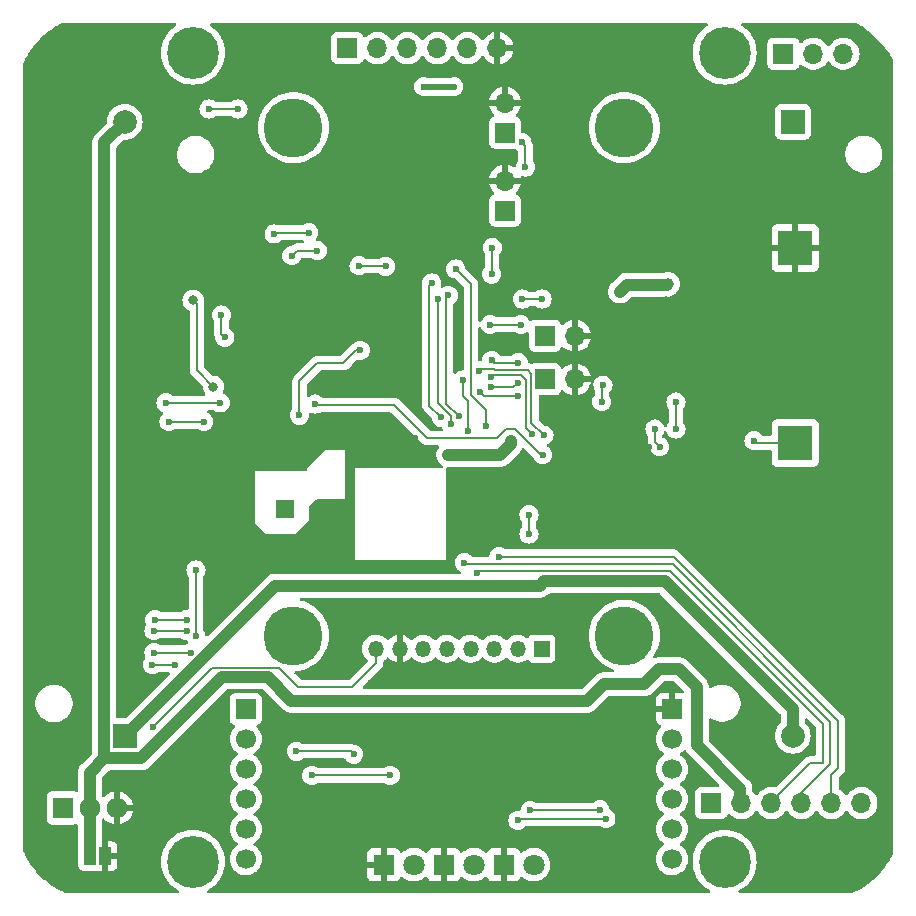
<source format=gbr>
%TF.GenerationSoftware,KiCad,Pcbnew,8.0.9-8.0.9-0~ubuntu22.04.1*%
%TF.CreationDate,2025-06-26T12:13:22+02:00*%
%TF.ProjectId,HB-UNI-SEN-BATT_ATMega1284P_E07-900MM10S_CO2_FUEL4EP,48422d55-4e49-42d5-9345-4e2d42415454,1.0*%
%TF.SameCoordinates,Original*%
%TF.FileFunction,Copper,L2,Bot*%
%TF.FilePolarity,Positive*%
%FSLAX46Y46*%
G04 Gerber Fmt 4.6, Leading zero omitted, Abs format (unit mm)*
G04 Created by KiCad (PCBNEW 8.0.9-8.0.9-0~ubuntu22.04.1) date 2025-06-26 12:13:22*
%MOMM*%
%LPD*%
G01*
G04 APERTURE LIST*
G04 Aperture macros list*
%AMRoundRect*
0 Rectangle with rounded corners*
0 $1 Rounding radius*
0 $2 $3 $4 $5 $6 $7 $8 $9 X,Y pos of 4 corners*
0 Add a 4 corners polygon primitive as box body*
4,1,4,$2,$3,$4,$5,$6,$7,$8,$9,$2,$3,0*
0 Add four circle primitives for the rounded corners*
1,1,$1+$1,$2,$3*
1,1,$1+$1,$4,$5*
1,1,$1+$1,$6,$7*
1,1,$1+$1,$8,$9*
0 Add four rect primitives between the rounded corners*
20,1,$1+$1,$2,$3,$4,$5,0*
20,1,$1+$1,$4,$5,$6,$7,0*
20,1,$1+$1,$6,$7,$8,$9,0*
20,1,$1+$1,$8,$9,$2,$3,0*%
G04 Aperture macros list end*
%TA.AperFunction,ComponentPad*%
%ADD10R,1.700000X1.700000*%
%TD*%
%TA.AperFunction,ComponentPad*%
%ADD11O,1.700000X1.700000*%
%TD*%
%TA.AperFunction,ComponentPad*%
%ADD12R,1.717500X1.800000*%
%TD*%
%TA.AperFunction,ComponentPad*%
%ADD13O,1.717500X1.800000*%
%TD*%
%TA.AperFunction,SMDPad,CuDef*%
%ADD14R,1.000000X1.500000*%
%TD*%
%TA.AperFunction,ComponentPad*%
%ADD15C,0.700000*%
%TD*%
%TA.AperFunction,ComponentPad*%
%ADD16C,4.400000*%
%TD*%
%TA.AperFunction,ComponentPad*%
%ADD17R,2.000000X2.000000*%
%TD*%
%TA.AperFunction,ComponentPad*%
%ADD18C,2.000000*%
%TD*%
%TA.AperFunction,ComponentPad*%
%ADD19R,1.350000X1.350000*%
%TD*%
%TA.AperFunction,ComponentPad*%
%ADD20O,1.350000X1.350000*%
%TD*%
%TA.AperFunction,ComponentPad*%
%ADD21C,5.000000*%
%TD*%
%TA.AperFunction,ComponentPad*%
%ADD22R,1.800000X1.800000*%
%TD*%
%TA.AperFunction,ComponentPad*%
%ADD23C,1.800000*%
%TD*%
%TA.AperFunction,ComponentPad*%
%ADD24RoundRect,0.250000X-0.550000X-0.550000X0.550000X-0.550000X0.550000X0.550000X-0.550000X0.550000X0*%
%TD*%
%TA.AperFunction,ComponentPad*%
%ADD25C,1.700000*%
%TD*%
%TA.AperFunction,SMDPad,CuDef*%
%ADD26R,3.000000X3.000000*%
%TD*%
%TA.AperFunction,ViaPad*%
%ADD27C,0.600000*%
%TD*%
%TA.AperFunction,ViaPad*%
%ADD28C,1.000000*%
%TD*%
%TA.AperFunction,ViaPad*%
%ADD29C,0.800000*%
%TD*%
%TA.AperFunction,Conductor*%
%ADD30C,0.200000*%
%TD*%
%TA.AperFunction,Conductor*%
%ADD31C,0.500000*%
%TD*%
%TA.AperFunction,Conductor*%
%ADD32C,1.000000*%
%TD*%
%TA.AperFunction,Conductor*%
%ADD33C,0.400000*%
%TD*%
G04 APERTURE END LIST*
D10*
%TO.P,J3,1,Pin_1*%
%TO.N,/A1*%
X44796000Y44097500D03*
D11*
%TO.P,J3,2,Pin_2*%
%TO.N,GND*%
X47336000Y44097500D03*
%TD*%
D10*
%TO.P,J4,1,Pin_1*%
%TO.N,/AIN0*%
X44796000Y47780500D03*
D11*
%TO.P,J4,2,Pin_2*%
%TO.N,GND*%
X47336000Y47780500D03*
%TD*%
D10*
%TO.P,J5,1,Pin_1*%
%TO.N,VCC*%
X58880000Y8220000D03*
D11*
%TO.P,J5,2,Pin_2*%
%TO.N,/minusBAT*%
X61420000Y8220000D03*
%TO.P,J5,3,Pin_3*%
%TO.N,/MOSI*%
X63960000Y8220000D03*
%TO.P,J5,4,Pin_4*%
%TO.N,/SCK*%
X66500000Y8220000D03*
%TO.P,J5,5,Pin_5*%
%TO.N,/MISO*%
X69040000Y8220000D03*
%TO.P,J5,6,Pin_6*%
%TO.N,/RSETB*%
X71580000Y8220000D03*
%TD*%
D12*
%TO.P,Q1,1,G*%
%TO.N,Net-(Q1-G)*%
X3958400Y7804800D03*
D13*
%TO.P,Q1,2,D*%
%TO.N,/minusBAT*%
X6248400Y7804800D03*
%TO.P,Q1,3,S*%
%TO.N,GND*%
X8538400Y7804800D03*
%TD*%
D10*
%TO.P,J10,1,Pin_1*%
%TO.N,VCC*%
X64989000Y71656500D03*
D11*
%TO.P,J10,2,Pin_2*%
%TO.N,/plusBAT*%
X67529000Y71656500D03*
%TO.P,J10,3,Pin_3*%
%TO.N,/minusBAT*%
X70069000Y71656500D03*
%TD*%
D14*
%TO.P,JP1,1,A*%
%TO.N,/minusBAT*%
X6269200Y3708400D03*
%TO.P,JP1,2,B*%
%TO.N,GND*%
X7569200Y3708400D03*
%TD*%
D15*
%TO.P,H2,1*%
%TO.N,N/C*%
X58200000Y71750000D03*
X58727200Y73022800D03*
X58727200Y70477200D03*
X60000000Y73550000D03*
D16*
X60000000Y71750000D03*
D15*
X60000000Y69950000D03*
X61272800Y73022800D03*
X61272800Y70477200D03*
X61800000Y71750000D03*
%TD*%
%TO.P,H4,1*%
%TO.N,N/C*%
X58200000Y3250000D03*
X58727200Y4522800D03*
X58727200Y1977200D03*
X60000000Y5050000D03*
D16*
X60000000Y3250000D03*
D15*
X60000000Y1450000D03*
X61272800Y4522800D03*
X61272800Y1977200D03*
X61800000Y3250000D03*
%TD*%
%TO.P,H1,1*%
%TO.N,N/C*%
X13200000Y71750000D03*
X13727200Y73022800D03*
X13727200Y70477200D03*
X15000000Y73550000D03*
D16*
X15000000Y71750000D03*
D15*
X15000000Y69950000D03*
X16272800Y73022800D03*
X16272800Y70477200D03*
X16800000Y71750000D03*
%TD*%
%TO.P,H3,1*%
%TO.N,N/C*%
X13200000Y3250000D03*
X13727200Y4522800D03*
X13727200Y1977200D03*
X15000000Y5050000D03*
D16*
X15000000Y3250000D03*
D15*
X15000000Y1450000D03*
X16272800Y4522800D03*
X16272800Y1977200D03*
X16800000Y3250000D03*
%TD*%
D17*
%TO.P,BT2,1,+*%
%TO.N,/conBAT*%
X9220000Y13900000D03*
D18*
%TO.P,BT2,2,-*%
%TO.N,/minusBAT*%
X9220000Y65890000D03*
%TD*%
D10*
%TO.P,J12,1,Pin_1*%
%TO.N,/DTR*%
X28070100Y72139100D03*
D11*
%TO.P,J12,2,Pin_2*%
%TO.N,/TXD0*%
X30610100Y72139100D03*
%TO.P,J12,3,Pin_3*%
%TO.N,/RXD0*%
X33150100Y72139100D03*
%TO.P,J12,4,Pin_4*%
%TO.N,VCC*%
X35690100Y72139100D03*
%TO.P,J12,5,Pin_5*%
%TO.N,/CTS*%
X38230100Y72139100D03*
%TO.P,J12,6,Pin_6*%
%TO.N,GND*%
X40770100Y72139100D03*
%TD*%
D17*
%TO.P,BT1,1,+*%
%TO.N,/plusBAT*%
X65780000Y65900000D03*
D18*
%TO.P,BT1,2,-*%
%TO.N,/conBAT*%
X65780000Y13910000D03*
%TD*%
D19*
%TO.P,J11,1,Pin_1*%
%TO.N,/D5*%
X44500000Y21282000D03*
D20*
%TO.P,J11,2,Pin_2*%
%TO.N,/D6*%
X42500000Y21282000D03*
%TO.P,J11,3,Pin_3*%
%TO.N,/D7*%
X40500000Y21282000D03*
%TO.P,J11,4,Pin_4*%
%TO.N,/A3*%
X38500000Y21282000D03*
%TO.P,J11,5,Pin_5*%
%TO.N,/D18*%
X36500000Y21282000D03*
%TO.P,J11,6,Pin_6*%
%TO.N,/D19*%
X34500000Y21282000D03*
%TO.P,J11,7,Pin_7*%
%TO.N,GND*%
X32500000Y21282000D03*
%TO.P,J11,8,Pin_8*%
%TO.N,VCC*%
X30500000Y21282000D03*
%TD*%
D10*
%TO.P,J1,1,Pin_1*%
%TO.N,/PB0_T0*%
X41400000Y64989000D03*
D11*
%TO.P,J1,2,Pin_2*%
%TO.N,GND*%
X41400000Y67529000D03*
%TD*%
D10*
%TO.P,J2,1,Pin_1*%
%TO.N,/PB1_T1*%
X41400000Y58385000D03*
D11*
%TO.P,J2,2,Pin_2*%
%TO.N,GND*%
X41400000Y60925000D03*
%TD*%
D21*
%TO.P,H5,1*%
%TO.N,N/C*%
X23500000Y65400000D03*
%TD*%
%TO.P,H6,1*%
%TO.N,N/C*%
X23500000Y22400000D03*
%TD*%
%TO.P,H7,1*%
%TO.N,N/C*%
X51500000Y65400000D03*
%TD*%
%TO.P,H8,1*%
%TO.N,N/C*%
X51500000Y22400000D03*
%TD*%
D22*
%TO.P,D2,1,K*%
%TO.N,GND*%
X41300000Y3000000D03*
D23*
%TO.P,D2,2,A*%
%TO.N,Net-(D2-A)*%
X43840000Y3000000D03*
%TD*%
D22*
%TO.P,D3,1,K*%
%TO.N,GND*%
X36220000Y3000000D03*
D23*
%TO.P,D3,2,A*%
%TO.N,Net-(D3-A)*%
X38760000Y3000000D03*
%TD*%
D24*
%TO.P,AE1,1,A*%
%TO.N,Net-(AE1-A)*%
X22748000Y33135000D03*
%TD*%
D22*
%TO.P,D4,1,K*%
%TO.N,GND*%
X31140000Y3000000D03*
D23*
%TO.P,D4,2,A*%
%TO.N,Net-(D4-A)*%
X33680000Y3000000D03*
%TD*%
D10*
%TO.P,module2,1A,GND*%
%TO.N,GND*%
X55539500Y16180000D03*
%TO.P,module2,1C,Rx_In*%
%TO.N,/TXD1*%
X19459500Y16180000D03*
D25*
%TO.P,module2,2A,VDD*%
%TO.N,Net-(Q4-D)*%
X55539500Y13640000D03*
%TO.P,module2,2C,Tx_Out*%
%TO.N,/RXD1*%
X19459500Y13640000D03*
%TO.P,module2,3A,NC1*%
%TO.N,unconnected-(module2-NC1-Pad3A)*%
X55539500Y11100000D03*
%TO.P,module2,3C,I2C_SDA*%
%TO.N,Net-(Q2-D)*%
X19459500Y11100000D03*
%TO.P,module2,4A,VDD1*%
%TO.N,Net-(Q4-D)*%
X55539500Y8560000D03*
%TO.P,module2,4C,I2C_SCL*%
%TO.N,Net-(Q3-D)*%
X19459500Y8560000D03*
%TO.P,module2,5A,NC2*%
%TO.N,unconnected-(module2-NC2-Pad5A)*%
X55539500Y6020000D03*
%TO.P,module2,5C,I2C_ENABLE*%
%TO.N,Net-(JP4-B)*%
X19459500Y6020000D03*
%TO.P,module2,6A,READY*%
%TO.N,/A4*%
X55539500Y3480000D03*
%TO.P,module2,6C,NC3*%
%TO.N,unconnected-(module2-NC3-Pad6C)*%
X19459500Y3480000D03*
%TD*%
D26*
%TO.P,BZ1,1,+*%
%TO.N,Net-(BZ1-+)*%
X66000000Y38700000D03*
%TO.P,BZ1,2,-*%
%TO.N,GND*%
X66000000Y55200000D03*
%TD*%
D27*
%TO.N,GND*%
X59500000Y19800000D03*
X46750000Y5800000D03*
X30099000Y15240000D03*
D28*
X54956000Y55210000D03*
D27*
X41176500Y52150000D03*
X33782000Y39141400D03*
X30572000Y48669500D03*
X47500000Y15350000D03*
X32822962Y55448238D03*
X47500000Y18350000D03*
D29*
X5900000Y56500000D03*
X9200000Y20150000D03*
D27*
X20284200Y31280800D03*
X38608000Y68072000D03*
D28*
X55083000Y48987000D03*
D27*
X48250000Y1300000D03*
D28*
X55083000Y50638000D03*
D29*
X9200000Y17700000D03*
D27*
X19852400Y38291200D03*
X25072100Y39167500D03*
X31651500Y62893500D03*
D29*
X5800000Y20150000D03*
D27*
X5172000Y72609000D03*
X19852400Y33033400D03*
X53594000Y38320000D03*
D28*
X54956000Y56480000D03*
D27*
X19852400Y34379600D03*
X60100000Y27800000D03*
X22695600Y39788200D03*
X47625000Y23495000D03*
X28407000Y20107000D03*
X27178000Y39293800D03*
X23332200Y30620400D03*
X32416000Y59779500D03*
X20766800Y39205600D03*
X50700000Y8350000D03*
X51878600Y73375000D03*
X23711800Y38318000D03*
D29*
X9300000Y56500000D03*
D27*
X19852400Y35624200D03*
X31651500Y64481000D03*
X25173700Y37821300D03*
X21809000Y73371000D03*
X23789400Y39815200D03*
X38794459Y30231878D03*
X56700000Y45400000D03*
X19852400Y36843400D03*
X48387000Y30480000D03*
X21909800Y30620400D03*
X38065000Y65624000D03*
X21579600Y38164200D03*
X24335500Y31191900D03*
X21654200Y39788200D03*
D28*
X54956000Y57877000D03*
D27*
X25295999Y33304799D03*
X25186400Y32042800D03*
X30099000Y18415000D03*
%TO.N,/SS*%
X37239500Y53432000D03*
X39758959Y40123936D03*
%TO.N,/A5*%
X38250000Y39750000D03*
X37820999Y44043999D03*
%TO.N,/SCL*%
X43550002Y7600000D03*
X25050000Y10550000D03*
X31700000Y10550000D03*
X49450000Y7650000D03*
%TO.N,/SDA*%
X49950000Y6900000D03*
X23750000Y12600000D03*
X42500000Y6750000D03*
X28600000Y12350000D03*
%TO.N,/A0*%
X42750000Y48733000D03*
X40160500Y48733000D03*
%TO.N,/A1*%
X42548030Y45500000D03*
X40282734Y45700000D03*
%TO.N,/A2*%
X54102000Y39878000D03*
X44704000Y39370000D03*
X54493720Y38382393D03*
X39243000Y44800000D03*
%TO.N,/A3*%
X40200000Y44300000D03*
X43672880Y39481880D03*
X43434000Y30988000D03*
X43434000Y32639000D03*
%TO.N,/MOSI*%
X37479847Y40968118D03*
X39065200Y27686000D03*
X36600000Y51200000D03*
%TO.N,/SCK*%
X35712400Y50901600D03*
X37973000Y28575000D03*
X36830000Y40335200D03*
%TO.N,/MISO*%
X40894000Y29083000D03*
X36004685Y40867256D03*
X35199998Y52250000D03*
%TO.N,VCC*%
X37693600Y37693600D03*
X36601400Y37693600D03*
X11582400Y14630400D03*
X34534400Y68875200D03*
X41021000Y37693600D03*
X37074400Y68875200D03*
X41910000Y38862000D03*
D28*
%TO.N,/plusBAT*%
X55210000Y52162000D03*
X51146000Y51527000D03*
D27*
%TO.N,/D5*%
X11684000Y22811668D03*
X14450000Y22811668D03*
%TO.N,/D6*%
X11750000Y23749000D03*
X14450000Y23749000D03*
%TO.N,/D7*%
X17399000Y49530000D03*
X17690775Y47657935D03*
D29*
%TO.N,/CONFIG*%
X14998326Y50787674D03*
D27*
X16350000Y66982000D03*
D29*
X16720410Y43472749D03*
D27*
X18800000Y66982000D03*
%TO.N,/RSETB*%
X31300000Y53650000D03*
X29050000Y53700000D03*
%TO.N,/A4*%
X40200000Y43400000D03*
X42500000Y43800000D03*
X55880000Y42164000D03*
X55880000Y39878000D03*
%TO.N,/PB0_T0*%
X40287500Y52987500D03*
X42843233Y64161700D03*
X43145000Y62068000D03*
X40350000Y55250000D03*
%TO.N,/D20*%
X44592120Y37703880D03*
X25350000Y42000000D03*
X17300000Y42100000D03*
X12700000Y42100000D03*
%TO.N,/TXD1*%
X25527000Y54991000D03*
X14800000Y20955000D03*
X11684000Y20955000D03*
X23350000Y54550000D03*
%TO.N,/A6*%
X49700000Y43600000D03*
X42500000Y42700000D03*
X39300000Y43000000D03*
X49600000Y42200000D03*
%TO.N,/RXD1*%
X21861811Y56405811D03*
X11557000Y19939000D03*
X24800000Y56515000D03*
X13500002Y19939000D03*
%TO.N,/AIN0*%
X44550002Y50892000D03*
X42891000Y50892000D03*
%TO.N,/D21*%
X24003000Y41050000D03*
X12954000Y40513000D03*
X15900000Y40513000D03*
X29146500Y46545500D03*
%TO.N,/D23*%
X15240000Y22351996D03*
X15240000Y27950000D03*
%TO.N,Net-(BZ1-+)*%
X62500000Y38900000D03*
%TD*%
D30*
%TO.N,/SS*%
X37239500Y53432000D02*
X38550000Y52121500D01*
X38550000Y42730761D02*
X39758959Y41521802D01*
X39758959Y41521802D02*
X39758959Y40123936D01*
X38550000Y52121500D02*
X38550000Y42730761D01*
%TO.N,/A5*%
X38250000Y42265075D02*
X37820999Y42694076D01*
X38250000Y39750000D02*
X38250000Y42265075D01*
X37820999Y42694076D02*
X37820999Y44043999D01*
%TO.N,/SCL*%
X43600002Y7650000D02*
X43550002Y7600000D01*
X49450000Y7650000D02*
X43600002Y7650000D01*
X25050000Y10550000D02*
X31700000Y10550000D01*
%TO.N,/SDA*%
X49950000Y6900000D02*
X42650000Y6900000D01*
X28350000Y12600000D02*
X28600000Y12350000D01*
X42650000Y6900000D02*
X42500000Y6750000D01*
X23750000Y12600000D02*
X28350000Y12600000D01*
%TO.N,/A0*%
X42750000Y48733000D02*
X40160500Y48733000D01*
%TO.N,/A1*%
X40282734Y45700000D02*
X40482734Y45500000D01*
X40482734Y45500000D02*
X42548030Y45500000D01*
%TO.N,/A2*%
X39393000Y44950000D02*
X40440955Y44950000D01*
X43330000Y44870000D02*
X43646000Y44554000D01*
X54102000Y39878000D02*
X54102000Y38774113D01*
X39243000Y44800000D02*
X39393000Y44950000D01*
X54102000Y38774113D02*
X54493720Y38382393D01*
X43646000Y44554000D02*
X43646000Y40428000D01*
X40520955Y44870000D02*
X43330000Y44870000D01*
X43646000Y40428000D02*
X44704000Y39370000D01*
X40440955Y44950000D02*
X40520955Y44870000D01*
%TO.N,/A3*%
X40350000Y44450000D02*
X42769239Y44450000D01*
X43150000Y40004760D02*
X43672880Y39481880D01*
X40200000Y44300000D02*
X40350000Y44450000D01*
X43150000Y44069239D02*
X43150000Y40004760D01*
X42769239Y44450000D02*
X43150000Y44069239D01*
X43434000Y30988000D02*
X43434000Y32639000D01*
%TO.N,/MOSI*%
X68326000Y11582400D02*
X67259200Y11582400D01*
X36423600Y42024365D02*
X36423600Y51023600D01*
X39065200Y27686000D02*
X39268400Y27889200D01*
X36423600Y51023600D02*
X36600000Y51200000D01*
X55360800Y27889200D02*
X68326000Y14924000D01*
X39268400Y27889200D02*
X55360800Y27889200D01*
X37479847Y40968118D02*
X36423600Y42024365D01*
X67259200Y11582400D02*
X63960000Y8283200D01*
X68326000Y14924000D02*
X68326000Y11582400D01*
%TO.N,/SCK*%
X68961000Y15089000D02*
X55602000Y28448000D01*
X55602000Y28448000D02*
X38100000Y28448000D01*
X38100000Y28448000D02*
X37973000Y28575000D01*
X68961000Y11557000D02*
X68961000Y15089000D01*
X66500000Y9096000D02*
X68961000Y11557000D01*
X35712400Y50901600D02*
X35712400Y42078780D01*
X35712400Y42078780D02*
X36830000Y40961180D01*
X66500000Y8220000D02*
X66500000Y9096000D01*
X36830000Y40961180D02*
X36830000Y40335200D01*
%TO.N,/MISO*%
X69596000Y15204000D02*
X69596000Y11176000D01*
X40894000Y29083000D02*
X55717000Y29083000D01*
X69596000Y11176000D02*
X69040000Y10620000D01*
X35000000Y41871941D02*
X35000000Y52050002D01*
X35000000Y52050002D02*
X35199998Y52250000D01*
X36004685Y40867256D02*
X35000000Y41871941D01*
X69040000Y10620000D02*
X69040000Y8220000D01*
X55717000Y29083000D02*
X69596000Y15204000D01*
%TO.N,VCC*%
X16611600Y19659600D02*
X22280602Y19659600D01*
D31*
X37074400Y68875200D02*
X34534400Y68875200D01*
D32*
X37693600Y37693600D02*
X36601400Y37693600D01*
D30*
X30500000Y20063703D02*
X30500000Y21282000D01*
X28486297Y18050000D02*
X30500000Y20063703D01*
X11582400Y14630400D02*
X16611600Y19659600D01*
D32*
X41910000Y38582600D02*
X41910000Y38862000D01*
D30*
X22280602Y19659600D02*
X23890202Y18050000D01*
X23890202Y18050000D02*
X28486297Y18050000D01*
D32*
X41021000Y37693600D02*
X41910000Y38582600D01*
X41021000Y37693600D02*
X37693600Y37693600D01*
%TO.N,/minusBAT*%
X10610000Y12007000D02*
X17462600Y18859600D01*
X57658000Y13094081D02*
X61330000Y9422081D01*
X49784000Y18288000D02*
X53213000Y18288000D01*
X17462600Y18859600D02*
X21323200Y18859600D01*
X54483000Y19558000D02*
X56134000Y19558000D01*
X6248400Y10762400D02*
X6248400Y7804800D01*
X61330000Y9422081D02*
X61330000Y8220000D01*
X6248400Y7804800D02*
X6248400Y3729200D01*
X23317200Y16865600D02*
X48361600Y16865600D01*
X48361600Y16865600D02*
X49784000Y18288000D01*
X7493000Y64163000D02*
X9220000Y65890000D01*
X7493000Y12007000D02*
X6248400Y10762400D01*
X6248400Y3729200D02*
X6269200Y3708400D01*
X56134000Y19558000D02*
X57658000Y18034000D01*
X57658000Y18034000D02*
X57658000Y13094081D01*
X7493000Y12007000D02*
X10610000Y12007000D01*
X53213000Y18288000D02*
X54483000Y19558000D01*
X7493000Y12007000D02*
X7493000Y64163000D01*
X21323200Y18859600D02*
X23317200Y16865600D01*
D33*
%TO.N,/plusBAT*%
X55146500Y52098500D02*
X55210000Y52162000D01*
D32*
X51717500Y52098500D02*
X55146500Y52098500D01*
X51146000Y51527000D02*
X51717500Y52098500D01*
D30*
%TO.N,/D5*%
X11684000Y22811668D02*
X14450000Y22811668D01*
%TO.N,/D6*%
X11750000Y23749000D02*
X14450000Y23749000D01*
%TO.N,/D7*%
X17399000Y47949710D02*
X17690775Y47657935D01*
X17399000Y49530000D02*
X17399000Y47949710D01*
%TO.N,/CONFIG*%
X15316525Y50469475D02*
X15316525Y44876634D01*
X15316525Y44876634D02*
X16720410Y43472749D01*
X18800000Y66982000D02*
X16350000Y66982000D01*
X14998326Y50787674D02*
X15316525Y50469475D01*
%TO.N,/RSETB*%
X29050000Y53700000D02*
X31250000Y53700000D01*
X31250000Y53700000D02*
X31300000Y53650000D01*
%TO.N,/A4*%
X55880000Y39878000D02*
X55880000Y42164000D01*
X42500000Y43800000D02*
X42100000Y43400000D01*
X42100000Y43400000D02*
X40200000Y43400000D01*
%TO.N,/PB0_T0*%
X40287500Y52987500D02*
X40287500Y55019500D01*
X43145000Y63859933D02*
X42843233Y64161700D01*
X43145000Y62068000D02*
X43145000Y63859933D01*
D32*
%TO.N,/conBAT*%
X9220000Y13900000D02*
X21920000Y26600000D01*
X54950000Y27000000D02*
X65780000Y16170000D01*
X44750000Y27000000D02*
X54950000Y27000000D01*
X65780000Y16170000D02*
X65780000Y13910000D01*
X44350000Y26600000D02*
X44750000Y27000000D01*
X21920000Y26600000D02*
X44350000Y26600000D01*
D30*
%TO.N,/D20*%
X25440000Y41910000D02*
X32008853Y41910000D01*
X41529000Y39878000D02*
X42272000Y39878000D01*
X44446120Y37703880D02*
X44592120Y37703880D01*
X32008853Y41910000D02*
X34802853Y39116000D01*
X42272000Y39878000D02*
X44446120Y37703880D01*
X34802853Y39116000D02*
X40767000Y39116000D01*
X25350000Y42000000D02*
X25440000Y41910000D01*
X40767000Y39116000D02*
X41529000Y39878000D01*
X17300000Y42100000D02*
X12700000Y42100000D01*
%TO.N,/TXD1*%
X23791000Y54991000D02*
X25527000Y54991000D01*
X23350000Y54550000D02*
X23791000Y54991000D01*
X11684000Y20955000D02*
X14800000Y20955000D01*
%TO.N,/A6*%
X49600000Y43500000D02*
X49700000Y43600000D01*
X49600000Y42200000D02*
X49600000Y43500000D01*
X42500000Y42700000D02*
X39600000Y42700000D01*
X39600000Y42700000D02*
X39300000Y43000000D01*
%TO.N,/RXD1*%
X11557000Y19939000D02*
X13500002Y19939000D01*
X21971000Y56515000D02*
X21861811Y56405811D01*
X24800000Y56515000D02*
X21971000Y56515000D01*
%TO.N,/AIN0*%
X42891000Y50892000D02*
X44550002Y50892000D01*
%TO.N,/D21*%
X28795500Y46545500D02*
X29146500Y46545500D01*
X24003000Y43942000D02*
X25527000Y45466000D01*
X24003000Y41050000D02*
X24003000Y43942000D01*
X25527000Y45466000D02*
X27716000Y45466000D01*
X12954000Y40513000D02*
X15900000Y40513000D01*
X27716000Y45466000D02*
X28795500Y46545500D01*
%TO.N,/D23*%
X15240000Y22351996D02*
X15240000Y27950000D01*
%TO.N,Net-(BZ1-+)*%
X62700000Y38700000D02*
X66000000Y38700000D01*
X62500000Y38900000D02*
X62700000Y38700000D01*
%TD*%
%TA.AperFunction,Conductor*%
%TO.N,GND*%
G36*
X54548197Y25971498D02*
G01*
X54569171Y25954595D01*
X64734595Y15789171D01*
X64768621Y15726859D01*
X64771500Y15700076D01*
X64771500Y15090555D01*
X64751498Y15022434D01*
X64727332Y14994745D01*
X64710031Y14979969D01*
X64710029Y14979966D01*
X64710027Y14979965D01*
X64555826Y14799419D01*
X64555825Y14799417D01*
X64555824Y14799416D01*
X64445731Y14619761D01*
X64431759Y14596961D01*
X64340894Y14377592D01*
X64319576Y14288793D01*
X64285465Y14146711D01*
X64280420Y14082613D01*
X64266835Y13910000D01*
X64285465Y13673289D01*
X64340894Y13442407D01*
X64431759Y13223038D01*
X64555825Y13020582D01*
X64555826Y13020580D01*
X64710030Y12840030D01*
X64890580Y12685826D01*
X64890582Y12685825D01*
X65093038Y12561759D01*
X65312407Y12470894D01*
X65528760Y12418953D01*
X65543289Y12415465D01*
X65780000Y12396835D01*
X66016711Y12415465D01*
X66140267Y12445128D01*
X66247592Y12470894D01*
X66466961Y12561759D01*
X66466963Y12561760D01*
X66669416Y12685824D01*
X66669417Y12685825D01*
X66669419Y12685826D01*
X66849969Y12840030D01*
X67004173Y13020580D01*
X67004174Y13020582D01*
X67004176Y13020584D01*
X67128240Y13223037D01*
X67219105Y13442406D01*
X67274535Y13673289D01*
X67293165Y13910000D01*
X67274535Y14146711D01*
X67219105Y14377594D01*
X67128240Y14596963D01*
X67004176Y14799416D01*
X66849969Y14979969D01*
X66832669Y14994744D01*
X66793861Y15054193D01*
X66788500Y15090555D01*
X66788500Y15296761D01*
X66808502Y15364882D01*
X66862158Y15411375D01*
X66932432Y15421479D01*
X66997012Y15391985D01*
X67003595Y15385856D01*
X67680595Y14708856D01*
X67714621Y14646544D01*
X67717500Y14619761D01*
X67717500Y12316900D01*
X67697498Y12248779D01*
X67643842Y12202286D01*
X67591500Y12190900D01*
X67179089Y12190900D01*
X67024328Y12149432D01*
X66913735Y12085581D01*
X66885572Y12069321D01*
X66885570Y12069319D01*
X66885565Y12069315D01*
X64394538Y9578287D01*
X64332226Y9544262D01*
X64284710Y9543100D01*
X64072569Y9578500D01*
X63847431Y9578500D01*
X63625365Y9541444D01*
X63535080Y9510449D01*
X63412428Y9468343D01*
X63412427Y9468342D01*
X63412426Y9468342D01*
X63214424Y9361189D01*
X63098954Y9271314D01*
X63036762Y9222908D01*
X62884279Y9057270D01*
X62884275Y9057265D01*
X62839410Y8988593D01*
X62795481Y8921354D01*
X62741480Y8875268D01*
X62671132Y8865692D01*
X62606775Y8895669D01*
X62584519Y8921353D01*
X62495722Y9057268D01*
X62485786Y9068061D01*
X62371800Y9191882D01*
X62340378Y9255546D01*
X62338500Y9277220D01*
X62338500Y9521408D01*
X62338500Y9521410D01*
X62299744Y9716250D01*
X62223721Y9899785D01*
X62113353Y10064962D01*
X61972881Y10205434D01*
X58703405Y13474910D01*
X58669379Y13537222D01*
X58666500Y13564005D01*
X58666500Y15294104D01*
X58686502Y15362225D01*
X58740158Y15408718D01*
X58810432Y15418822D01*
X58866561Y15396040D01*
X58961875Y15326790D01*
X59182140Y15214559D01*
X59417234Y15138172D01*
X59417239Y15138171D01*
X59417240Y15138171D01*
X59661399Y15099500D01*
X59661402Y15099500D01*
X59908598Y15099500D01*
X59908601Y15099500D01*
X60152760Y15138171D01*
X60152761Y15138171D01*
X60152765Y15138172D01*
X60387859Y15214559D01*
X60400106Y15220799D01*
X60608121Y15326788D01*
X60808112Y15472090D01*
X60808114Y15472092D01*
X60808117Y15472094D01*
X60982905Y15646882D01*
X60982907Y15646885D01*
X60982910Y15646888D01*
X61128212Y15846879D01*
X61240439Y16067137D01*
X61316829Y16302240D01*
X61355500Y16546399D01*
X61355500Y16793601D01*
X61316829Y17037760D01*
X61240439Y17272863D01*
X61128212Y17493121D01*
X60982910Y17693112D01*
X60808112Y17867910D01*
X60608121Y18013212D01*
X60387863Y18125439D01*
X60152760Y18201829D01*
X59908601Y18240500D01*
X59661399Y18240500D01*
X59417240Y18201829D01*
X59182137Y18125439D01*
X58961879Y18013212D01*
X58866559Y17943958D01*
X58799694Y17920101D01*
X58730542Y17936181D01*
X58681062Y17987094D01*
X58666500Y18045895D01*
X58666500Y18133327D01*
X58666500Y18133329D01*
X58627744Y18328169D01*
X58551721Y18511704D01*
X58441353Y18676881D01*
X58300881Y18817353D01*
X56776881Y20341353D01*
X56611704Y20451721D01*
X56572212Y20468079D01*
X56428169Y20527744D01*
X56233329Y20566500D01*
X54582329Y20566500D01*
X54383671Y20566500D01*
X54188831Y20527744D01*
X54130940Y20503764D01*
X54060352Y20496176D01*
X53996865Y20527955D01*
X53960637Y20589013D01*
X53963171Y20659964D01*
X53981656Y20695416D01*
X54017813Y20743984D01*
X54017825Y20744000D01*
X54193050Y21047499D01*
X54331857Y21369288D01*
X54432367Y21705016D01*
X54493222Y22050143D01*
X54513599Y22400000D01*
X54493222Y22749857D01*
X54432367Y23094984D01*
X54331857Y23430712D01*
X54193050Y23752501D01*
X54017825Y24056000D01*
X53808551Y24337104D01*
X53568057Y24592012D01*
X53299597Y24817278D01*
X53006800Y25009853D01*
X52693626Y25167135D01*
X52364310Y25286996D01*
X52023306Y25367816D01*
X51805755Y25393243D01*
X51675228Y25408500D01*
X51675225Y25408500D01*
X51324775Y25408500D01*
X51324772Y25408500D01*
X51175597Y25391064D01*
X50976694Y25367816D01*
X50635690Y25286996D01*
X50635682Y25286993D01*
X50635681Y25286993D01*
X50574308Y25264655D01*
X50306374Y25167135D01*
X49993200Y25009853D01*
X49700403Y24817278D01*
X49700400Y24817276D01*
X49700396Y24817273D01*
X49431954Y24592022D01*
X49431949Y24592017D01*
X49431943Y24592012D01*
X49191449Y24337104D01*
X48982175Y24056000D01*
X48867802Y23857899D01*
X48806953Y23752506D01*
X48806944Y23752488D01*
X48668146Y23430719D01*
X48668143Y23430712D01*
X48567633Y23094984D01*
X48506777Y22749852D01*
X48506777Y22749846D01*
X48486401Y22400000D01*
X48506777Y22050153D01*
X48506777Y22050147D01*
X48567633Y21705015D01*
X48582684Y21654741D01*
X48640303Y21462279D01*
X48668144Y21369286D01*
X48668146Y21369280D01*
X48806944Y21047511D01*
X48806953Y21047493D01*
X48982168Y20744011D01*
X48982178Y20743995D01*
X49191450Y20462894D01*
X49352667Y20292015D01*
X49422461Y20218038D01*
X49431948Y20207983D01*
X49431954Y20207977D01*
X49700396Y19982726D01*
X49993198Y19790148D01*
X50306378Y19632863D01*
X50306383Y19632861D01*
X50559043Y19540901D01*
X50616215Y19498807D01*
X50641553Y19432486D01*
X50627012Y19362994D01*
X50577210Y19312395D01*
X50515949Y19296500D01*
X49684671Y19296500D01*
X49489831Y19257744D01*
X49306296Y19181721D01*
X49141119Y19071353D01*
X49141116Y19071350D01*
X47980771Y17911005D01*
X47918459Y17876979D01*
X47891676Y17874100D01*
X29475136Y17874100D01*
X29407015Y17894102D01*
X29360522Y17947758D01*
X29350418Y18018032D01*
X29379912Y18082612D01*
X29386041Y18089195D01*
X30986915Y19690068D01*
X30986923Y19690078D01*
X31067029Y19828825D01*
X31067032Y19828830D01*
X31108500Y19983593D01*
X31108500Y20143813D01*
X31108500Y20196589D01*
X31128502Y20264710D01*
X31168169Y20303716D01*
X31216275Y20333502D01*
X31378364Y20481266D01*
X31379821Y20483195D01*
X31399764Y20509604D01*
X31456777Y20551911D01*
X31527613Y20556678D01*
X31589782Y20522391D01*
X31600863Y20509604D01*
X31622011Y20481599D01*
X31784026Y20333902D01*
X31970432Y20218485D01*
X31970439Y20218482D01*
X32174863Y20139287D01*
X32246000Y20125989D01*
X32246000Y20970314D01*
X32254394Y20961920D01*
X32345606Y20909259D01*
X32447339Y20882000D01*
X32552661Y20882000D01*
X32654394Y20909259D01*
X32745606Y20961920D01*
X32754000Y20970314D01*
X32754000Y20125989D01*
X32825136Y20139287D01*
X33029560Y20218482D01*
X33029567Y20218485D01*
X33215973Y20333902D01*
X33377996Y20481607D01*
X33399137Y20509602D01*
X33456151Y20551910D01*
X33526987Y20556677D01*
X33589156Y20522390D01*
X33600236Y20509604D01*
X33606491Y20501321D01*
X33621378Y20481607D01*
X33621637Y20481265D01*
X33783725Y20333501D01*
X33970205Y20218038D01*
X33970214Y20218033D01*
X34174725Y20138804D01*
X34251247Y20124499D01*
X34390333Y20098500D01*
X34390336Y20098500D01*
X34609664Y20098500D01*
X34609667Y20098500D01*
X34786853Y20131622D01*
X34825274Y20138804D01*
X35029785Y20218033D01*
X35029789Y20218035D01*
X35029791Y20218036D01*
X35110647Y20268100D01*
X35216274Y20333501D01*
X35378365Y20481267D01*
X35399451Y20509189D01*
X35456465Y20551496D01*
X35527301Y20556263D01*
X35589470Y20521976D01*
X35600549Y20509189D01*
X35621634Y20481267D01*
X35783725Y20333501D01*
X35970205Y20218038D01*
X35970214Y20218033D01*
X36174725Y20138804D01*
X36251247Y20124499D01*
X36390333Y20098500D01*
X36390336Y20098500D01*
X36609664Y20098500D01*
X36609667Y20098500D01*
X36786853Y20131622D01*
X36825274Y20138804D01*
X37029785Y20218033D01*
X37029789Y20218035D01*
X37029791Y20218036D01*
X37110647Y20268100D01*
X37216274Y20333501D01*
X37378365Y20481267D01*
X37399451Y20509189D01*
X37456465Y20551496D01*
X37527301Y20556263D01*
X37589470Y20521976D01*
X37600549Y20509189D01*
X37621634Y20481267D01*
X37783725Y20333501D01*
X37970205Y20218038D01*
X37970214Y20218033D01*
X38174725Y20138804D01*
X38251247Y20124499D01*
X38390333Y20098500D01*
X38390336Y20098500D01*
X38609664Y20098500D01*
X38609667Y20098500D01*
X38786853Y20131622D01*
X38825274Y20138804D01*
X39029785Y20218033D01*
X39029789Y20218035D01*
X39029791Y20218036D01*
X39110647Y20268100D01*
X39216274Y20333501D01*
X39378365Y20481267D01*
X39399451Y20509189D01*
X39456465Y20551496D01*
X39527301Y20556263D01*
X39589470Y20521976D01*
X39600549Y20509189D01*
X39621634Y20481267D01*
X39783725Y20333501D01*
X39970205Y20218038D01*
X39970214Y20218033D01*
X40174725Y20138804D01*
X40251247Y20124499D01*
X40390333Y20098500D01*
X40390336Y20098500D01*
X40609664Y20098500D01*
X40609667Y20098500D01*
X40786853Y20131622D01*
X40825274Y20138804D01*
X41029785Y20218033D01*
X41029789Y20218035D01*
X41029791Y20218036D01*
X41110647Y20268100D01*
X41216274Y20333501D01*
X41378365Y20481267D01*
X41399451Y20509189D01*
X41456465Y20551496D01*
X41527301Y20556263D01*
X41589470Y20521976D01*
X41600549Y20509189D01*
X41621634Y20481267D01*
X41783725Y20333501D01*
X41970205Y20218038D01*
X41970214Y20218033D01*
X42174725Y20138804D01*
X42251247Y20124499D01*
X42390333Y20098500D01*
X42390336Y20098500D01*
X42609664Y20098500D01*
X42609667Y20098500D01*
X42786853Y20131622D01*
X42825274Y20138804D01*
X43029785Y20218033D01*
X43029789Y20218035D01*
X43029791Y20218036D01*
X43110647Y20268100D01*
X43216274Y20333501D01*
X43219654Y20336583D01*
X43283470Y20367697D01*
X43353976Y20359370D01*
X43405411Y20318982D01*
X43461738Y20243739D01*
X43578792Y20156112D01*
X43578797Y20156110D01*
X43715795Y20105011D01*
X43715803Y20105009D01*
X43776350Y20098500D01*
X43776362Y20098500D01*
X45223649Y20098500D01*
X45284196Y20105009D01*
X45284204Y20105011D01*
X45421202Y20156110D01*
X45421207Y20156112D01*
X45538261Y20243738D01*
X45625887Y20360792D01*
X45625889Y20360797D01*
X45626540Y20362541D01*
X45660640Y20453965D01*
X45676988Y20497795D01*
X45676990Y20497803D01*
X45683499Y20558350D01*
X45683500Y20558367D01*
X45683500Y22005632D01*
X45683499Y22005649D01*
X45676990Y22066196D01*
X45676988Y22066204D01*
X45655992Y22122496D01*
X45625889Y22203204D01*
X45605455Y22230500D01*
X45538261Y22320261D01*
X45421207Y22407887D01*
X45421206Y22407887D01*
X45421204Y22407889D01*
X45284201Y22458989D01*
X45284199Y22458989D01*
X45284196Y22458990D01*
X45223649Y22465499D01*
X45223645Y22465499D01*
X45223638Y22465500D01*
X43776362Y22465500D01*
X43776355Y22465499D01*
X43776350Y22465499D01*
X43715803Y22458990D01*
X43715795Y22458988D01*
X43663019Y22439303D01*
X43578796Y22407889D01*
X43578794Y22407888D01*
X43578792Y22407887D01*
X43461738Y22320261D01*
X43405412Y22245018D01*
X43348576Y22202471D01*
X43277760Y22197407D01*
X43219656Y22227414D01*
X43216273Y22230499D01*
X43029791Y22345964D01*
X42890309Y22400000D01*
X42825274Y22425195D01*
X42825272Y22425195D01*
X42825268Y22425197D01*
X42609667Y22465500D01*
X42390333Y22465500D01*
X42174732Y22425197D01*
X42174728Y22425195D01*
X42174725Y22425195D01*
X42017578Y22364315D01*
X41970209Y22345964D01*
X41807176Y22245018D01*
X41783724Y22230497D01*
X41783721Y22230495D01*
X41621638Y22082737D01*
X41600551Y22054813D01*
X41543537Y22012505D01*
X41472701Y22007737D01*
X41410532Y22042023D01*
X41399449Y22054813D01*
X41390847Y22066204D01*
X41378364Y22082734D01*
X41334747Y22122496D01*
X41216278Y22230495D01*
X41216275Y22230497D01*
X41216273Y22230499D01*
X41029791Y22345964D01*
X40890309Y22400000D01*
X40825274Y22425195D01*
X40825272Y22425195D01*
X40825268Y22425197D01*
X40609667Y22465500D01*
X40390333Y22465500D01*
X40174732Y22425197D01*
X40174728Y22425195D01*
X40174725Y22425195D01*
X40017578Y22364315D01*
X39970209Y22345964D01*
X39807176Y22245018D01*
X39783724Y22230497D01*
X39783721Y22230495D01*
X39621638Y22082737D01*
X39600551Y22054813D01*
X39543537Y22012505D01*
X39472701Y22007737D01*
X39410532Y22042023D01*
X39399449Y22054813D01*
X39390847Y22066204D01*
X39378364Y22082734D01*
X39334747Y22122496D01*
X39216278Y22230495D01*
X39216275Y22230497D01*
X39216273Y22230499D01*
X39029791Y22345964D01*
X38890309Y22400000D01*
X38825274Y22425195D01*
X38825272Y22425195D01*
X38825268Y22425197D01*
X38609667Y22465500D01*
X38390333Y22465500D01*
X38174732Y22425197D01*
X38174728Y22425195D01*
X38174725Y22425195D01*
X38017578Y22364315D01*
X37970209Y22345964D01*
X37807176Y22245018D01*
X37783724Y22230497D01*
X37783721Y22230495D01*
X37621638Y22082737D01*
X37600551Y22054813D01*
X37543537Y22012505D01*
X37472701Y22007737D01*
X37410532Y22042023D01*
X37399449Y22054813D01*
X37390847Y22066204D01*
X37378364Y22082734D01*
X37334747Y22122496D01*
X37216278Y22230495D01*
X37216275Y22230497D01*
X37216273Y22230499D01*
X37029791Y22345964D01*
X36890309Y22400000D01*
X36825274Y22425195D01*
X36825272Y22425195D01*
X36825268Y22425197D01*
X36609667Y22465500D01*
X36390333Y22465500D01*
X36174732Y22425197D01*
X36174728Y22425195D01*
X36174725Y22425195D01*
X36017578Y22364315D01*
X35970209Y22345964D01*
X35807176Y22245018D01*
X35783724Y22230497D01*
X35783721Y22230495D01*
X35621638Y22082737D01*
X35600551Y22054813D01*
X35543537Y22012505D01*
X35472701Y22007737D01*
X35410532Y22042023D01*
X35399449Y22054813D01*
X35390847Y22066204D01*
X35378364Y22082734D01*
X35334747Y22122496D01*
X35216278Y22230495D01*
X35216275Y22230497D01*
X35216273Y22230499D01*
X35029791Y22345964D01*
X34890309Y22400000D01*
X34825274Y22425195D01*
X34825272Y22425195D01*
X34825268Y22425197D01*
X34609667Y22465500D01*
X34390333Y22465500D01*
X34174732Y22425197D01*
X34174728Y22425195D01*
X34174725Y22425195D01*
X34017578Y22364315D01*
X33970209Y22345964D01*
X33842081Y22266630D01*
X33783725Y22230498D01*
X33702681Y22156616D01*
X33621636Y22082734D01*
X33600234Y22054393D01*
X33543221Y22012088D01*
X33472385Y22007321D01*
X33410216Y22041608D01*
X33399133Y22054399D01*
X33377990Y22082397D01*
X33215973Y22230097D01*
X33029566Y22345514D01*
X32825131Y22424713D01*
X32754000Y22438009D01*
X32754000Y21593686D01*
X32745606Y21602080D01*
X32654394Y21654741D01*
X32552661Y21682000D01*
X32447339Y21682000D01*
X32345606Y21654741D01*
X32254394Y21602080D01*
X32246000Y21593686D01*
X32246000Y22438009D01*
X32174868Y22424713D01*
X31970434Y22345514D01*
X31970432Y22345514D01*
X31784026Y22230097D01*
X31622006Y22082396D01*
X31600864Y22054398D01*
X31543851Y22012090D01*
X31473014Y22007322D01*
X31410845Y22041607D01*
X31399762Y22054399D01*
X31378364Y22082735D01*
X31216278Y22230495D01*
X31216275Y22230497D01*
X31216273Y22230499D01*
X31029791Y22345964D01*
X30890309Y22400000D01*
X30825274Y22425195D01*
X30825272Y22425195D01*
X30825268Y22425197D01*
X30609667Y22465500D01*
X30390333Y22465500D01*
X30174732Y22425197D01*
X30174728Y22425195D01*
X30174725Y22425195D01*
X30017578Y22364315D01*
X29970209Y22345964D01*
X29807176Y22245018D01*
X29783724Y22230497D01*
X29783721Y22230495D01*
X29621637Y22082736D01*
X29557687Y21998052D01*
X29489457Y21907701D01*
X29392453Y21712891D01*
X29391691Y21711360D01*
X29391688Y21711353D01*
X29331667Y21500397D01*
X29331667Y21500393D01*
X29311430Y21282004D01*
X29311430Y21281995D01*
X29331667Y21063606D01*
X29331667Y21063602D01*
X29391688Y20852646D01*
X29391691Y20852639D01*
X29489458Y20656297D01*
X29621634Y20481266D01*
X29751870Y20362541D01*
X29788736Y20301867D01*
X29786947Y20230892D01*
X29756079Y20180331D01*
X28271153Y18695405D01*
X28208841Y18661379D01*
X28182058Y18658500D01*
X24194441Y18658500D01*
X24126320Y18678502D01*
X24105351Y18695399D01*
X23621111Y19179639D01*
X23587089Y19241948D01*
X23592153Y19312763D01*
X23634700Y19369599D01*
X23695581Y19393879D01*
X24023301Y19432183D01*
X24023307Y19432184D01*
X24176961Y19468601D01*
X24364310Y19513004D01*
X24364313Y19513005D01*
X24364318Y19513006D01*
X24693616Y19632861D01*
X24693621Y19632863D01*
X24693622Y19632863D01*
X24693626Y19632865D01*
X25006800Y19790147D01*
X25299597Y19982722D01*
X25299603Y19982726D01*
X25568045Y20207977D01*
X25568051Y20207983D01*
X25568057Y20207988D01*
X25808551Y20462896D01*
X26017825Y20744000D01*
X26193050Y21047499D01*
X26331857Y21369288D01*
X26432367Y21705016D01*
X26493222Y22050143D01*
X26513599Y22400000D01*
X26493222Y22749857D01*
X26432367Y23094984D01*
X26331857Y23430712D01*
X26193050Y23752501D01*
X26017825Y24056000D01*
X25808551Y24337104D01*
X25568057Y24592012D01*
X25299597Y24817278D01*
X25006800Y25009853D01*
X24693626Y25167135D01*
X24364310Y25286996D01*
X24128445Y25342897D01*
X24066777Y25378069D01*
X24033911Y25441000D01*
X24040286Y25511710D01*
X24083877Y25567749D01*
X24150845Y25591324D01*
X24157506Y25591500D01*
X44449331Y25591500D01*
X44644169Y25630256D01*
X44644174Y25630258D01*
X44671053Y25641392D01*
X44827704Y25706279D01*
X44992881Y25816647D01*
X45130829Y25954595D01*
X45193141Y25988621D01*
X45219924Y25991500D01*
X54480076Y25991500D01*
X54548197Y25971498D01*
G37*
%TD.AperFunction*%
%TA.AperFunction,Conductor*%
G36*
X13532725Y74239998D02*
G01*
X13579218Y74186342D01*
X13589322Y74116068D01*
X13559828Y74051488D01*
X13529789Y74026172D01*
X13458587Y73983128D01*
X13458584Y73983126D01*
X13200649Y73781047D01*
X13200647Y73781045D01*
X13200641Y73781040D01*
X12968959Y73549358D01*
X12968954Y73549352D01*
X12968953Y73549351D01*
X12883272Y73439987D01*
X12766871Y73291412D01*
X12597356Y73011003D01*
X12462880Y72712207D01*
X12365396Y72399370D01*
X12306333Y72077070D01*
X12306332Y72077067D01*
X12286549Y71750001D01*
X12286549Y71749998D01*
X12306332Y71422932D01*
X12306333Y71422929D01*
X12365396Y71100629D01*
X12462880Y70787792D01*
X12597356Y70488996D01*
X12766871Y70208587D01*
X12968954Y69950647D01*
X12968959Y69950641D01*
X13200641Y69718959D01*
X13200647Y69718954D01*
X13458587Y69516871D01*
X13738996Y69347356D01*
X14037792Y69212880D01*
X14350629Y69115396D01*
X14672929Y69056333D01*
X14672932Y69056332D01*
X14999999Y69036549D01*
X15000000Y69036549D01*
X15000001Y69036549D01*
X15327067Y69056332D01*
X15327070Y69056333D01*
X15649370Y69115396D01*
X15962207Y69212880D01*
X16261003Y69347356D01*
X16541412Y69516871D01*
X16734844Y69668415D01*
X16799351Y69718953D01*
X16799352Y69718954D01*
X16799358Y69718959D01*
X17031040Y69950641D01*
X17031045Y69950647D01*
X17233128Y70208587D01*
X17402643Y70488996D01*
X17537119Y70787792D01*
X17546426Y70817657D01*
X17634603Y71100629D01*
X17693667Y71422930D01*
X17713451Y71750000D01*
X17693667Y72077070D01*
X17634603Y72399371D01*
X17537121Y72712203D01*
X17450422Y72904841D01*
X17402643Y73011003D01*
X17386474Y73037749D01*
X26711600Y73037749D01*
X26711600Y71240450D01*
X26718109Y71179903D01*
X26718111Y71179895D01*
X26769210Y71042897D01*
X26769212Y71042892D01*
X26856838Y70925838D01*
X26973892Y70838212D01*
X26973897Y70838210D01*
X27110895Y70787111D01*
X27110903Y70787109D01*
X27171450Y70780600D01*
X27171462Y70780600D01*
X28968749Y70780600D01*
X29029296Y70787109D01*
X29029304Y70787111D01*
X29166302Y70838210D01*
X29166307Y70838212D01*
X29283361Y70925838D01*
X29370987Y71042892D01*
X29370989Y71042897D01*
X29380835Y71069293D01*
X29415099Y71161157D01*
X29457646Y71217993D01*
X29524166Y71242803D01*
X29593540Y71227711D01*
X29625854Y71202463D01*
X29686862Y71136191D01*
X29864524Y70997911D01*
X29864526Y70997910D01*
X30062526Y70890758D01*
X30062528Y70890756D01*
X30275460Y70817657D01*
X30275469Y70817655D01*
X30349311Y70805333D01*
X30497531Y70780600D01*
X30497535Y70780600D01*
X30722665Y70780600D01*
X30722669Y70780600D01*
X30900576Y70810287D01*
X30944730Y70817655D01*
X30944732Y70817655D01*
X30944735Y70817656D01*
X30944739Y70817657D01*
X31157671Y70890756D01*
X31157672Y70890757D01*
X31157674Y70890758D01*
X31355676Y70997911D01*
X31487647Y71100629D01*
X31533337Y71136191D01*
X31533682Y71136565D01*
X31594346Y71202463D01*
X31685820Y71301829D01*
X31774617Y71437743D01*
X31828621Y71483831D01*
X31898969Y71493406D01*
X31963326Y71463429D01*
X31985583Y71437743D01*
X32074379Y71301829D01*
X32226862Y71136191D01*
X32404524Y70997911D01*
X32404526Y70997910D01*
X32602526Y70890758D01*
X32602528Y70890756D01*
X32815460Y70817657D01*
X32815469Y70817655D01*
X32889311Y70805333D01*
X33037531Y70780600D01*
X33037535Y70780600D01*
X33262665Y70780600D01*
X33262669Y70780600D01*
X33440576Y70810287D01*
X33484730Y70817655D01*
X33484732Y70817655D01*
X33484735Y70817656D01*
X33484739Y70817657D01*
X33697671Y70890756D01*
X33697672Y70890757D01*
X33697674Y70890758D01*
X33895676Y70997911D01*
X34027647Y71100629D01*
X34073337Y71136191D01*
X34073682Y71136565D01*
X34134346Y71202463D01*
X34225820Y71301829D01*
X34314617Y71437743D01*
X34368621Y71483831D01*
X34438969Y71493406D01*
X34503326Y71463429D01*
X34525583Y71437743D01*
X34614379Y71301829D01*
X34766862Y71136191D01*
X34944524Y70997911D01*
X34944526Y70997910D01*
X35142526Y70890758D01*
X35142528Y70890756D01*
X35355460Y70817657D01*
X35355469Y70817655D01*
X35429311Y70805333D01*
X35577531Y70780600D01*
X35577535Y70780600D01*
X35802665Y70780600D01*
X35802669Y70780600D01*
X35980576Y70810287D01*
X36024730Y70817655D01*
X36024732Y70817655D01*
X36024735Y70817656D01*
X36024739Y70817657D01*
X36237671Y70890756D01*
X36237672Y70890757D01*
X36237674Y70890758D01*
X36435676Y70997911D01*
X36567647Y71100629D01*
X36613337Y71136191D01*
X36613682Y71136565D01*
X36674346Y71202463D01*
X36765820Y71301829D01*
X36854617Y71437743D01*
X36908621Y71483831D01*
X36978969Y71493406D01*
X37043326Y71463429D01*
X37065583Y71437743D01*
X37154379Y71301829D01*
X37306862Y71136191D01*
X37484524Y70997911D01*
X37484526Y70997910D01*
X37682526Y70890758D01*
X37682528Y70890756D01*
X37895460Y70817657D01*
X37895469Y70817655D01*
X37969311Y70805333D01*
X38117531Y70780600D01*
X38117535Y70780600D01*
X38342665Y70780600D01*
X38342669Y70780600D01*
X38520576Y70810287D01*
X38564730Y70817655D01*
X38564732Y70817655D01*
X38564735Y70817656D01*
X38564739Y70817657D01*
X38777671Y70890756D01*
X38777672Y70890757D01*
X38777674Y70890758D01*
X38975676Y70997911D01*
X39107647Y71100629D01*
X39153337Y71136191D01*
X39153682Y71136565D01*
X39214346Y71202463D01*
X39305820Y71301829D01*
X39305824Y71301834D01*
X39355984Y71378611D01*
X39394916Y71438201D01*
X39448918Y71484288D01*
X39519266Y71493864D01*
X39583623Y71463887D01*
X39605880Y71438201D01*
X39694770Y71302145D01*
X39847197Y71136565D01*
X40024798Y70998332D01*
X40024799Y70998331D01*
X40222728Y70891217D01*
X40222730Y70891216D01*
X40435587Y70818143D01*
X40435598Y70818140D01*
X40516099Y70804706D01*
X40516100Y70804707D01*
X40516100Y71708397D01*
X40577107Y71673175D01*
X40704274Y71639100D01*
X40835926Y71639100D01*
X40963093Y71673175D01*
X41024100Y71708397D01*
X41024100Y70804706D01*
X41104601Y70818140D01*
X41104612Y70818143D01*
X41317469Y70891216D01*
X41317471Y70891217D01*
X41515400Y70998331D01*
X41515401Y70998332D01*
X41693002Y71136565D01*
X41845425Y71302141D01*
X41968519Y71490551D01*
X42058920Y71696643D01*
X42058923Y71696650D01*
X42106644Y71885099D01*
X42106644Y71885100D01*
X41200803Y71885100D01*
X41236025Y71946107D01*
X41270100Y72073274D01*
X41270100Y72204926D01*
X41236025Y72332093D01*
X41200803Y72393100D01*
X42106644Y72393100D01*
X42058923Y72581549D01*
X42058920Y72581556D01*
X41968519Y72787648D01*
X41845425Y72976058D01*
X41693002Y73141634D01*
X41515401Y73279867D01*
X41515400Y73279868D01*
X41317471Y73386982D01*
X41317469Y73386983D01*
X41104616Y73460055D01*
X41104607Y73460057D01*
X41024100Y73473490D01*
X41024100Y72569802D01*
X40963093Y72605025D01*
X40835926Y72639100D01*
X40704274Y72639100D01*
X40577107Y72605025D01*
X40516100Y72569802D01*
X40516100Y73473491D01*
X40435592Y73460057D01*
X40435583Y73460055D01*
X40222730Y73386983D01*
X40222728Y73386982D01*
X40024799Y73279868D01*
X40024798Y73279867D01*
X39847197Y73141634D01*
X39694774Y72976058D01*
X39605882Y72839998D01*
X39551878Y72793910D01*
X39481530Y72784335D01*
X39417173Y72814312D01*
X39394916Y72839999D01*
X39394617Y72840456D01*
X39305822Y72976368D01*
X39153340Y73142006D01*
X38975676Y73280289D01*
X38777674Y73387442D01*
X38564735Y73460544D01*
X38342669Y73497600D01*
X38117531Y73497600D01*
X37895465Y73460544D01*
X37794327Y73425823D01*
X37682528Y73387443D01*
X37682527Y73387442D01*
X37682526Y73387442D01*
X37484524Y73280289D01*
X37361431Y73184481D01*
X37306862Y73142008D01*
X37154379Y72976370D01*
X37154375Y72976365D01*
X37107648Y72904843D01*
X37065581Y72840454D01*
X37011580Y72794368D01*
X36941232Y72784792D01*
X36876875Y72814769D01*
X36854619Y72840453D01*
X36765822Y72976368D01*
X36613340Y73142006D01*
X36435676Y73280289D01*
X36237674Y73387442D01*
X36024735Y73460544D01*
X35802669Y73497600D01*
X35577531Y73497600D01*
X35355465Y73460544D01*
X35254327Y73425823D01*
X35142528Y73387443D01*
X35142527Y73387442D01*
X35142526Y73387442D01*
X34944524Y73280289D01*
X34821431Y73184481D01*
X34766862Y73142008D01*
X34614379Y72976370D01*
X34614375Y72976365D01*
X34567648Y72904843D01*
X34525581Y72840454D01*
X34471580Y72794368D01*
X34401232Y72784792D01*
X34336875Y72814769D01*
X34314619Y72840453D01*
X34225822Y72976368D01*
X34073340Y73142006D01*
X33895676Y73280289D01*
X33697674Y73387442D01*
X33484735Y73460544D01*
X33262669Y73497600D01*
X33037531Y73497600D01*
X32815465Y73460544D01*
X32714327Y73425823D01*
X32602528Y73387443D01*
X32602527Y73387442D01*
X32602526Y73387442D01*
X32404524Y73280289D01*
X32281431Y73184481D01*
X32226862Y73142008D01*
X32074379Y72976370D01*
X32074375Y72976365D01*
X32027648Y72904843D01*
X31985581Y72840454D01*
X31931580Y72794368D01*
X31861232Y72784792D01*
X31796875Y72814769D01*
X31774619Y72840453D01*
X31685822Y72976368D01*
X31533340Y73142006D01*
X31355676Y73280289D01*
X31157674Y73387442D01*
X30944735Y73460544D01*
X30722669Y73497600D01*
X30497531Y73497600D01*
X30275465Y73460544D01*
X30174327Y73425823D01*
X30062528Y73387443D01*
X30062527Y73387442D01*
X30062526Y73387442D01*
X29864524Y73280289D01*
X29741431Y73184481D01*
X29686862Y73142008D01*
X29686860Y73142006D01*
X29625853Y73075736D01*
X29565002Y73039166D01*
X29494037Y73041301D01*
X29435492Y73081463D01*
X29415100Y73117037D01*
X29370989Y73235304D01*
X29283361Y73352361D01*
X29236500Y73387441D01*
X29166307Y73439987D01*
X29166306Y73439987D01*
X29166304Y73439989D01*
X29029301Y73491089D01*
X29029299Y73491089D01*
X29029296Y73491090D01*
X28968749Y73497599D01*
X28968745Y73497599D01*
X28968738Y73497600D01*
X27171462Y73497600D01*
X27171455Y73497599D01*
X27171450Y73497599D01*
X27110903Y73491090D01*
X27110895Y73491088D01*
X27033303Y73462147D01*
X26973896Y73439989D01*
X26973894Y73439988D01*
X26973892Y73439987D01*
X26856838Y73352361D01*
X26769212Y73235307D01*
X26769210Y73235302D01*
X26718111Y73098304D01*
X26718109Y73098296D01*
X26711600Y73037749D01*
X17386474Y73037749D01*
X17267045Y73235307D01*
X17233126Y73291416D01*
X17031047Y73549351D01*
X16799351Y73781047D01*
X16541416Y73983126D01*
X16517244Y73997738D01*
X16470211Y74026172D01*
X16422263Y74078531D01*
X16410233Y74148501D01*
X16437942Y74213867D01*
X16496592Y74253876D01*
X16535396Y74260000D01*
X58464604Y74260000D01*
X58532725Y74239998D01*
X58579218Y74186342D01*
X58589322Y74116068D01*
X58559828Y74051488D01*
X58529789Y74026172D01*
X58458587Y73983128D01*
X58458584Y73983126D01*
X58200649Y73781047D01*
X58200647Y73781045D01*
X58200641Y73781040D01*
X57968959Y73549358D01*
X57968954Y73549352D01*
X57968953Y73549351D01*
X57883272Y73439987D01*
X57766871Y73291412D01*
X57597356Y73011003D01*
X57462880Y72712207D01*
X57365396Y72399370D01*
X57306333Y72077070D01*
X57306332Y72077067D01*
X57286549Y71750001D01*
X57286549Y71749998D01*
X57306332Y71422932D01*
X57306333Y71422929D01*
X57365396Y71100629D01*
X57462880Y70787792D01*
X57597356Y70488996D01*
X57766871Y70208587D01*
X57968954Y69950647D01*
X57968959Y69950641D01*
X58200641Y69718959D01*
X58200647Y69718954D01*
X58458587Y69516871D01*
X58738996Y69347356D01*
X59037792Y69212880D01*
X59350629Y69115396D01*
X59672929Y69056333D01*
X59672932Y69056332D01*
X59999999Y69036549D01*
X60000000Y69036549D01*
X60000001Y69036549D01*
X60327067Y69056332D01*
X60327070Y69056333D01*
X60649370Y69115396D01*
X60962207Y69212880D01*
X61261003Y69347356D01*
X61541412Y69516871D01*
X61734844Y69668415D01*
X61799351Y69718953D01*
X61799352Y69718954D01*
X61799358Y69718959D01*
X62031040Y69950641D01*
X62031045Y69950647D01*
X62233128Y70208587D01*
X62402643Y70488996D01*
X62537119Y70787792D01*
X62546426Y70817657D01*
X62634603Y71100629D01*
X62693667Y71422930D01*
X62713451Y71750000D01*
X62693667Y72077070D01*
X62634603Y72399371D01*
X62586061Y72555149D01*
X63630500Y72555149D01*
X63630500Y70757850D01*
X63637009Y70697303D01*
X63637011Y70697295D01*
X63688110Y70560297D01*
X63688112Y70560292D01*
X63775738Y70443238D01*
X63892792Y70355612D01*
X63892797Y70355610D01*
X64029795Y70304511D01*
X64029803Y70304509D01*
X64090350Y70298000D01*
X64090362Y70298000D01*
X65887649Y70298000D01*
X65948196Y70304509D01*
X65948204Y70304511D01*
X66085202Y70355610D01*
X66085207Y70355612D01*
X66202261Y70443238D01*
X66289887Y70560292D01*
X66289889Y70560297D01*
X66333999Y70678557D01*
X66376546Y70735393D01*
X66443066Y70760203D01*
X66512440Y70745111D01*
X66544754Y70719863D01*
X66605762Y70653591D01*
X66783424Y70515311D01*
X66783426Y70515310D01*
X66981426Y70408158D01*
X66981428Y70408156D01*
X67194360Y70335057D01*
X67194369Y70335055D01*
X67268211Y70322733D01*
X67416431Y70298000D01*
X67416435Y70298000D01*
X67641565Y70298000D01*
X67641569Y70298000D01*
X67819476Y70327687D01*
X67863630Y70335055D01*
X67863632Y70335055D01*
X67863635Y70335056D01*
X67863639Y70335057D01*
X68076571Y70408156D01*
X68076572Y70408157D01*
X68076574Y70408158D01*
X68274576Y70515311D01*
X68370382Y70589881D01*
X68452237Y70653591D01*
X68604720Y70819229D01*
X68693517Y70955143D01*
X68747521Y71001231D01*
X68817869Y71010806D01*
X68882226Y70980829D01*
X68904483Y70955143D01*
X68993279Y70819229D01*
X69145762Y70653591D01*
X69323424Y70515311D01*
X69323426Y70515310D01*
X69521426Y70408158D01*
X69521428Y70408156D01*
X69734360Y70335057D01*
X69734369Y70335055D01*
X69808211Y70322733D01*
X69956431Y70298000D01*
X69956435Y70298000D01*
X70181565Y70298000D01*
X70181569Y70298000D01*
X70359476Y70327687D01*
X70403630Y70335055D01*
X70403632Y70335055D01*
X70403635Y70335056D01*
X70403639Y70335057D01*
X70616571Y70408156D01*
X70616572Y70408157D01*
X70616574Y70408158D01*
X70814576Y70515311D01*
X70910382Y70589881D01*
X70992237Y70653591D01*
X71144720Y70819229D01*
X71144724Y70819234D01*
X71267858Y71007706D01*
X71267860Y71007709D01*
X71358296Y71213884D01*
X71361798Y71227711D01*
X71413562Y71432124D01*
X71413564Y71432132D01*
X71432156Y71656500D01*
X71413564Y71880868D01*
X71358296Y72099116D01*
X71267860Y72305291D01*
X71144722Y72493768D01*
X70992240Y72659406D01*
X70814576Y72797689D01*
X70616574Y72904842D01*
X70403635Y72977944D01*
X70181569Y73015000D01*
X69956431Y73015000D01*
X69734365Y72977944D01*
X69639533Y72945388D01*
X69521428Y72904843D01*
X69521427Y72904842D01*
X69521426Y72904842D01*
X69323424Y72797689D01*
X69213598Y72712207D01*
X69145762Y72659408D01*
X68993279Y72493770D01*
X68993275Y72493765D01*
X68937607Y72408558D01*
X68904481Y72357854D01*
X68850480Y72311768D01*
X68780132Y72302192D01*
X68715775Y72332169D01*
X68693519Y72357853D01*
X68604722Y72493768D01*
X68452240Y72659406D01*
X68274576Y72797689D01*
X68076574Y72904842D01*
X67863635Y72977944D01*
X67641569Y73015000D01*
X67416431Y73015000D01*
X67194365Y72977944D01*
X67099533Y72945388D01*
X66981428Y72904843D01*
X66981427Y72904842D01*
X66981426Y72904842D01*
X66783424Y72797689D01*
X66673598Y72712207D01*
X66605762Y72659408D01*
X66605760Y72659406D01*
X66544753Y72593136D01*
X66483902Y72556566D01*
X66412937Y72558701D01*
X66354392Y72598863D01*
X66334000Y72634437D01*
X66289889Y72752704D01*
X66202261Y72869761D01*
X66155400Y72904841D01*
X66085207Y72957387D01*
X66085206Y72957387D01*
X66085204Y72957389D01*
X65948201Y73008489D01*
X65948199Y73008489D01*
X65948196Y73008490D01*
X65887649Y73014999D01*
X65887645Y73014999D01*
X65887638Y73015000D01*
X64090362Y73015000D01*
X64090355Y73014999D01*
X64090350Y73014999D01*
X64029803Y73008490D01*
X64029795Y73008488D01*
X63951875Y72979424D01*
X63892796Y72957389D01*
X63892794Y72957388D01*
X63892792Y72957387D01*
X63775738Y72869761D01*
X63688112Y72752707D01*
X63688110Y72752702D01*
X63637011Y72615704D01*
X63637009Y72615696D01*
X63630500Y72555149D01*
X62586061Y72555149D01*
X62537121Y72712203D01*
X62450422Y72904841D01*
X62402643Y73011003D01*
X62267045Y73235307D01*
X62233126Y73291416D01*
X62031047Y73549351D01*
X61799351Y73781047D01*
X61541416Y73983126D01*
X61517244Y73997738D01*
X61470211Y74026172D01*
X61422263Y74078531D01*
X61410233Y74148501D01*
X61437942Y74213867D01*
X61496592Y74253876D01*
X61535396Y74260000D01*
X71069294Y74260000D01*
X71125694Y74246672D01*
X71345682Y74136553D01*
X71353576Y74132243D01*
X71774938Y73882238D01*
X71782505Y73877375D01*
X72184956Y73597948D01*
X72192156Y73592558D01*
X72573640Y73285139D01*
X72580438Y73279249D01*
X72939029Y72945389D01*
X72945389Y72939029D01*
X73279249Y72580438D01*
X73285139Y72573640D01*
X73592558Y72192156D01*
X73597948Y72184956D01*
X73877375Y71782505D01*
X73882238Y71774938D01*
X74132243Y71353576D01*
X74136553Y71345682D01*
X74246672Y71125693D01*
X74260000Y71069293D01*
X74260000Y3930705D01*
X74246672Y3874306D01*
X74177010Y3735140D01*
X74136553Y3654317D01*
X74132243Y3646423D01*
X73882238Y3225061D01*
X73877375Y3217494D01*
X73597948Y2815043D01*
X73592562Y2807848D01*
X73285139Y2426359D01*
X73279249Y2419561D01*
X72945389Y2060970D01*
X72939031Y2054612D01*
X72597994Y1737095D01*
X72580438Y1720750D01*
X72573644Y1714863D01*
X72192147Y1407434D01*
X72184965Y1402058D01*
X71921246Y1218954D01*
X71782505Y1122624D01*
X71774942Y1117764D01*
X71520887Y967026D01*
X71353576Y867756D01*
X71345686Y863448D01*
X70907554Y644134D01*
X70899397Y640409D01*
X70866580Y626816D01*
X70824993Y609591D01*
X70776776Y600000D01*
X61298366Y600000D01*
X61230245Y620002D01*
X61183752Y673658D01*
X61173648Y743932D01*
X61203142Y808512D01*
X61246654Y840899D01*
X61261002Y847356D01*
X61541412Y1016871D01*
X61799352Y1218954D01*
X61799358Y1218959D01*
X62031040Y1450641D01*
X62031045Y1450647D01*
X62141397Y1591500D01*
X62233126Y1708584D01*
X62298551Y1816809D01*
X62402643Y1988996D01*
X62537119Y2287792D01*
X62553018Y2338811D01*
X62634603Y2600629D01*
X62693667Y2922930D01*
X62711708Y3221191D01*
X62713451Y3249998D01*
X62713451Y3250001D01*
X62700815Y3458903D01*
X62693667Y3577070D01*
X62634603Y3899371D01*
X62537121Y4212203D01*
X62474904Y4350444D01*
X62402643Y4511003D01*
X62233128Y4791412D01*
X62233126Y4791416D01*
X62031047Y5049351D01*
X61799351Y5281047D01*
X61541416Y5483126D01*
X61385490Y5577387D01*
X61261003Y5652643D01*
X60962207Y5787119D01*
X60962203Y5787121D01*
X60649371Y5884603D01*
X60327070Y5943667D01*
X60081767Y5958505D01*
X60000001Y5963451D01*
X59999999Y5963451D01*
X59890976Y5956856D01*
X59672930Y5943667D01*
X59350629Y5884603D01*
X59037797Y5787121D01*
X59037793Y5787119D01*
X59037792Y5787119D01*
X58738996Y5652643D01*
X58510110Y5514275D01*
X58458584Y5483126D01*
X58200649Y5281047D01*
X58200647Y5281045D01*
X58200641Y5281040D01*
X57968959Y5049358D01*
X57968954Y5049352D01*
X57968953Y5049351D01*
X57766874Y4791416D01*
X57766871Y4791412D01*
X57597356Y4511003D01*
X57462880Y4212207D01*
X57365396Y3899370D01*
X57306333Y3577070D01*
X57306332Y3577067D01*
X57286549Y3250001D01*
X57286549Y3249998D01*
X57306332Y2922932D01*
X57306333Y2922929D01*
X57365396Y2600629D01*
X57462880Y2287792D01*
X57597356Y1988996D01*
X57766871Y1708587D01*
X57968954Y1450647D01*
X57968959Y1450641D01*
X58200641Y1218959D01*
X58200647Y1218954D01*
X58458587Y1016871D01*
X58738997Y847356D01*
X58753346Y840899D01*
X58807256Y794702D01*
X58827632Y726692D01*
X58808005Y658463D01*
X58754605Y611676D01*
X58701634Y600000D01*
X16298366Y600000D01*
X16230245Y620002D01*
X16183752Y673658D01*
X16173648Y743932D01*
X16203142Y808512D01*
X16246654Y840899D01*
X16261002Y847356D01*
X16541412Y1016871D01*
X16799352Y1218954D01*
X16799358Y1218959D01*
X17031040Y1450641D01*
X17031045Y1450647D01*
X17141397Y1591500D01*
X17233126Y1708584D01*
X17298551Y1816809D01*
X17402643Y1988996D01*
X17537119Y2287792D01*
X17553018Y2338811D01*
X17634603Y2600629D01*
X17693667Y2922930D01*
X17711708Y3221191D01*
X17713451Y3249998D01*
X17713451Y3250001D01*
X17700815Y3458903D01*
X17693667Y3577070D01*
X17634603Y3899371D01*
X17537121Y4212203D01*
X17474904Y4350444D01*
X17402643Y4511003D01*
X17233128Y4791412D01*
X17233126Y4791416D01*
X17031047Y5049351D01*
X16799351Y5281047D01*
X16541416Y5483126D01*
X16385490Y5577387D01*
X16261003Y5652643D01*
X15962207Y5787119D01*
X15962203Y5787121D01*
X15649371Y5884603D01*
X15327070Y5943667D01*
X15081767Y5958505D01*
X15000001Y5963451D01*
X14999999Y5963451D01*
X14890976Y5956856D01*
X14672930Y5943667D01*
X14350629Y5884603D01*
X14037797Y5787121D01*
X14037793Y5787119D01*
X14037792Y5787119D01*
X13738996Y5652643D01*
X13510110Y5514275D01*
X13458584Y5483126D01*
X13200649Y5281047D01*
X13200647Y5281045D01*
X13200641Y5281040D01*
X12968959Y5049358D01*
X12968954Y5049352D01*
X12968953Y5049351D01*
X12766874Y4791416D01*
X12766871Y4791412D01*
X12597356Y4511003D01*
X12462880Y4212207D01*
X12365396Y3899370D01*
X12306333Y3577070D01*
X12306332Y3577067D01*
X12286549Y3250001D01*
X12286549Y3249998D01*
X12306332Y2922932D01*
X12306333Y2922929D01*
X12365396Y2600629D01*
X12462880Y2287792D01*
X12597356Y1988996D01*
X12766871Y1708587D01*
X12968954Y1450647D01*
X12968959Y1450641D01*
X13200641Y1218959D01*
X13200647Y1218954D01*
X13458587Y1016871D01*
X13738997Y847356D01*
X13753346Y840899D01*
X13807256Y794702D01*
X13827632Y726692D01*
X13808005Y658463D01*
X13754605Y611676D01*
X13701634Y600000D01*
X4223224Y600000D01*
X4175008Y609590D01*
X4169972Y611676D01*
X4100579Y640419D01*
X4092456Y644129D01*
X3654301Y863454D01*
X3646439Y867746D01*
X3225044Y1117771D01*
X3217511Y1122613D01*
X2815020Y1402067D01*
X2807865Y1407423D01*
X2426341Y1714875D01*
X2419577Y1720735D01*
X2060953Y2054626D01*
X2054626Y2060953D01*
X1720735Y2419577D01*
X1714875Y2426341D01*
X1407423Y2807865D01*
X1402067Y2815020D01*
X1122613Y3217511D01*
X1117771Y3225044D01*
X867746Y3646439D01*
X863454Y3654301D01*
X644134Y4092445D01*
X640414Y4100591D01*
X609590Y4175006D01*
X600000Y4223223D01*
X600000Y8753449D01*
X2591150Y8753449D01*
X2591150Y6856150D01*
X2597659Y6795603D01*
X2597661Y6795595D01*
X2648760Y6658597D01*
X2648762Y6658592D01*
X2736388Y6541538D01*
X2853442Y6453912D01*
X2853447Y6453910D01*
X2990445Y6402811D01*
X2990453Y6402809D01*
X3051000Y6396300D01*
X3051012Y6396300D01*
X4865799Y6396300D01*
X4926346Y6402809D01*
X4926354Y6402811D01*
X5069867Y6456340D01*
X5140683Y6461406D01*
X5202995Y6427381D01*
X5237020Y6365069D01*
X5239900Y6338285D01*
X5239900Y3629868D01*
X5258279Y3537474D01*
X5260700Y3512892D01*
X5260700Y2909750D01*
X5267209Y2849203D01*
X5267211Y2849195D01*
X5318310Y2712197D01*
X5318312Y2712192D01*
X5405938Y2595138D01*
X5522992Y2507512D01*
X5522997Y2507510D01*
X5659995Y2456411D01*
X5660003Y2456409D01*
X5720550Y2449900D01*
X5720562Y2449900D01*
X6817849Y2449900D01*
X6878395Y2456409D01*
X6886067Y2458223D01*
X6886536Y2456234D01*
X6946705Y2460535D01*
X6954799Y2458159D01*
X6960103Y2456905D01*
X7020602Y2450400D01*
X7315200Y2450400D01*
X7823200Y2450400D01*
X8117797Y2450400D01*
X8178293Y2456905D01*
X8315164Y2507955D01*
X8315165Y2507955D01*
X8432104Y2595495D01*
X8519644Y2712434D01*
X8519644Y2712435D01*
X8570694Y2849306D01*
X8577199Y2909802D01*
X8577200Y2909814D01*
X8577200Y3454400D01*
X7823200Y3454400D01*
X7823200Y2450400D01*
X7315200Y2450400D01*
X7315200Y3962400D01*
X7823200Y3962400D01*
X8577200Y3962400D01*
X8577200Y4506985D01*
X8577199Y4506997D01*
X8570694Y4567493D01*
X8519644Y4704364D01*
X8519644Y4704365D01*
X8432104Y4821304D01*
X8315165Y4908844D01*
X8178293Y4959894D01*
X8117797Y4966399D01*
X8117785Y4966400D01*
X7823200Y4966400D01*
X7823200Y3962400D01*
X7315200Y3962400D01*
X7315200Y4966401D01*
X7293805Y4987796D01*
X7259779Y5050108D01*
X7256900Y5076891D01*
X7256900Y6786275D01*
X7276902Y6854396D01*
X7288461Y6868739D01*
X7288063Y6869079D01*
X7291280Y6872846D01*
X7291772Y6873523D01*
X7292024Y6873717D01*
X7294493Y6876608D01*
X7295100Y6876089D01*
X7347993Y6916878D01*
X7418729Y6922955D01*
X7481522Y6889824D01*
X7495637Y6873536D01*
X7495899Y6873174D01*
X7495906Y6873166D01*
X7648016Y6721056D01*
X7648019Y6721054D01*
X7822063Y6594603D01*
X8013748Y6496934D01*
X8013754Y6496931D01*
X8218345Y6430455D01*
X8218362Y6430451D01*
X8284398Y6419991D01*
X8284400Y6419992D01*
X8284400Y7316361D01*
X8326108Y7292282D01*
X8465991Y7254800D01*
X8610809Y7254800D01*
X8750692Y7292282D01*
X8792400Y7316361D01*
X8792400Y6419992D01*
X8792401Y6419991D01*
X8858437Y6430451D01*
X8858454Y6430455D01*
X9063045Y6496931D01*
X9063051Y6496934D01*
X9254736Y6594603D01*
X9428780Y6721054D01*
X9428783Y6721056D01*
X9580893Y6873166D01*
X9580895Y6873169D01*
X9707346Y7047213D01*
X9805015Y7238898D01*
X9805018Y7238904D01*
X9871494Y7443497D01*
X9888489Y7550800D01*
X9026838Y7550800D01*
X9050918Y7592508D01*
X9088400Y7732391D01*
X9088400Y7877209D01*
X9050918Y8017092D01*
X9026838Y8058800D01*
X9888489Y8058800D01*
X9871494Y8166102D01*
X9805018Y8370695D01*
X9805015Y8370701D01*
X9707346Y8562386D01*
X9580895Y8736430D01*
X9580893Y8736433D01*
X9428783Y8888543D01*
X9428780Y8888545D01*
X9254736Y9014996D01*
X9063051Y9112665D01*
X9063045Y9112668D01*
X8858454Y9179144D01*
X8792400Y9189606D01*
X8792400Y8293238D01*
X8750692Y8317318D01*
X8610809Y8354800D01*
X8465991Y8354800D01*
X8326108Y8317318D01*
X8284400Y8293238D01*
X8284400Y9189606D01*
X8218345Y9179144D01*
X8013754Y9112668D01*
X8013748Y9112665D01*
X7822063Y9014996D01*
X7648019Y8888545D01*
X7648016Y8888543D01*
X7495906Y8736433D01*
X7495899Y8736425D01*
X7495637Y8736064D01*
X7495502Y8735960D01*
X7492689Y8732666D01*
X7491996Y8733257D01*
X7439410Y8692716D01*
X7368673Y8686648D01*
X7305885Y8719787D01*
X7291765Y8736086D01*
X7291280Y8736754D01*
X7291274Y8736759D01*
X7291272Y8736763D01*
X7288069Y8740514D01*
X7288364Y8740766D01*
X7288359Y8740775D01*
X7288462Y8740850D01*
X7289650Y8741864D01*
X7259793Y8796478D01*
X7256900Y8823324D01*
X7256900Y10292476D01*
X7276902Y10360597D01*
X7293805Y10381571D01*
X7873829Y10961595D01*
X7936141Y10995621D01*
X7962924Y10998500D01*
X10709331Y10998500D01*
X10904169Y11037256D01*
X10904174Y11037258D01*
X10931053Y11048392D01*
X11087704Y11113279D01*
X11252881Y11223647D01*
X11393353Y11364119D01*
X13669234Y13640000D01*
X18096344Y13640000D01*
X18112717Y13442406D01*
X18114937Y13415624D01*
X18170202Y13197387D01*
X18170203Y13197386D01*
X18260641Y12991206D01*
X18383775Y12802734D01*
X18383779Y12802729D01*
X18536262Y12637091D01*
X18713924Y12498811D01*
X18713931Y12498807D01*
X18747180Y12480814D01*
X18797571Y12430800D01*
X18812923Y12361484D01*
X18788362Y12294871D01*
X18747180Y12259186D01*
X18713924Y12241189D01*
X18621111Y12168949D01*
X18536262Y12102908D01*
X18383779Y11937270D01*
X18383775Y11937265D01*
X18260641Y11748793D01*
X18170203Y11542613D01*
X18170202Y11542612D01*
X18114937Y11324375D01*
X18114936Y11324370D01*
X18114936Y11324368D01*
X18096344Y11100000D01*
X18099942Y11056574D01*
X18114937Y10875624D01*
X18170202Y10657387D01*
X18170203Y10657386D01*
X18260641Y10451206D01*
X18383775Y10262734D01*
X18383779Y10262729D01*
X18536262Y10097091D01*
X18685651Y9980817D01*
X18713924Y9958811D01*
X18747122Y9940845D01*
X18747180Y9940814D01*
X18797571Y9890800D01*
X18812923Y9821484D01*
X18788362Y9754871D01*
X18747180Y9719186D01*
X18713924Y9701189D01*
X18590831Y9605381D01*
X18536262Y9562908D01*
X18383779Y9397270D01*
X18383775Y9397265D01*
X18263586Y9213300D01*
X18260640Y9208791D01*
X18175635Y9014996D01*
X18170203Y9002613D01*
X18170202Y9002612D01*
X18114937Y8784375D01*
X18114936Y8784370D01*
X18114936Y8784368D01*
X18096344Y8560000D01*
X18112014Y8370892D01*
X18114937Y8335624D01*
X18170202Y8117387D01*
X18170203Y8117386D01*
X18260641Y7911206D01*
X18383775Y7722734D01*
X18383779Y7722729D01*
X18536262Y7557091D01*
X18713924Y7418811D01*
X18735233Y7407279D01*
X18747180Y7400814D01*
X18797571Y7350800D01*
X18812923Y7281484D01*
X18788362Y7214871D01*
X18747180Y7179186D01*
X18713924Y7161189D01*
X18639187Y7103018D01*
X18536262Y7022908D01*
X18536260Y7022906D01*
X18523396Y7008932D01*
X18383779Y6857270D01*
X18383775Y6857265D01*
X18260641Y6668793D01*
X18260640Y6668791D01*
X18207212Y6546985D01*
X18170203Y6462613D01*
X18170202Y6462612D01*
X18114937Y6244375D01*
X18114936Y6244370D01*
X18114936Y6244368D01*
X18096344Y6020000D01*
X18101582Y5956783D01*
X18114937Y5795624D01*
X18170202Y5577387D01*
X18170203Y5577386D01*
X18260641Y5371206D01*
X18383775Y5182734D01*
X18383779Y5182729D01*
X18536262Y5017091D01*
X18675338Y4908844D01*
X18713924Y4878811D01*
X18713931Y4878807D01*
X18747180Y4860814D01*
X18797571Y4810800D01*
X18812923Y4741484D01*
X18788362Y4674871D01*
X18747180Y4639186D01*
X18713924Y4621189D01*
X18631995Y4557420D01*
X18536262Y4482908D01*
X18383779Y4317270D01*
X18383775Y4317265D01*
X18260641Y4128793D01*
X18260640Y4128791D01*
X18181601Y3948597D01*
X18170203Y3922613D01*
X18170202Y3922612D01*
X18114937Y3704375D01*
X18114936Y3704370D01*
X18114936Y3704368D01*
X18101107Y3537474D01*
X18096344Y3480000D01*
X18114937Y3255624D01*
X18170202Y3037387D01*
X18170203Y3037386D01*
X18260641Y2831206D01*
X18383775Y2642734D01*
X18383779Y2642729D01*
X18536262Y2477091D01*
X18713924Y2338811D01*
X18713926Y2338810D01*
X18911926Y2231658D01*
X18911928Y2231656D01*
X19124860Y2158557D01*
X19124869Y2158555D01*
X19198711Y2146233D01*
X19346931Y2121500D01*
X19346935Y2121500D01*
X19572065Y2121500D01*
X19572069Y2121500D01*
X19749976Y2151187D01*
X19794130Y2158555D01*
X19794132Y2158555D01*
X19794135Y2158556D01*
X19794139Y2158557D01*
X20007071Y2231656D01*
X20007072Y2231657D01*
X20007074Y2231658D01*
X20205076Y2338811D01*
X20300882Y2413381D01*
X20382737Y2477091D01*
X20535220Y2642729D01*
X20535224Y2642734D01*
X20658358Y2831206D01*
X20658360Y2831209D01*
X20748796Y3037384D01*
X20783315Y3173694D01*
X20804062Y3255624D01*
X20804064Y3255632D01*
X20822656Y3480000D01*
X20804064Y3704368D01*
X20748796Y3922616D01*
X20737400Y3948597D01*
X29732000Y3948597D01*
X29732000Y3254000D01*
X30767032Y3254000D01*
X30720667Y3173694D01*
X30690000Y3059244D01*
X30690000Y2940756D01*
X30720667Y2826306D01*
X30767032Y2746000D01*
X29732000Y2746000D01*
X29732000Y2051402D01*
X29738505Y1990906D01*
X29789555Y1854035D01*
X29789555Y1854034D01*
X29877095Y1737095D01*
X29994034Y1649555D01*
X30130906Y1598505D01*
X30191402Y1592000D01*
X30886000Y1592000D01*
X30886000Y2627031D01*
X30966306Y2580667D01*
X31080756Y2550000D01*
X31199244Y2550000D01*
X31313694Y2580667D01*
X31394000Y2627031D01*
X31394000Y1592000D01*
X32088597Y1592000D01*
X32149093Y1598505D01*
X32285964Y1649555D01*
X32285965Y1649555D01*
X32402904Y1737095D01*
X32490444Y1854034D01*
X32513877Y1916861D01*
X32556424Y1973697D01*
X32622944Y1998508D01*
X32692318Y1983417D01*
X32718358Y1963073D01*
X32718946Y1963711D01*
X32722778Y1960182D01*
X32906983Y1816810D01*
X32906985Y1816809D01*
X33112273Y1705713D01*
X33112276Y1705711D01*
X33333044Y1629921D01*
X33333051Y1629919D01*
X33448066Y1610727D01*
X33563288Y1591500D01*
X33563292Y1591500D01*
X33796708Y1591500D01*
X33796712Y1591500D01*
X33928411Y1613476D01*
X34026948Y1629919D01*
X34026955Y1629921D01*
X34247723Y1705711D01*
X34247724Y1705712D01*
X34247727Y1705713D01*
X34453017Y1816810D01*
X34581562Y1916861D01*
X34637221Y1960182D01*
X34641054Y1963711D01*
X34642316Y1962339D01*
X34696199Y1994733D01*
X34767164Y1992609D01*
X34825716Y1952457D01*
X34846121Y1916863D01*
X34869554Y1854037D01*
X34869555Y1854034D01*
X34957095Y1737095D01*
X35074034Y1649555D01*
X35210906Y1598505D01*
X35271402Y1592000D01*
X35966000Y1592000D01*
X35966000Y2627031D01*
X36046306Y2580667D01*
X36160756Y2550000D01*
X36279244Y2550000D01*
X36393694Y2580667D01*
X36474000Y2627031D01*
X36474000Y1592000D01*
X37168597Y1592000D01*
X37229093Y1598505D01*
X37365964Y1649555D01*
X37365965Y1649555D01*
X37482904Y1737095D01*
X37570444Y1854034D01*
X37593877Y1916861D01*
X37636424Y1973697D01*
X37702944Y1998508D01*
X37772318Y1983417D01*
X37798358Y1963073D01*
X37798946Y1963711D01*
X37802778Y1960182D01*
X37986983Y1816810D01*
X37986985Y1816809D01*
X38192273Y1705713D01*
X38192276Y1705711D01*
X38413044Y1629921D01*
X38413051Y1629919D01*
X38528066Y1610727D01*
X38643288Y1591500D01*
X38643292Y1591500D01*
X38876708Y1591500D01*
X38876712Y1591500D01*
X39008411Y1613476D01*
X39106948Y1629919D01*
X39106955Y1629921D01*
X39327723Y1705711D01*
X39327724Y1705712D01*
X39327727Y1705713D01*
X39533017Y1816810D01*
X39661562Y1916861D01*
X39717221Y1960182D01*
X39721054Y1963711D01*
X39722316Y1962339D01*
X39776199Y1994733D01*
X39847164Y1992609D01*
X39905716Y1952457D01*
X39926121Y1916863D01*
X39949554Y1854037D01*
X39949555Y1854034D01*
X40037095Y1737095D01*
X40154034Y1649555D01*
X40290906Y1598505D01*
X40351402Y1592000D01*
X41046000Y1592000D01*
X41046000Y2627031D01*
X41126306Y2580667D01*
X41240756Y2550000D01*
X41359244Y2550000D01*
X41473694Y2580667D01*
X41554000Y2627031D01*
X41554000Y1592000D01*
X42248597Y1592000D01*
X42309093Y1598505D01*
X42445964Y1649555D01*
X42445965Y1649555D01*
X42562904Y1737095D01*
X42650444Y1854034D01*
X42673877Y1916861D01*
X42716424Y1973697D01*
X42782944Y1998508D01*
X42852318Y1983417D01*
X42878358Y1963073D01*
X42878946Y1963711D01*
X42882778Y1960182D01*
X43066983Y1816810D01*
X43066985Y1816809D01*
X43272273Y1705713D01*
X43272276Y1705711D01*
X43493044Y1629921D01*
X43493051Y1629919D01*
X43608066Y1610727D01*
X43723288Y1591500D01*
X43723292Y1591500D01*
X43956708Y1591500D01*
X43956712Y1591500D01*
X44088411Y1613476D01*
X44186948Y1629919D01*
X44186955Y1629921D01*
X44407723Y1705711D01*
X44407724Y1705712D01*
X44407727Y1705713D01*
X44613017Y1816810D01*
X44741562Y1916861D01*
X44797221Y1960182D01*
X44797225Y1960186D01*
X44955314Y2131916D01*
X45082984Y2327331D01*
X45139604Y2456411D01*
X45176749Y2541093D01*
X45186771Y2580667D01*
X45234049Y2767366D01*
X45234051Y2767374D01*
X45253327Y3000000D01*
X45234051Y3232626D01*
X45176749Y3458907D01*
X45082984Y3672669D01*
X44955314Y3868083D01*
X44829028Y4005266D01*
X44797225Y4039813D01*
X44797221Y4039817D01*
X44787292Y4047545D01*
X44613017Y4183190D01*
X44407727Y4294287D01*
X44186951Y4370080D01*
X43956712Y4408500D01*
X43723288Y4408500D01*
X43493049Y4370080D01*
X43272273Y4294287D01*
X43066983Y4183190D01*
X42997092Y4128791D01*
X42882778Y4039817D01*
X42878946Y4036289D01*
X42877684Y4037659D01*
X42823797Y4005266D01*
X42752832Y4007391D01*
X42694282Y4047545D01*
X42673877Y4083138D01*
X42650444Y4145965D01*
X42562904Y4262904D01*
X42445965Y4350444D01*
X42309093Y4401494D01*
X42248597Y4407999D01*
X42248585Y4408000D01*
X41554000Y4408000D01*
X41554000Y3372968D01*
X41473694Y3419333D01*
X41359244Y3450000D01*
X41240756Y3450000D01*
X41126306Y3419333D01*
X41046000Y3372968D01*
X41046000Y4408000D01*
X40351415Y4408000D01*
X40351402Y4407999D01*
X40290906Y4401494D01*
X40154035Y4350444D01*
X40154034Y4350444D01*
X40037095Y4262904D01*
X39949555Y4145965D01*
X39949553Y4145961D01*
X39926121Y4083137D01*
X39883574Y4026301D01*
X39817054Y4001491D01*
X39747680Y4016583D01*
X39721647Y4036933D01*
X39721054Y4036289D01*
X39717221Y4039817D01*
X39707292Y4047545D01*
X39533017Y4183190D01*
X39327727Y4294287D01*
X39106951Y4370080D01*
X38876712Y4408500D01*
X38643288Y4408500D01*
X38413049Y4370080D01*
X38192273Y4294287D01*
X37986983Y4183190D01*
X37917092Y4128791D01*
X37802778Y4039817D01*
X37798946Y4036289D01*
X37797684Y4037659D01*
X37743797Y4005266D01*
X37672832Y4007391D01*
X37614282Y4047545D01*
X37593877Y4083138D01*
X37570444Y4145965D01*
X37482904Y4262904D01*
X37365965Y4350444D01*
X37229093Y4401494D01*
X37168597Y4407999D01*
X37168585Y4408000D01*
X36474000Y4408000D01*
X36474000Y3372968D01*
X36393694Y3419333D01*
X36279244Y3450000D01*
X36160756Y3450000D01*
X36046306Y3419333D01*
X35966000Y3372968D01*
X35966000Y4408000D01*
X35271415Y4408000D01*
X35271402Y4407999D01*
X35210906Y4401494D01*
X35074035Y4350444D01*
X35074034Y4350444D01*
X34957095Y4262904D01*
X34869555Y4145965D01*
X34869553Y4145961D01*
X34846121Y4083137D01*
X34803574Y4026301D01*
X34737054Y4001491D01*
X34667680Y4016583D01*
X34641647Y4036933D01*
X34641054Y4036289D01*
X34637221Y4039817D01*
X34627292Y4047545D01*
X34453017Y4183190D01*
X34247727Y4294287D01*
X34026951Y4370080D01*
X33796712Y4408500D01*
X33563288Y4408500D01*
X33333049Y4370080D01*
X33112273Y4294287D01*
X32906983Y4183190D01*
X32837092Y4128791D01*
X32722778Y4039817D01*
X32718946Y4036289D01*
X32717684Y4037659D01*
X32663797Y4005266D01*
X32592832Y4007391D01*
X32534282Y4047545D01*
X32513877Y4083138D01*
X32490444Y4145965D01*
X32402904Y4262904D01*
X32285965Y4350444D01*
X32149093Y4401494D01*
X32088597Y4407999D01*
X32088585Y4408000D01*
X31394000Y4408000D01*
X31394000Y3372968D01*
X31313694Y3419333D01*
X31199244Y3450000D01*
X31080756Y3450000D01*
X30966306Y3419333D01*
X30886000Y3372968D01*
X30886000Y4408000D01*
X30191415Y4408000D01*
X30191402Y4407999D01*
X30130906Y4401494D01*
X29994035Y4350444D01*
X29994034Y4350444D01*
X29877095Y4262904D01*
X29789555Y4145965D01*
X29789555Y4145964D01*
X29738505Y4009093D01*
X29732000Y3948597D01*
X20737400Y3948597D01*
X20658360Y4128791D01*
X20535222Y4317268D01*
X20382740Y4482906D01*
X20205076Y4621189D01*
X20171819Y4639186D01*
X20121429Y4689198D01*
X20106076Y4758515D01*
X20130636Y4825128D01*
X20171820Y4860814D01*
X20205069Y4878807D01*
X20205070Y4878808D01*
X20205076Y4878811D01*
X20317609Y4966400D01*
X20382737Y5017091D01*
X20535220Y5182729D01*
X20535224Y5182734D01*
X20658358Y5371206D01*
X20658360Y5371209D01*
X20748796Y5577384D01*
X20804064Y5795632D01*
X20822656Y6020000D01*
X20804064Y6244368D01*
X20748796Y6462616D01*
X20658360Y6668791D01*
X20605304Y6750000D01*
X41686384Y6750000D01*
X41706783Y6568953D01*
X41706783Y6568950D01*
X41706784Y6568949D01*
X41766957Y6396984D01*
X41766958Y6396981D01*
X41863887Y6242720D01*
X41863888Y6242718D01*
X41992718Y6113888D01*
X41992720Y6113887D01*
X42146981Y6016958D01*
X42146984Y6016957D01*
X42318949Y5956784D01*
X42318950Y5956783D01*
X42318953Y5956783D01*
X42500000Y5936384D01*
X42681047Y5956783D01*
X42853015Y6016957D01*
X42853018Y6016958D01*
X43007279Y6113887D01*
X43007281Y6113888D01*
X43136109Y6242716D01*
X43137180Y6244059D01*
X43138092Y6244699D01*
X43141115Y6247722D01*
X43141644Y6247192D01*
X43195291Y6284847D01*
X43235691Y6291500D01*
X49364006Y6291500D01*
X49432127Y6271498D01*
X49442570Y6264008D01*
X49442725Y6263883D01*
X49596981Y6166958D01*
X49596984Y6166957D01*
X49768949Y6106784D01*
X49768950Y6106783D01*
X49768953Y6106783D01*
X49950000Y6086384D01*
X50131047Y6106783D01*
X50303015Y6166957D01*
X50303018Y6166958D01*
X50457279Y6263887D01*
X50457281Y6263888D01*
X50586111Y6392718D01*
X50586112Y6392720D01*
X50683041Y6546981D01*
X50683042Y6546984D01*
X50683043Y6546985D01*
X50743217Y6718953D01*
X50763616Y6900000D01*
X50743217Y7081047D01*
X50683043Y7253015D01*
X50586111Y7407281D01*
X50457281Y7536111D01*
X50314045Y7626112D01*
X50267010Y7679287D01*
X50255877Y7718680D01*
X50243217Y7831047D01*
X50183043Y8003015D01*
X50086111Y8157281D01*
X49957281Y8286111D01*
X49803015Y8383043D01*
X49631047Y8443217D01*
X49450000Y8463616D01*
X49268953Y8443217D01*
X49096985Y8383043D01*
X49096982Y8383041D01*
X49096981Y8383041D01*
X48942725Y8286116D01*
X48942570Y8285992D01*
X48942450Y8285943D01*
X48936727Y8282347D01*
X48936097Y8283349D01*
X48876841Y8259155D01*
X48864006Y8258500D01*
X44057951Y8258500D01*
X43990915Y8277812D01*
X43903017Y8333043D01*
X43731049Y8393217D01*
X43550002Y8413616D01*
X43368955Y8393217D01*
X43196987Y8333043D01*
X43196984Y8333041D01*
X43196983Y8333041D01*
X43042722Y8236112D01*
X43042720Y8236111D01*
X42913890Y8107281D01*
X42913889Y8107279D01*
X42816960Y7953018D01*
X42816959Y7953015D01*
X42756785Y7781047D01*
X42743482Y7662978D01*
X42715978Y7597525D01*
X42657454Y7557332D01*
X42604171Y7551878D01*
X42500000Y7563616D01*
X42318953Y7543217D01*
X42146985Y7483043D01*
X42146982Y7483041D01*
X42146981Y7483041D01*
X41992720Y7386112D01*
X41992718Y7386111D01*
X41863888Y7257281D01*
X41863887Y7257279D01*
X41766958Y7103018D01*
X41766957Y7103015D01*
X41732105Y7003412D01*
X41706783Y6931047D01*
X41686384Y6750000D01*
X20605304Y6750000D01*
X20535222Y6857268D01*
X20382740Y7022906D01*
X20205076Y7161189D01*
X20171819Y7179186D01*
X20121429Y7229198D01*
X20106076Y7298515D01*
X20130636Y7365128D01*
X20171820Y7400814D01*
X20205069Y7418807D01*
X20205070Y7418808D01*
X20205076Y7418811D01*
X20333339Y7518643D01*
X20382737Y7557091D01*
X20535220Y7722729D01*
X20535224Y7722734D01*
X20658358Y7911206D01*
X20658360Y7911209D01*
X20748796Y8117384D01*
X20758900Y8157281D01*
X20804062Y8335624D01*
X20804064Y8335632D01*
X20822656Y8560000D01*
X20804064Y8784368D01*
X20748796Y9002616D01*
X20658360Y9208791D01*
X20535222Y9397268D01*
X20382740Y9562906D01*
X20205076Y9701189D01*
X20171819Y9719186D01*
X20121429Y9769198D01*
X20106076Y9838515D01*
X20130636Y9905128D01*
X20171820Y9940814D01*
X20171878Y9940845D01*
X20205076Y9958811D01*
X20341451Y10064957D01*
X20382737Y10097091D01*
X20535220Y10262729D01*
X20535224Y10262734D01*
X20658358Y10451206D01*
X20658360Y10451209D01*
X20701693Y10550000D01*
X24236384Y10550000D01*
X24256783Y10368953D01*
X24256783Y10368950D01*
X24256784Y10368949D01*
X24316957Y10196984D01*
X24316958Y10196981D01*
X24413887Y10042720D01*
X24413888Y10042718D01*
X24542718Y9913888D01*
X24542720Y9913887D01*
X24696981Y9816958D01*
X24696984Y9816957D01*
X24868949Y9756784D01*
X24868950Y9756783D01*
X24868953Y9756783D01*
X25050000Y9736384D01*
X25231047Y9756783D01*
X25403015Y9816957D01*
X25403018Y9816958D01*
X25557274Y9913883D01*
X25557430Y9914008D01*
X25557549Y9914056D01*
X25563273Y9917653D01*
X25563902Y9916650D01*
X25623159Y9940845D01*
X25635994Y9941500D01*
X31114006Y9941500D01*
X31182127Y9921498D01*
X31192570Y9914008D01*
X31192725Y9913883D01*
X31346981Y9816958D01*
X31346984Y9816957D01*
X31518949Y9756784D01*
X31518950Y9756783D01*
X31518953Y9756783D01*
X31700000Y9736384D01*
X31881047Y9756783D01*
X32053015Y9816957D01*
X32053018Y9816958D01*
X32207279Y9913887D01*
X32207281Y9913888D01*
X32336111Y10042718D01*
X32336112Y10042720D01*
X32433041Y10196981D01*
X32433042Y10196984D01*
X32433043Y10196985D01*
X32493217Y10368953D01*
X32513616Y10550000D01*
X32493217Y10731047D01*
X32433043Y10903015D01*
X32336111Y11057281D01*
X32207281Y11186111D01*
X32053015Y11283043D01*
X31881047Y11343217D01*
X31700000Y11363616D01*
X31518953Y11343217D01*
X31346985Y11283043D01*
X31346982Y11283041D01*
X31346981Y11283041D01*
X31192725Y11186116D01*
X31192570Y11185992D01*
X31192450Y11185943D01*
X31186727Y11182347D01*
X31186097Y11183349D01*
X31126841Y11159155D01*
X31114006Y11158500D01*
X25635994Y11158500D01*
X25567873Y11178502D01*
X25557430Y11185992D01*
X25557283Y11186108D01*
X25557281Y11186111D01*
X25557277Y11186113D01*
X25557274Y11186116D01*
X25403018Y11283041D01*
X25403015Y11283043D01*
X25231047Y11343217D01*
X25050000Y11363616D01*
X24868953Y11343217D01*
X24696985Y11283043D01*
X24696982Y11283041D01*
X24696981Y11283041D01*
X24542720Y11186112D01*
X24542718Y11186111D01*
X24413888Y11057281D01*
X24413887Y11057279D01*
X24316958Y10903018D01*
X24316957Y10903015D01*
X24281739Y10802366D01*
X24256783Y10731047D01*
X24236384Y10550000D01*
X20701693Y10550000D01*
X20748796Y10657384D01*
X20785511Y10802366D01*
X20804062Y10875624D01*
X20804064Y10875632D01*
X20822656Y11100000D01*
X20804064Y11324368D01*
X20748796Y11542616D01*
X20658360Y11748791D01*
X20535222Y11937268D01*
X20382740Y12102906D01*
X20205076Y12241189D01*
X20171819Y12259186D01*
X20121429Y12309198D01*
X20106076Y12378515D01*
X20130636Y12445128D01*
X20171820Y12480814D01*
X20205069Y12498807D01*
X20205070Y12498808D01*
X20205076Y12498811D01*
X20300882Y12573381D01*
X20335082Y12600000D01*
X22936384Y12600000D01*
X22956783Y12418953D01*
X22956783Y12418950D01*
X22956784Y12418949D01*
X23016957Y12246984D01*
X23016958Y12246981D01*
X23113887Y12092720D01*
X23113888Y12092718D01*
X23242718Y11963888D01*
X23242720Y11963887D01*
X23396981Y11866958D01*
X23396984Y11866957D01*
X23568949Y11806784D01*
X23568950Y11806783D01*
X23568953Y11806783D01*
X23750000Y11786384D01*
X23931047Y11806783D01*
X24103015Y11866957D01*
X24103018Y11866958D01*
X24257274Y11963883D01*
X24257430Y11964008D01*
X24257549Y11964056D01*
X24263273Y11967653D01*
X24263902Y11966650D01*
X24323159Y11990845D01*
X24335994Y11991500D01*
X27800766Y11991500D01*
X27868887Y11971498D01*
X27907453Y11932536D01*
X27963889Y11842718D01*
X27963892Y11842714D01*
X28092718Y11713888D01*
X28092720Y11713887D01*
X28246981Y11616958D01*
X28246984Y11616957D01*
X28418949Y11556784D01*
X28418950Y11556783D01*
X28418953Y11556783D01*
X28600000Y11536384D01*
X28781047Y11556783D01*
X28953015Y11616957D01*
X28953018Y11616958D01*
X29107279Y11713887D01*
X29107281Y11713888D01*
X29236111Y11842718D01*
X29236112Y11842720D01*
X29333041Y11996981D01*
X29333042Y11996984D01*
X29333043Y11996985D01*
X29393217Y12168953D01*
X29413616Y12350000D01*
X29393217Y12531047D01*
X29333043Y12703015D01*
X29236111Y12857281D01*
X29107281Y12986111D01*
X28953015Y13083043D01*
X28781047Y13143217D01*
X28605260Y13163023D01*
X28586772Y13166522D01*
X28584876Y13167029D01*
X28584873Y13167032D01*
X28507491Y13187766D01*
X28430111Y13208500D01*
X28430109Y13208500D01*
X24335994Y13208500D01*
X24267873Y13228502D01*
X24257430Y13235992D01*
X24257283Y13236108D01*
X24257281Y13236111D01*
X24257277Y13236113D01*
X24257274Y13236116D01*
X24103018Y13333041D01*
X24103015Y13333043D01*
X23931047Y13393217D01*
X23750000Y13413616D01*
X23568953Y13393217D01*
X23396985Y13333043D01*
X23396982Y13333041D01*
X23396981Y13333041D01*
X23242720Y13236112D01*
X23242718Y13236111D01*
X23113888Y13107281D01*
X23113887Y13107279D01*
X23016958Y12953018D01*
X23016957Y12953015D01*
X22994127Y12887769D01*
X22956783Y12781047D01*
X22936384Y12600000D01*
X20335082Y12600000D01*
X20382737Y12637091D01*
X20535220Y12802729D01*
X20535224Y12802734D01*
X20658358Y12991206D01*
X20658360Y12991209D01*
X20748796Y13197384D01*
X20755293Y13223038D01*
X20804062Y13415624D01*
X20804064Y13415632D01*
X20822656Y13640000D01*
X20804064Y13864368D01*
X20748796Y14082616D01*
X20658360Y14288791D01*
X20535222Y14477268D01*
X20392025Y14632820D01*
X20360603Y14696484D01*
X20368589Y14767030D01*
X20413448Y14822060D01*
X20440692Y14836213D01*
X20555703Y14879110D01*
X20555707Y14879112D01*
X20672761Y14966738D01*
X20760387Y15083792D01*
X20760389Y15083797D01*
X20760478Y15084034D01*
X20809162Y15214559D01*
X20811488Y15220795D01*
X20811490Y15220803D01*
X20817999Y15281350D01*
X20818000Y15281367D01*
X20818000Y17078632D01*
X20817999Y17078649D01*
X20811490Y17139196D01*
X20811488Y17139204D01*
X20804460Y17158045D01*
X20760389Y17276204D01*
X20672761Y17393261D01*
X20566077Y17473124D01*
X20555707Y17480887D01*
X20555706Y17480887D01*
X20555704Y17480889D01*
X20418701Y17531989D01*
X20418699Y17531989D01*
X20418696Y17531990D01*
X20358149Y17538499D01*
X20358145Y17538499D01*
X20358138Y17538500D01*
X18560862Y17538500D01*
X18560855Y17538499D01*
X18560850Y17538499D01*
X18500303Y17531990D01*
X18500295Y17531988D01*
X18426998Y17504649D01*
X18363296Y17480889D01*
X18363294Y17480888D01*
X18363292Y17480887D01*
X18246238Y17393261D01*
X18158612Y17276207D01*
X18158610Y17276202D01*
X18107511Y17139204D01*
X18107509Y17139196D01*
X18101000Y17078649D01*
X18101000Y15281350D01*
X18107509Y15220803D01*
X18107511Y15220795D01*
X18158610Y15083797D01*
X18158612Y15083792D01*
X18246238Y14966738D01*
X18363292Y14879112D01*
X18363297Y14879110D01*
X18478307Y14836213D01*
X18535143Y14793666D01*
X18559953Y14727146D01*
X18544861Y14657772D01*
X18526975Y14632820D01*
X18383780Y14477270D01*
X18383775Y14477265D01*
X18260641Y14288793D01*
X18260640Y14288791D01*
X18198319Y14146711D01*
X18170203Y14082613D01*
X18170202Y14082612D01*
X18114937Y13864375D01*
X18114936Y13864370D01*
X18114936Y13864368D01*
X18096344Y13640000D01*
X13669234Y13640000D01*
X17843429Y17814195D01*
X17905741Y17848221D01*
X17932524Y17851100D01*
X20853276Y17851100D01*
X20921397Y17831098D01*
X20942366Y17814199D01*
X21251917Y17504649D01*
X22674319Y16082245D01*
X22839495Y15971878D01*
X22969275Y15918122D01*
X23023024Y15895858D01*
X23023030Y15895856D01*
X23217868Y15857100D01*
X23217871Y15857100D01*
X48460931Y15857100D01*
X48655769Y15895856D01*
X48655774Y15895858D01*
X48682653Y15906992D01*
X48839304Y15971879D01*
X49004481Y16082247D01*
X49144953Y16222719D01*
X50164829Y17242595D01*
X50227141Y17276621D01*
X50253924Y17279500D01*
X53312331Y17279500D01*
X53507169Y17318256D01*
X53507174Y17318258D01*
X53534053Y17329392D01*
X53690704Y17394279D01*
X53855881Y17504647D01*
X53996353Y17645119D01*
X54863829Y18512595D01*
X54926141Y18546621D01*
X54952924Y18549500D01*
X55664076Y18549500D01*
X55732197Y18529498D01*
X55753171Y18512595D01*
X56512671Y17753095D01*
X56546697Y17690783D01*
X56541632Y17619968D01*
X56499085Y17563132D01*
X56432565Y17538321D01*
X56423576Y17538000D01*
X55793500Y17538000D01*
X55793500Y16610702D01*
X55732493Y16645925D01*
X55605326Y16680000D01*
X55473674Y16680000D01*
X55346507Y16645925D01*
X55285500Y16610702D01*
X55285500Y17538000D01*
X54640915Y17538000D01*
X54640902Y17537999D01*
X54580406Y17531494D01*
X54443535Y17480444D01*
X54443534Y17480444D01*
X54326595Y17392904D01*
X54239055Y17275965D01*
X54239055Y17275964D01*
X54188005Y17139093D01*
X54181500Y17078597D01*
X54181500Y16434000D01*
X55108797Y16434000D01*
X55073575Y16372993D01*
X55039500Y16245826D01*
X55039500Y16114174D01*
X55073575Y15987007D01*
X55108797Y15926000D01*
X54181500Y15926000D01*
X54181500Y15281402D01*
X54188005Y15220906D01*
X54239055Y15084035D01*
X54239055Y15084034D01*
X54326595Y14967095D01*
X54443534Y14879555D01*
X54443539Y14879553D01*
X54558673Y14836610D01*
X54615509Y14794063D01*
X54640319Y14727543D01*
X54625227Y14658169D01*
X54607342Y14633219D01*
X54573966Y14596963D01*
X54463779Y14477270D01*
X54463775Y14477265D01*
X54340641Y14288793D01*
X54340640Y14288791D01*
X54278319Y14146711D01*
X54250203Y14082613D01*
X54250202Y14082612D01*
X54194937Y13864375D01*
X54194936Y13864370D01*
X54194936Y13864368D01*
X54176344Y13640000D01*
X54192717Y13442406D01*
X54194937Y13415624D01*
X54250202Y13197387D01*
X54250203Y13197386D01*
X54340641Y12991206D01*
X54463775Y12802734D01*
X54463779Y12802729D01*
X54616262Y12637091D01*
X54793924Y12498811D01*
X54793931Y12498807D01*
X54827180Y12480814D01*
X54877571Y12430800D01*
X54892923Y12361484D01*
X54868362Y12294871D01*
X54827180Y12259186D01*
X54793924Y12241189D01*
X54701111Y12168949D01*
X54616262Y12102908D01*
X54463779Y11937270D01*
X54463775Y11937265D01*
X54340641Y11748793D01*
X54250203Y11542613D01*
X54250202Y11542612D01*
X54194937Y11324375D01*
X54194936Y11324370D01*
X54194936Y11324368D01*
X54176344Y11100000D01*
X54179942Y11056574D01*
X54194937Y10875624D01*
X54250202Y10657387D01*
X54250203Y10657386D01*
X54340641Y10451206D01*
X54463775Y10262734D01*
X54463779Y10262729D01*
X54616262Y10097091D01*
X54765651Y9980817D01*
X54793924Y9958811D01*
X54827122Y9940845D01*
X54827180Y9940814D01*
X54877571Y9890800D01*
X54892923Y9821484D01*
X54868362Y9754871D01*
X54827180Y9719186D01*
X54793924Y9701189D01*
X54670831Y9605381D01*
X54616262Y9562908D01*
X54463779Y9397270D01*
X54463775Y9397265D01*
X54343586Y9213300D01*
X54340640Y9208791D01*
X54255635Y9014996D01*
X54250203Y9002613D01*
X54250202Y9002612D01*
X54194937Y8784375D01*
X54194936Y8784370D01*
X54194936Y8784368D01*
X54176344Y8560000D01*
X54192014Y8370892D01*
X54194937Y8335624D01*
X54250202Y8117387D01*
X54250203Y8117386D01*
X54340641Y7911206D01*
X54463775Y7722734D01*
X54463779Y7722729D01*
X54616262Y7557091D01*
X54793924Y7418811D01*
X54815233Y7407279D01*
X54827180Y7400814D01*
X54877571Y7350800D01*
X54892923Y7281484D01*
X54868362Y7214871D01*
X54827180Y7179186D01*
X54793924Y7161189D01*
X54719187Y7103018D01*
X54616262Y7022908D01*
X54616260Y7022906D01*
X54603396Y7008932D01*
X54463779Y6857270D01*
X54463775Y6857265D01*
X54340641Y6668793D01*
X54340640Y6668791D01*
X54287212Y6546985D01*
X54250203Y6462613D01*
X54250202Y6462612D01*
X54194937Y6244375D01*
X54194936Y6244370D01*
X54194936Y6244368D01*
X54176344Y6020000D01*
X54181582Y5956783D01*
X54194937Y5795624D01*
X54250202Y5577387D01*
X54250203Y5577386D01*
X54340641Y5371206D01*
X54463775Y5182734D01*
X54463779Y5182729D01*
X54616262Y5017091D01*
X54755338Y4908844D01*
X54793924Y4878811D01*
X54793931Y4878807D01*
X54827180Y4860814D01*
X54877571Y4810800D01*
X54892923Y4741484D01*
X54868362Y4674871D01*
X54827180Y4639186D01*
X54793924Y4621189D01*
X54711995Y4557420D01*
X54616262Y4482908D01*
X54463779Y4317270D01*
X54463775Y4317265D01*
X54340641Y4128793D01*
X54340640Y4128791D01*
X54261601Y3948597D01*
X54250203Y3922613D01*
X54250202Y3922612D01*
X54194937Y3704375D01*
X54194936Y3704370D01*
X54194936Y3704368D01*
X54181107Y3537474D01*
X54176344Y3480000D01*
X54194937Y3255624D01*
X54250202Y3037387D01*
X54250203Y3037386D01*
X54340641Y2831206D01*
X54463775Y2642734D01*
X54463779Y2642729D01*
X54616262Y2477091D01*
X54793924Y2338811D01*
X54793926Y2338810D01*
X54991926Y2231658D01*
X54991928Y2231656D01*
X55204860Y2158557D01*
X55204869Y2158555D01*
X55278711Y2146233D01*
X55426931Y2121500D01*
X55426935Y2121500D01*
X55652065Y2121500D01*
X55652069Y2121500D01*
X55829976Y2151187D01*
X55874130Y2158555D01*
X55874132Y2158555D01*
X55874135Y2158556D01*
X55874139Y2158557D01*
X56087071Y2231656D01*
X56087072Y2231657D01*
X56087074Y2231658D01*
X56285076Y2338811D01*
X56380882Y2413381D01*
X56462737Y2477091D01*
X56615220Y2642729D01*
X56615224Y2642734D01*
X56738358Y2831206D01*
X56738360Y2831209D01*
X56828796Y3037384D01*
X56863315Y3173694D01*
X56884062Y3255624D01*
X56884064Y3255632D01*
X56902656Y3480000D01*
X56884064Y3704368D01*
X56828796Y3922616D01*
X56738360Y4128791D01*
X56615222Y4317268D01*
X56462740Y4482906D01*
X56285076Y4621189D01*
X56251819Y4639186D01*
X56201429Y4689198D01*
X56186076Y4758515D01*
X56210636Y4825128D01*
X56251820Y4860814D01*
X56285069Y4878807D01*
X56285070Y4878808D01*
X56285076Y4878811D01*
X56397609Y4966400D01*
X56462737Y5017091D01*
X56615220Y5182729D01*
X56615224Y5182734D01*
X56738358Y5371206D01*
X56738360Y5371209D01*
X56828796Y5577384D01*
X56884064Y5795632D01*
X56902656Y6020000D01*
X56884064Y6244368D01*
X56828796Y6462616D01*
X56738360Y6668791D01*
X56615222Y6857268D01*
X56462740Y7022906D01*
X56285076Y7161189D01*
X56251819Y7179186D01*
X56201429Y7229198D01*
X56186076Y7298515D01*
X56210636Y7365128D01*
X56251820Y7400814D01*
X56285069Y7418807D01*
X56285070Y7418808D01*
X56285076Y7418811D01*
X56413339Y7518643D01*
X56462737Y7557091D01*
X56615220Y7722729D01*
X56615224Y7722734D01*
X56738358Y7911206D01*
X56738360Y7911209D01*
X56828796Y8117384D01*
X56838900Y8157281D01*
X56884062Y8335624D01*
X56884064Y8335632D01*
X56902656Y8560000D01*
X56884064Y8784368D01*
X56828796Y9002616D01*
X56738360Y9208791D01*
X56615222Y9397268D01*
X56462740Y9562906D01*
X56285076Y9701189D01*
X56251819Y9719186D01*
X56201429Y9769198D01*
X56186076Y9838515D01*
X56210636Y9905128D01*
X56251820Y9940814D01*
X56251878Y9940845D01*
X56285076Y9958811D01*
X56421451Y10064957D01*
X56462737Y10097091D01*
X56615220Y10262729D01*
X56615224Y10262734D01*
X56738358Y10451206D01*
X56738360Y10451209D01*
X56828796Y10657384D01*
X56865511Y10802366D01*
X56884062Y10875624D01*
X56884064Y10875632D01*
X56902656Y11100000D01*
X56884064Y11324368D01*
X56828796Y11542616D01*
X56738360Y11748791D01*
X56615222Y11937268D01*
X56462740Y12102906D01*
X56285076Y12241189D01*
X56251819Y12259186D01*
X56201429Y12309198D01*
X56186076Y12378515D01*
X56210636Y12445128D01*
X56251820Y12480814D01*
X56285069Y12498807D01*
X56285070Y12498808D01*
X56285076Y12498811D01*
X56380882Y12573381D01*
X56462737Y12637091D01*
X56474516Y12649886D01*
X56531172Y12711431D01*
X56592024Y12748001D01*
X56662989Y12745866D01*
X56721534Y12705705D01*
X56740279Y12674315D01*
X56750399Y12649886D01*
X56750401Y12649882D01*
X56764280Y12616375D01*
X56874644Y12451204D01*
X56874649Y12451197D01*
X59532252Y9793595D01*
X59566278Y9731283D01*
X59561213Y9660468D01*
X59518666Y9603632D01*
X59452146Y9578821D01*
X59443157Y9578500D01*
X57981362Y9578500D01*
X57981355Y9578499D01*
X57981350Y9578499D01*
X57920803Y9571990D01*
X57920795Y9571988D01*
X57846461Y9544262D01*
X57783796Y9520889D01*
X57783794Y9520888D01*
X57783792Y9520887D01*
X57666738Y9433261D01*
X57579112Y9316207D01*
X57579110Y9316202D01*
X57528011Y9179204D01*
X57528009Y9179196D01*
X57521500Y9118649D01*
X57521500Y7321350D01*
X57528009Y7260803D01*
X57528011Y7260795D01*
X57579110Y7123797D01*
X57579112Y7123792D01*
X57666738Y7006738D01*
X57783792Y6919112D01*
X57783797Y6919110D01*
X57920795Y6868011D01*
X57920803Y6868009D01*
X57981350Y6861500D01*
X57981362Y6861500D01*
X59778649Y6861500D01*
X59839196Y6868009D01*
X59839204Y6868011D01*
X59976202Y6919110D01*
X59976207Y6919112D01*
X60093261Y7006738D01*
X60180887Y7123792D01*
X60180889Y7123797D01*
X60224999Y7242057D01*
X60267546Y7298893D01*
X60334066Y7323703D01*
X60403440Y7308611D01*
X60435754Y7283363D01*
X60496762Y7217091D01*
X60643323Y7103018D01*
X60674424Y7078811D01*
X60807602Y7006739D01*
X60872426Y6971658D01*
X60872428Y6971656D01*
X61085360Y6898557D01*
X61085369Y6898555D01*
X61137693Y6889824D01*
X61307431Y6861500D01*
X61307435Y6861500D01*
X61532565Y6861500D01*
X61532569Y6861500D01*
X61710476Y6891187D01*
X61754630Y6898555D01*
X61754632Y6898555D01*
X61754635Y6898556D01*
X61754639Y6898557D01*
X61967571Y6971656D01*
X61967572Y6971657D01*
X61967574Y6971658D01*
X62165576Y7078811D01*
X62271418Y7161192D01*
X62343237Y7217091D01*
X62354383Y7229198D01*
X62404246Y7283363D01*
X62495720Y7382729D01*
X62584517Y7518643D01*
X62638521Y7564731D01*
X62708869Y7574306D01*
X62773226Y7544329D01*
X62795483Y7518643D01*
X62884279Y7382729D01*
X63036762Y7217091D01*
X63183323Y7103018D01*
X63214424Y7078811D01*
X63347602Y7006739D01*
X63412426Y6971658D01*
X63412428Y6971656D01*
X63625360Y6898557D01*
X63625369Y6898555D01*
X63677693Y6889824D01*
X63847431Y6861500D01*
X63847435Y6861500D01*
X64072565Y6861500D01*
X64072569Y6861500D01*
X64250476Y6891187D01*
X64294630Y6898555D01*
X64294632Y6898555D01*
X64294635Y6898556D01*
X64294639Y6898557D01*
X64507571Y6971656D01*
X64507572Y6971657D01*
X64507574Y6971658D01*
X64705576Y7078811D01*
X64811418Y7161192D01*
X64883237Y7217091D01*
X64894383Y7229198D01*
X64944246Y7283363D01*
X65035720Y7382729D01*
X65124517Y7518643D01*
X65178521Y7564731D01*
X65248869Y7574306D01*
X65313226Y7544329D01*
X65335483Y7518643D01*
X65424279Y7382729D01*
X65576762Y7217091D01*
X65723323Y7103018D01*
X65754424Y7078811D01*
X65887602Y7006739D01*
X65952426Y6971658D01*
X65952428Y6971656D01*
X66165360Y6898557D01*
X66165369Y6898555D01*
X66217693Y6889824D01*
X66387431Y6861500D01*
X66387435Y6861500D01*
X66612565Y6861500D01*
X66612569Y6861500D01*
X66790476Y6891187D01*
X66834630Y6898555D01*
X66834632Y6898555D01*
X66834635Y6898556D01*
X66834639Y6898557D01*
X67047571Y6971656D01*
X67047572Y6971657D01*
X67047574Y6971658D01*
X67245576Y7078811D01*
X67351418Y7161192D01*
X67423237Y7217091D01*
X67434383Y7229198D01*
X67484246Y7283363D01*
X67575720Y7382729D01*
X67664517Y7518643D01*
X67718521Y7564731D01*
X67788869Y7574306D01*
X67853226Y7544329D01*
X67875483Y7518643D01*
X67964279Y7382729D01*
X68116762Y7217091D01*
X68263323Y7103018D01*
X68294424Y7078811D01*
X68427602Y7006739D01*
X68492426Y6971658D01*
X68492428Y6971656D01*
X68705360Y6898557D01*
X68705369Y6898555D01*
X68757693Y6889824D01*
X68927431Y6861500D01*
X68927435Y6861500D01*
X69152565Y6861500D01*
X69152569Y6861500D01*
X69330476Y6891187D01*
X69374630Y6898555D01*
X69374632Y6898555D01*
X69374635Y6898556D01*
X69374639Y6898557D01*
X69587571Y6971656D01*
X69587572Y6971657D01*
X69587574Y6971658D01*
X69785576Y7078811D01*
X69891418Y7161192D01*
X69963237Y7217091D01*
X69974383Y7229198D01*
X70024246Y7283363D01*
X70115720Y7382729D01*
X70204517Y7518643D01*
X70258521Y7564731D01*
X70328869Y7574306D01*
X70393226Y7544329D01*
X70415483Y7518643D01*
X70504279Y7382729D01*
X70656762Y7217091D01*
X70803323Y7103018D01*
X70834424Y7078811D01*
X70967602Y7006739D01*
X71032426Y6971658D01*
X71032428Y6971656D01*
X71245360Y6898557D01*
X71245369Y6898555D01*
X71297693Y6889824D01*
X71467431Y6861500D01*
X71467435Y6861500D01*
X71692565Y6861500D01*
X71692569Y6861500D01*
X71870476Y6891187D01*
X71914630Y6898555D01*
X71914632Y6898555D01*
X71914635Y6898556D01*
X71914639Y6898557D01*
X72127571Y6971656D01*
X72127572Y6971657D01*
X72127574Y6971658D01*
X72325576Y7078811D01*
X72431418Y7161192D01*
X72503237Y7217091D01*
X72514383Y7229198D01*
X72564246Y7283363D01*
X72655720Y7382729D01*
X72655724Y7382734D01*
X72778858Y7571206D01*
X72778860Y7571209D01*
X72869296Y7777384D01*
X72882886Y7831047D01*
X72924562Y7995624D01*
X72924564Y7995632D01*
X72943156Y8220000D01*
X72924564Y8444368D01*
X72869296Y8662616D01*
X72778860Y8868791D01*
X72655722Y9057268D01*
X72503240Y9222906D01*
X72325576Y9361189D01*
X72127574Y9468342D01*
X71914635Y9541444D01*
X71692569Y9578500D01*
X71467431Y9578500D01*
X71245365Y9541444D01*
X71155080Y9510449D01*
X71032428Y9468343D01*
X71032427Y9468342D01*
X71032426Y9468342D01*
X70834424Y9361189D01*
X70718954Y9271314D01*
X70656762Y9222908D01*
X70504279Y9057270D01*
X70504275Y9057265D01*
X70459410Y8988593D01*
X70415481Y8921354D01*
X70361480Y8875268D01*
X70291132Y8865692D01*
X70226775Y8895669D01*
X70204519Y8921353D01*
X70115722Y9057268D01*
X69963240Y9222906D01*
X69785576Y9361189D01*
X69714530Y9399636D01*
X69664141Y9449648D01*
X69648500Y9510449D01*
X69648500Y10315760D01*
X69668502Y10383881D01*
X69685405Y10404855D01*
X70082916Y10802366D01*
X70082924Y10802376D01*
X70163030Y10941124D01*
X70163032Y10941128D01*
X70178986Y11000671D01*
X70204500Y11095889D01*
X70204500Y15284111D01*
X70171170Y15408500D01*
X70171170Y15408502D01*
X70163034Y15438867D01*
X70163033Y15438868D01*
X70163032Y15438873D01*
X70106309Y15537119D01*
X70082921Y15577628D01*
X69969628Y15690921D01*
X69959261Y15701288D01*
X69959251Y15701295D01*
X56090627Y29569922D01*
X55951873Y29650032D01*
X55874491Y29670766D01*
X55797111Y29691500D01*
X55797109Y29691500D01*
X41479994Y29691500D01*
X41411873Y29711502D01*
X41401430Y29718992D01*
X41401283Y29719108D01*
X41401281Y29719111D01*
X41401277Y29719113D01*
X41401274Y29719116D01*
X41247018Y29816041D01*
X41247015Y29816043D01*
X41075047Y29876217D01*
X40894000Y29896616D01*
X40712953Y29876217D01*
X40540985Y29816043D01*
X40540982Y29816041D01*
X40540981Y29816041D01*
X40386720Y29719112D01*
X40386718Y29719111D01*
X40257888Y29590281D01*
X40257887Y29590279D01*
X40160958Y29436018D01*
X40160957Y29436015D01*
X40100783Y29264047D01*
X40090005Y29168389D01*
X40062502Y29102940D01*
X40003978Y29062747D01*
X39964798Y29056500D01*
X38687083Y29056500D01*
X38618962Y29076502D01*
X38597988Y29093405D01*
X38480281Y29211111D01*
X38480279Y29211112D01*
X38326018Y29308041D01*
X38326015Y29308043D01*
X38154047Y29368217D01*
X37973000Y29388616D01*
X37791953Y29368217D01*
X37619985Y29308043D01*
X37619982Y29308041D01*
X37619981Y29308041D01*
X37465720Y29211112D01*
X37465718Y29211111D01*
X37336888Y29082281D01*
X37336887Y29082279D01*
X37239958Y28928018D01*
X37239957Y28928015D01*
X37179783Y28756047D01*
X37159384Y28575000D01*
X37179783Y28393953D01*
X37179783Y28393950D01*
X37179784Y28393949D01*
X37239957Y28221984D01*
X37239958Y28221981D01*
X37336887Y28067720D01*
X37336888Y28067718D01*
X37465718Y27938888D01*
X37465720Y27938887D01*
X37621209Y27841187D01*
X37668247Y27788009D01*
X37679067Y27717841D01*
X37650234Y27652963D01*
X37590902Y27613972D01*
X37554173Y27608500D01*
X22019329Y27608500D01*
X21820671Y27608500D01*
X21625831Y27569744D01*
X21442296Y27493721D01*
X21277119Y27383353D01*
X21277116Y27383350D01*
X16258081Y22364315D01*
X16195769Y22330289D01*
X16124954Y22335354D01*
X16068118Y22377901D01*
X16043779Y22439299D01*
X16033217Y22533043D01*
X15973043Y22705011D01*
X15876111Y22859277D01*
X15876104Y22859283D01*
X15875999Y22859417D01*
X15875952Y22859530D01*
X15872347Y22865269D01*
X15873351Y22865900D01*
X15849156Y22925144D01*
X15848500Y22937989D01*
X15848500Y27364006D01*
X15868502Y27432127D01*
X15875992Y27442570D01*
X15876116Y27442725D01*
X15973041Y27596981D01*
X15973042Y27596984D01*
X15973043Y27596985D01*
X16033217Y27768953D01*
X16053616Y27950000D01*
X16033217Y28131047D01*
X15973043Y28303015D01*
X15876111Y28457281D01*
X15747281Y28586111D01*
X15593015Y28683043D01*
X15421047Y28743217D01*
X15240000Y28763616D01*
X15058953Y28743217D01*
X14886985Y28683043D01*
X14886982Y28683041D01*
X14886981Y28683041D01*
X14732720Y28586112D01*
X14732718Y28586111D01*
X14603888Y28457281D01*
X14603887Y28457279D01*
X14506958Y28303018D01*
X14506957Y28303015D01*
X14446783Y28131047D01*
X14426384Y27950000D01*
X14446783Y27768953D01*
X14446783Y27768950D01*
X14446784Y27768949D01*
X14506957Y27596984D01*
X14506958Y27596981D01*
X14603883Y27442725D01*
X14604008Y27442570D01*
X14604056Y27442450D01*
X14607653Y27436727D01*
X14606650Y27436097D01*
X14630845Y27376841D01*
X14631500Y27364006D01*
X14631500Y24683159D01*
X14611498Y24615038D01*
X14557842Y24568545D01*
X14491391Y24557952D01*
X14466911Y24560710D01*
X14450003Y24562616D01*
X14450001Y24562615D01*
X14450000Y24562616D01*
X14268953Y24542217D01*
X14096985Y24482043D01*
X14096982Y24482041D01*
X14096981Y24482041D01*
X13942725Y24385116D01*
X13942570Y24384992D01*
X13942450Y24384943D01*
X13936727Y24381347D01*
X13936097Y24382349D01*
X13876841Y24358155D01*
X13864006Y24357500D01*
X12335994Y24357500D01*
X12267873Y24377502D01*
X12257430Y24384992D01*
X12257283Y24385108D01*
X12257281Y24385111D01*
X12257277Y24385113D01*
X12257274Y24385116D01*
X12103018Y24482041D01*
X12103015Y24482043D01*
X11931047Y24542217D01*
X11750000Y24562616D01*
X11568953Y24542217D01*
X11396985Y24482043D01*
X11396982Y24482041D01*
X11396981Y24482041D01*
X11242720Y24385112D01*
X11242718Y24385111D01*
X11113888Y24256281D01*
X11113887Y24256279D01*
X11016958Y24102018D01*
X11016957Y24102015D01*
X11000852Y24055988D01*
X10956783Y23930047D01*
X10936384Y23749000D01*
X10956783Y23567953D01*
X10956783Y23567950D01*
X10956784Y23567949D01*
X11016956Y23395985D01*
X11020027Y23389610D01*
X11017729Y23388503D01*
X11033809Y23331526D01*
X11014503Y23265817D01*
X10950958Y23164686D01*
X10950957Y23164683D01*
X10890783Y22992715D01*
X10870384Y22811668D01*
X10890783Y22630621D01*
X10890783Y22630618D01*
X10890784Y22630617D01*
X10950957Y22458652D01*
X10950958Y22458649D01*
X11047887Y22304388D01*
X11047888Y22304386D01*
X11176718Y22175556D01*
X11176720Y22175555D01*
X11330981Y22078626D01*
X11330984Y22078625D01*
X11502950Y22018452D01*
X11502953Y22018451D01*
X11590904Y22008541D01*
X11656356Y21981038D01*
X11684366Y21940253D01*
X11705817Y21975989D01*
X11769465Y22007445D01*
X11777075Y22008538D01*
X11865047Y22018451D01*
X12037015Y22078625D01*
X12037018Y22078626D01*
X12191274Y22175551D01*
X12191430Y22175676D01*
X12191549Y22175724D01*
X12197273Y22179321D01*
X12197902Y22178318D01*
X12257159Y22202513D01*
X12269994Y22203168D01*
X13864006Y22203168D01*
X13932127Y22183166D01*
X13942570Y22175676D01*
X13942725Y22175551D01*
X14096981Y22078626D01*
X14096984Y22078625D01*
X14268950Y22018452D01*
X14268953Y22018451D01*
X14364043Y22007737D01*
X14451628Y21997868D01*
X14517081Y21970364D01*
X14544207Y21939696D01*
X14572248Y21895069D01*
X14591554Y21826748D01*
X14570859Y21758835D01*
X14516732Y21712891D01*
X14507203Y21709114D01*
X14446985Y21688043D01*
X14446980Y21688040D01*
X14292725Y21591116D01*
X14292570Y21590992D01*
X14292450Y21590943D01*
X14286727Y21587347D01*
X14286097Y21588349D01*
X14226841Y21564155D01*
X14214006Y21563500D01*
X12269994Y21563500D01*
X12201873Y21583502D01*
X12191430Y21590992D01*
X12191283Y21591108D01*
X12191281Y21591111D01*
X12191277Y21591113D01*
X12191274Y21591116D01*
X12037018Y21688041D01*
X12037015Y21688043D01*
X11865047Y21748217D01*
X11777093Y21758126D01*
X11711643Y21785630D01*
X11683633Y21826415D01*
X11662182Y21790678D01*
X11598534Y21759223D01*
X11590920Y21758128D01*
X11502953Y21748217D01*
X11330985Y21688043D01*
X11330982Y21688041D01*
X11330981Y21688041D01*
X11176720Y21591112D01*
X11176718Y21591111D01*
X11047888Y21462281D01*
X11047887Y21462279D01*
X10950958Y21308018D01*
X10950957Y21308015D01*
X10890783Y21136047D01*
X10870384Y20955000D01*
X10890783Y20773953D01*
X10890783Y20773950D01*
X10890784Y20773949D01*
X10950957Y20601983D01*
X10953007Y20597727D01*
X10964539Y20527673D01*
X10936365Y20462506D01*
X10928584Y20453976D01*
X10922412Y20447804D01*
X10920885Y20446277D01*
X10823958Y20292018D01*
X10823957Y20292015D01*
X10763783Y20120047D01*
X10743384Y19939000D01*
X10763783Y19757953D01*
X10763783Y19757950D01*
X10763784Y19757949D01*
X10823957Y19585984D01*
X10823958Y19585981D01*
X10920887Y19431720D01*
X10920888Y19431718D01*
X11049718Y19302888D01*
X11049720Y19302887D01*
X11203981Y19205958D01*
X11203984Y19205957D01*
X11375949Y19145784D01*
X11375950Y19145783D01*
X11375953Y19145783D01*
X11557000Y19125384D01*
X11738047Y19145783D01*
X11810854Y19171259D01*
X11910015Y19205957D01*
X11910018Y19205958D01*
X12064274Y19302883D01*
X12064430Y19303008D01*
X12064549Y19303056D01*
X12070273Y19306653D01*
X12070902Y19305650D01*
X12130159Y19329845D01*
X12142994Y19330500D01*
X12914009Y19330500D01*
X12982130Y19310498D01*
X12992578Y19303003D01*
X12995953Y19300311D01*
X13036735Y19242197D01*
X13039625Y19171259D01*
X13006479Y19112713D01*
X9339171Y15445405D01*
X9276859Y15411379D01*
X9250076Y15408500D01*
X8627500Y15408500D01*
X8559379Y15428502D01*
X8512886Y15482158D01*
X8501500Y15534500D01*
X8501500Y36347400D01*
X20218400Y36347400D01*
X20218400Y31902398D01*
X21107398Y31013400D01*
X21107400Y31013400D01*
X23647401Y31013400D01*
X24790399Y32156398D01*
X24790400Y32156400D01*
X24790400Y33247210D01*
X24810402Y33315331D01*
X24827305Y33336305D01*
X25388495Y33897495D01*
X25450807Y33931521D01*
X25477590Y33934400D01*
X27838400Y33934400D01*
X27838400Y38125400D01*
X26187400Y38125400D01*
X26187398Y38125399D01*
X24663400Y36601401D01*
X24663400Y36473400D01*
X24643398Y36405279D01*
X24589742Y36358786D01*
X24537400Y36347400D01*
X20218400Y36347400D01*
X8501500Y36347400D01*
X8501500Y42100000D01*
X11886384Y42100000D01*
X11906783Y41918953D01*
X11906783Y41918950D01*
X11906784Y41918949D01*
X11966957Y41746984D01*
X11966958Y41746981D01*
X12063887Y41592720D01*
X12063888Y41592718D01*
X12192718Y41463889D01*
X12192720Y41463887D01*
X12346982Y41366958D01*
X12392970Y41350866D01*
X12450661Y41309487D01*
X12476824Y41243487D01*
X12463150Y41173819D01*
X12440449Y41142842D01*
X12317888Y41020281D01*
X12317887Y41020279D01*
X12220958Y40866018D01*
X12220957Y40866015D01*
X12187554Y40770553D01*
X12160783Y40694047D01*
X12140384Y40513000D01*
X12160783Y40331953D01*
X12160783Y40331950D01*
X12160784Y40331949D01*
X12220957Y40159984D01*
X12220958Y40159981D01*
X12317887Y40005720D01*
X12317888Y40005718D01*
X12446718Y39876888D01*
X12446720Y39876887D01*
X12600981Y39779958D01*
X12600984Y39779957D01*
X12772949Y39719784D01*
X12772950Y39719783D01*
X12772953Y39719783D01*
X12954000Y39699384D01*
X13135047Y39719783D01*
X13148528Y39724500D01*
X13307015Y39779957D01*
X13307018Y39779958D01*
X13461274Y39876883D01*
X13461430Y39877008D01*
X13461549Y39877056D01*
X13467273Y39880653D01*
X13467902Y39879650D01*
X13527159Y39903845D01*
X13539994Y39904500D01*
X15314006Y39904500D01*
X15382127Y39884498D01*
X15392570Y39877008D01*
X15392725Y39876883D01*
X15546981Y39779958D01*
X15546984Y39779957D01*
X15718949Y39719784D01*
X15718950Y39719783D01*
X15718953Y39719783D01*
X15900000Y39699384D01*
X16081047Y39719783D01*
X16094528Y39724500D01*
X16253015Y39779957D01*
X16253018Y39779958D01*
X16407279Y39876887D01*
X16407281Y39876888D01*
X16536111Y40005718D01*
X16536112Y40005720D01*
X16633041Y40159981D01*
X16633042Y40159984D01*
X16633043Y40159985D01*
X16693217Y40331953D01*
X16713616Y40513000D01*
X16693217Y40694047D01*
X16633043Y40866015D01*
X16536111Y41020281D01*
X16506392Y41050000D01*
X23189384Y41050000D01*
X23209783Y40868953D01*
X23209783Y40868950D01*
X23209784Y40868949D01*
X23269957Y40696984D01*
X23269958Y40696981D01*
X23366887Y40542720D01*
X23366888Y40542718D01*
X23495718Y40413888D01*
X23495720Y40413887D01*
X23649981Y40316958D01*
X23649984Y40316957D01*
X23821949Y40256784D01*
X23821950Y40256783D01*
X23821953Y40256783D01*
X24003000Y40236384D01*
X24184047Y40256783D01*
X24356015Y40316957D01*
X24356018Y40316958D01*
X24510279Y40413887D01*
X24510281Y40413888D01*
X24639111Y40542718D01*
X24639112Y40542720D01*
X24736041Y40696981D01*
X24736042Y40696984D01*
X24736043Y40696985D01*
X24796217Y40868953D01*
X24816616Y41050000D01*
X24805859Y41145462D01*
X24818108Y41215389D01*
X24866220Y41267598D01*
X24934921Y41285507D01*
X24989980Y41268732D01*
X24990605Y41270029D01*
X24996984Y41266957D01*
X25168949Y41206784D01*
X25168950Y41206783D01*
X25168953Y41206783D01*
X25350000Y41186384D01*
X25531047Y41206783D01*
X25561855Y41217563D01*
X25703012Y41266955D01*
X25707904Y41270029D01*
X25727254Y41282187D01*
X25794289Y41301500D01*
X31704614Y41301500D01*
X31772735Y41281498D01*
X31793709Y41264595D01*
X34429219Y38629083D01*
X34429229Y38629075D01*
X34519804Y38576783D01*
X34567976Y38548970D01*
X34567983Y38548967D01*
X34639808Y38529722D01*
X34722742Y38507500D01*
X34722743Y38507500D01*
X34882963Y38507500D01*
X35696589Y38507500D01*
X35764710Y38487498D01*
X35811203Y38433842D01*
X35821307Y38363568D01*
X35801354Y38311498D01*
X35707679Y38171304D01*
X35674623Y38091500D01*
X35631658Y37987774D01*
X35631656Y37987769D01*
X35592900Y37792931D01*
X35592900Y37594268D01*
X35631656Y37399430D01*
X35631658Y37399425D01*
X35707679Y37215896D01*
X35818044Y37050723D01*
X35818049Y37050716D01*
X35958516Y36910249D01*
X35958523Y36910244D01*
X36027919Y36863875D01*
X36113391Y36806764D01*
X36158919Y36752288D01*
X36167767Y36681845D01*
X36137126Y36617801D01*
X36076724Y36580490D01*
X36043389Y36576000D01*
X28702000Y36576000D01*
X28702000Y28829000D01*
X36449000Y28829000D01*
X36449000Y32639000D01*
X42620384Y32639000D01*
X42640783Y32457953D01*
X42640783Y32457950D01*
X42640784Y32457949D01*
X42700957Y32285984D01*
X42700958Y32285981D01*
X42797883Y32131725D01*
X42798008Y32131570D01*
X42798056Y32131450D01*
X42801653Y32125727D01*
X42800650Y32125097D01*
X42824845Y32065841D01*
X42825500Y32053006D01*
X42825500Y31573993D01*
X42805498Y31505872D01*
X42798001Y31495421D01*
X42797883Y31495273D01*
X42700958Y31341018D01*
X42700957Y31341015D01*
X42640783Y31169047D01*
X42620384Y30988000D01*
X42640783Y30806953D01*
X42640783Y30806950D01*
X42640784Y30806949D01*
X42700957Y30634984D01*
X42700958Y30634981D01*
X42797887Y30480720D01*
X42797888Y30480718D01*
X42926718Y30351888D01*
X42926720Y30351887D01*
X43080981Y30254958D01*
X43080984Y30254957D01*
X43252949Y30194784D01*
X43252950Y30194783D01*
X43252953Y30194783D01*
X43434000Y30174384D01*
X43615047Y30194783D01*
X43787015Y30254957D01*
X43787018Y30254958D01*
X43941279Y30351887D01*
X43941281Y30351888D01*
X44070111Y30480718D01*
X44070112Y30480720D01*
X44167041Y30634981D01*
X44167042Y30634984D01*
X44167043Y30634985D01*
X44227217Y30806953D01*
X44247616Y30988000D01*
X44227217Y31169047D01*
X44167043Y31341015D01*
X44070111Y31495281D01*
X44070104Y31495287D01*
X44069999Y31495421D01*
X44069952Y31495534D01*
X44066347Y31501273D01*
X44067351Y31501904D01*
X44043156Y31561148D01*
X44042500Y31573993D01*
X44042500Y32053006D01*
X44062502Y32121127D01*
X44069992Y32131570D01*
X44070116Y32131725D01*
X44167041Y32285981D01*
X44167042Y32285984D01*
X44167043Y32285985D01*
X44227217Y32457953D01*
X44247616Y32639000D01*
X44227217Y32820047D01*
X44167043Y32992015D01*
X44070111Y33146281D01*
X43941281Y33275111D01*
X43787015Y33372043D01*
X43615047Y33432217D01*
X43434000Y33452616D01*
X43252953Y33432217D01*
X43080985Y33372043D01*
X43080982Y33372041D01*
X43080981Y33372041D01*
X42926720Y33275112D01*
X42926718Y33275111D01*
X42797888Y33146281D01*
X42797887Y33146279D01*
X42700958Y32992018D01*
X42700957Y32992015D01*
X42640783Y32820047D01*
X42620384Y32639000D01*
X36449000Y32639000D01*
X36449000Y36559100D01*
X36469002Y36627221D01*
X36522658Y36673714D01*
X36575000Y36685100D01*
X41120331Y36685100D01*
X41315169Y36723856D01*
X41315174Y36723858D01*
X41376137Y36749110D01*
X41498704Y36799879D01*
X41663881Y36910247D01*
X41804353Y37050719D01*
X42693353Y37939719D01*
X42803722Y38104896D01*
X42843101Y38199967D01*
X42887649Y38255248D01*
X42955012Y38277669D01*
X43023803Y38260111D01*
X43048605Y38240844D01*
X43795943Y37493506D01*
X43825777Y37446028D01*
X43859078Y37350862D01*
X43956007Y37196600D01*
X43956008Y37196598D01*
X44084838Y37067768D01*
X44084840Y37067767D01*
X44239101Y36970838D01*
X44239104Y36970837D01*
X44411069Y36910664D01*
X44411070Y36910663D01*
X44411073Y36910663D01*
X44592120Y36890264D01*
X44773167Y36910663D01*
X44945135Y36970837D01*
X44945138Y36970838D01*
X45099399Y37067767D01*
X45099401Y37067768D01*
X45228231Y37196598D01*
X45228232Y37196600D01*
X45325161Y37350861D01*
X45325162Y37350864D01*
X45325163Y37350865D01*
X45385337Y37522833D01*
X45405736Y37703880D01*
X45385337Y37884927D01*
X45325163Y38056895D01*
X45228231Y38211161D01*
X45099401Y38339991D01*
X45002212Y38401058D01*
X44955175Y38454237D01*
X44944354Y38524404D01*
X44973186Y38589282D01*
X45027631Y38626675D01*
X45057018Y38636958D01*
X45211279Y38733887D01*
X45211281Y38733888D01*
X45340111Y38862718D01*
X45340112Y38862720D01*
X45437041Y39016981D01*
X45437042Y39016984D01*
X45437043Y39016985D01*
X45497217Y39188953D01*
X45517616Y39370000D01*
X45497217Y39551047D01*
X45437043Y39723015D01*
X45340111Y39877281D01*
X45339392Y39878000D01*
X53288384Y39878000D01*
X53308783Y39696953D01*
X53308783Y39696950D01*
X53308784Y39696949D01*
X53368957Y39524984D01*
X53368958Y39524981D01*
X53465883Y39370725D01*
X53466008Y39370570D01*
X53466056Y39370450D01*
X53469653Y39364727D01*
X53468650Y39364097D01*
X53492845Y39304841D01*
X53493500Y39292006D01*
X53493500Y38694001D01*
X53501237Y38665127D01*
X53534967Y38539242D01*
X53534970Y38539235D01*
X53615076Y38400488D01*
X53654888Y38360675D01*
X53688912Y38298362D01*
X53690998Y38285691D01*
X53700502Y38201350D01*
X53700503Y38201343D01*
X53760677Y38029377D01*
X53760678Y38029374D01*
X53857607Y37875113D01*
X53857608Y37875111D01*
X53986438Y37746281D01*
X53986440Y37746280D01*
X54140701Y37649351D01*
X54140704Y37649350D01*
X54312669Y37589177D01*
X54312670Y37589176D01*
X54312673Y37589176D01*
X54493720Y37568777D01*
X54674767Y37589176D01*
X54846735Y37649350D01*
X54846738Y37649351D01*
X55000999Y37746280D01*
X55001001Y37746281D01*
X55129831Y37875111D01*
X55129832Y37875113D01*
X55226761Y38029374D01*
X55226762Y38029377D01*
X55226763Y38029378D01*
X55286937Y38201346D01*
X55307336Y38382393D01*
X55286937Y38563440D01*
X55226763Y38735408D01*
X55129831Y38889674D01*
X55119505Y38900000D01*
X61686384Y38900000D01*
X61706783Y38718953D01*
X61706783Y38718950D01*
X61706784Y38718949D01*
X61766957Y38546984D01*
X61766958Y38546981D01*
X61863887Y38392720D01*
X61863888Y38392718D01*
X61992718Y38263888D01*
X61992720Y38263887D01*
X62146981Y38166958D01*
X62146984Y38166957D01*
X62318949Y38106784D01*
X62318950Y38106783D01*
X62318953Y38106783D01*
X62500000Y38086384D01*
X62500001Y38086384D01*
X62574153Y38094738D01*
X62611615Y38091931D01*
X62611701Y38092578D01*
X62619887Y38091500D01*
X62619889Y38091500D01*
X62619890Y38091500D01*
X62780110Y38091500D01*
X63865500Y38091500D01*
X63933621Y38071498D01*
X63980114Y38017842D01*
X63991500Y37965500D01*
X63991500Y37151350D01*
X63998009Y37090803D01*
X63998011Y37090795D01*
X64049110Y36953797D01*
X64049112Y36953792D01*
X64136738Y36836738D01*
X64253792Y36749112D01*
X64253797Y36749110D01*
X64390795Y36698011D01*
X64390803Y36698009D01*
X64451350Y36691500D01*
X64451362Y36691500D01*
X67548649Y36691500D01*
X67609196Y36698009D01*
X67609204Y36698011D01*
X67746202Y36749110D01*
X67746207Y36749112D01*
X67863261Y36836738D01*
X67950887Y36953792D01*
X67950889Y36953797D01*
X68001988Y37090795D01*
X68001990Y37090803D01*
X68008499Y37151350D01*
X68008500Y37151367D01*
X68008500Y40248632D01*
X68008499Y40248649D01*
X68001990Y40309196D01*
X68001988Y40309204D01*
X67958783Y40425040D01*
X67950889Y40446204D01*
X67929151Y40475242D01*
X67863261Y40563261D01*
X67746207Y40650887D01*
X67746206Y40650887D01*
X67746204Y40650889D01*
X67609201Y40701989D01*
X67609199Y40701989D01*
X67609196Y40701990D01*
X67548649Y40708499D01*
X67548645Y40708499D01*
X67548638Y40708500D01*
X64451362Y40708500D01*
X64451355Y40708499D01*
X64451350Y40708499D01*
X64390803Y40701990D01*
X64390795Y40701988D01*
X64331976Y40680049D01*
X64253796Y40650889D01*
X64253794Y40650888D01*
X64253792Y40650887D01*
X64136738Y40563261D01*
X64049112Y40446207D01*
X64049112Y40446206D01*
X64049111Y40446204D01*
X64041217Y40425040D01*
X63998011Y40309204D01*
X63998009Y40309196D01*
X63991500Y40248649D01*
X63991500Y39434500D01*
X63971498Y39366379D01*
X63917842Y39319886D01*
X63865500Y39308500D01*
X63267817Y39308500D01*
X63199696Y39328502D01*
X63161130Y39367464D01*
X63136111Y39407281D01*
X63007281Y39536111D01*
X63007279Y39536112D01*
X62983510Y39551047D01*
X62853015Y39633043D01*
X62681047Y39693217D01*
X62500000Y39713616D01*
X62318953Y39693217D01*
X62146985Y39633043D01*
X62146982Y39633041D01*
X62146981Y39633041D01*
X61992720Y39536112D01*
X61992718Y39536111D01*
X61863888Y39407281D01*
X61863887Y39407279D01*
X61766958Y39253018D01*
X61766957Y39253015D01*
X61706783Y39081047D01*
X61686384Y38900000D01*
X55119505Y38900000D01*
X55001001Y39018504D01*
X54846735Y39115436D01*
X54794883Y39133579D01*
X54737194Y39174954D01*
X54711031Y39240954D01*
X54710500Y39252507D01*
X54710500Y39292006D01*
X54730502Y39360127D01*
X54737992Y39370570D01*
X54738116Y39370725D01*
X54835041Y39524981D01*
X54835042Y39524984D01*
X54835043Y39524985D01*
X54872071Y39630805D01*
X54913449Y39688497D01*
X54979449Y39714659D01*
X55049117Y39700986D01*
X55100333Y39651819D01*
X55109929Y39630805D01*
X55146957Y39524984D01*
X55146958Y39524981D01*
X55243887Y39370720D01*
X55243888Y39370718D01*
X55372718Y39241888D01*
X55372720Y39241887D01*
X55526981Y39144958D01*
X55526984Y39144957D01*
X55698949Y39084784D01*
X55698950Y39084783D01*
X55698953Y39084783D01*
X55880000Y39064384D01*
X56061047Y39084783D01*
X56233015Y39144957D01*
X56233018Y39144958D01*
X56387279Y39241887D01*
X56387281Y39241888D01*
X56516111Y39370718D01*
X56516112Y39370720D01*
X56613041Y39524981D01*
X56613042Y39524984D01*
X56613043Y39524985D01*
X56673217Y39696953D01*
X56693616Y39878000D01*
X56673217Y40059047D01*
X56613043Y40231015D01*
X56516111Y40385281D01*
X56516104Y40385287D01*
X56515999Y40385421D01*
X56515952Y40385534D01*
X56512347Y40391273D01*
X56513351Y40391904D01*
X56489156Y40451148D01*
X56488500Y40463993D01*
X56488500Y41578006D01*
X56508502Y41646127D01*
X56515992Y41656570D01*
X56516116Y41656725D01*
X56613041Y41810981D01*
X56613042Y41810984D01*
X56613043Y41810985D01*
X56673217Y41982953D01*
X56693616Y42164000D01*
X56673217Y42345047D01*
X56613043Y42517015D01*
X56516111Y42671281D01*
X56387281Y42800111D01*
X56233015Y42897043D01*
X56061047Y42957217D01*
X55880000Y42977616D01*
X55698953Y42957217D01*
X55526985Y42897043D01*
X55526982Y42897041D01*
X55526981Y42897041D01*
X55372720Y42800112D01*
X55372718Y42800111D01*
X55243888Y42671281D01*
X55243887Y42671279D01*
X55146958Y42517018D01*
X55146957Y42517015D01*
X55124563Y42453015D01*
X55086783Y42345047D01*
X55066384Y42164000D01*
X55086783Y41982953D01*
X55086783Y41982950D01*
X55086784Y41982949D01*
X55146957Y41810984D01*
X55146958Y41810981D01*
X55243883Y41656725D01*
X55244008Y41656570D01*
X55244056Y41656450D01*
X55247653Y41650727D01*
X55246650Y41650097D01*
X55270845Y41590841D01*
X55271500Y41578006D01*
X55271500Y40463993D01*
X55251498Y40395872D01*
X55244001Y40385421D01*
X55243883Y40385273D01*
X55146958Y40231018D01*
X55146957Y40231015D01*
X55126559Y40172719D01*
X55109929Y40125194D01*
X55068551Y40067502D01*
X55002551Y40041340D01*
X54932883Y40055012D01*
X54881667Y40104180D01*
X54872071Y40125194D01*
X54868915Y40134214D01*
X54835043Y40231015D01*
X54738111Y40385281D01*
X54609281Y40514111D01*
X54455015Y40611043D01*
X54283047Y40671217D01*
X54102000Y40691616D01*
X53920953Y40671217D01*
X53748985Y40611043D01*
X53748982Y40611041D01*
X53748981Y40611041D01*
X53594720Y40514112D01*
X53594718Y40514111D01*
X53465888Y40385281D01*
X53465887Y40385279D01*
X53368958Y40231018D01*
X53368957Y40231015D01*
X53311742Y40067502D01*
X53308783Y40059047D01*
X53288384Y39878000D01*
X45339392Y39878000D01*
X45211281Y40006111D01*
X45057015Y40103043D01*
X44885047Y40163217D01*
X44800702Y40172719D01*
X44735252Y40200221D01*
X44725725Y40208822D01*
X44291402Y40643146D01*
X44257379Y40705456D01*
X44254500Y40732239D01*
X44254500Y42200000D01*
X48786384Y42200000D01*
X48806783Y42018953D01*
X48806783Y42018950D01*
X48806784Y42018949D01*
X48866957Y41846984D01*
X48866958Y41846981D01*
X48963887Y41692720D01*
X48963888Y41692718D01*
X49092718Y41563888D01*
X49092720Y41563887D01*
X49246981Y41466958D01*
X49246984Y41466957D01*
X49418949Y41406784D01*
X49418950Y41406783D01*
X49418953Y41406783D01*
X49600000Y41386384D01*
X49781047Y41406783D01*
X49953015Y41466957D01*
X49953018Y41466958D01*
X50107279Y41563887D01*
X50107281Y41563888D01*
X50236111Y41692718D01*
X50236112Y41692720D01*
X50333041Y41846981D01*
X50333042Y41846984D01*
X50333043Y41846985D01*
X50393217Y42018953D01*
X50413616Y42200000D01*
X50393217Y42381047D01*
X50333043Y42553015D01*
X50236111Y42707281D01*
X50236104Y42707287D01*
X50235999Y42707421D01*
X50235952Y42707534D01*
X50232347Y42713273D01*
X50233351Y42713904D01*
X50209156Y42773148D01*
X50208500Y42785993D01*
X50208500Y42912917D01*
X50228502Y42981038D01*
X50245405Y43002012D01*
X50336111Y43092718D01*
X50336112Y43092720D01*
X50433041Y43246981D01*
X50433042Y43246984D01*
X50433043Y43246985D01*
X50493217Y43418953D01*
X50513616Y43600000D01*
X50493217Y43781047D01*
X50433043Y43953015D01*
X50336111Y44107281D01*
X50207281Y44236111D01*
X50053015Y44333043D01*
X49881047Y44393217D01*
X49700000Y44413616D01*
X49518953Y44393217D01*
X49346985Y44333043D01*
X49346982Y44333041D01*
X49346981Y44333041D01*
X49192720Y44236112D01*
X49192718Y44236111D01*
X49063888Y44107281D01*
X49063887Y44107279D01*
X48966958Y43953018D01*
X48966957Y43953015D01*
X48925570Y43834738D01*
X48886394Y43780116D01*
X48900510Y43737970D01*
X48899807Y43719135D01*
X48886384Y43600000D01*
X48906783Y43418953D01*
X48906783Y43418950D01*
X48906784Y43418949D01*
X48966957Y43246984D01*
X48966959Y43246979D01*
X48972188Y43238658D01*
X48991500Y43171624D01*
X48991500Y42785993D01*
X48971498Y42717872D01*
X48964001Y42707421D01*
X48963883Y42707273D01*
X48866958Y42553018D01*
X48866957Y42553015D01*
X48806783Y42381047D01*
X48786384Y42200000D01*
X44254500Y42200000D01*
X44254500Y42613000D01*
X44274502Y42681121D01*
X44328158Y42727614D01*
X44380500Y42739000D01*
X45694649Y42739000D01*
X45755196Y42745509D01*
X45755204Y42745511D01*
X45892202Y42796610D01*
X45892207Y42796612D01*
X46009261Y42884238D01*
X46096887Y43001292D01*
X46096889Y43001296D01*
X46141195Y43120083D01*
X46183741Y43176919D01*
X46250262Y43201729D01*
X46319636Y43186637D01*
X46351951Y43161388D01*
X46413096Y43094965D01*
X46590698Y42956732D01*
X46590699Y42956731D01*
X46788628Y42849617D01*
X46788630Y42849616D01*
X47001487Y42776543D01*
X47001498Y42776540D01*
X47081999Y42763106D01*
X47082000Y42763107D01*
X47082000Y43666797D01*
X47143007Y43631575D01*
X47270174Y43597500D01*
X47401826Y43597500D01*
X47528993Y43631575D01*
X47590000Y43666797D01*
X47590000Y42763106D01*
X47670501Y42776540D01*
X47670512Y42776543D01*
X47883369Y42849616D01*
X47883371Y42849617D01*
X48081300Y42956731D01*
X48081301Y42956732D01*
X48258902Y43094965D01*
X48411325Y43260541D01*
X48534419Y43448951D01*
X48624819Y43655041D01*
X48652454Y43764167D01*
X48687768Y43823940D01*
X48672544Y43843500D01*
X47766703Y43843500D01*
X47801925Y43904507D01*
X47836000Y44031674D01*
X47836000Y44163326D01*
X47801925Y44290493D01*
X47766703Y44351500D01*
X48672544Y44351500D01*
X48624823Y44539949D01*
X48624820Y44539956D01*
X48534419Y44746048D01*
X48411325Y44934458D01*
X48258902Y45100034D01*
X48081301Y45238267D01*
X48081300Y45238268D01*
X47883371Y45345382D01*
X47883369Y45345383D01*
X47670516Y45418455D01*
X47670507Y45418457D01*
X47590000Y45431890D01*
X47590000Y44528202D01*
X47528993Y44563425D01*
X47401826Y44597500D01*
X47270174Y44597500D01*
X47143007Y44563425D01*
X47082000Y44528202D01*
X47082000Y45431891D01*
X47001492Y45418457D01*
X47001483Y45418455D01*
X46788630Y45345383D01*
X46788628Y45345382D01*
X46590699Y45238268D01*
X46590698Y45238267D01*
X46413097Y45100034D01*
X46351952Y45033612D01*
X46291099Y44997041D01*
X46220135Y44999174D01*
X46161589Y45039335D01*
X46141197Y45074910D01*
X46096889Y45193704D01*
X46009261Y45310761D01*
X45892204Y45398389D01*
X45755201Y45449489D01*
X45755199Y45449489D01*
X45755196Y45449490D01*
X45694649Y45455999D01*
X45694645Y45455999D01*
X45694638Y45456000D01*
X43897362Y45456000D01*
X43897355Y45455999D01*
X43897350Y45455999D01*
X43836803Y45449490D01*
X43836801Y45449489D01*
X43836799Y45449489D01*
X43714109Y45403727D01*
X43643296Y45398662D01*
X43607079Y45412663D01*
X43564873Y45437032D01*
X43487491Y45457766D01*
X43445611Y45468987D01*
X43384992Y45505935D01*
X43353969Y45569795D01*
X43353020Y45576554D01*
X43341247Y45681047D01*
X43281073Y45853015D01*
X43184141Y46007281D01*
X43055311Y46136111D01*
X42901045Y46233043D01*
X42729077Y46293217D01*
X42548030Y46313616D01*
X42366983Y46293217D01*
X42195015Y46233043D01*
X42195012Y46233041D01*
X42195011Y46233041D01*
X42040755Y46136116D01*
X42040600Y46135992D01*
X42040480Y46135943D01*
X42034757Y46132347D01*
X42034127Y46133349D01*
X41974871Y46109155D01*
X41962036Y46108500D01*
X41050551Y46108500D01*
X40982430Y46128502D01*
X40943864Y46167464D01*
X40918845Y46207281D01*
X40790015Y46336111D01*
X40790013Y46336112D01*
X40642961Y46428511D01*
X40635749Y46433043D01*
X40463781Y46493217D01*
X40282734Y46513616D01*
X40101687Y46493217D01*
X39929719Y46433043D01*
X39929716Y46433041D01*
X39929715Y46433041D01*
X39775454Y46336112D01*
X39775452Y46336111D01*
X39646622Y46207281D01*
X39646621Y46207279D01*
X39549692Y46053018D01*
X39549691Y46053015D01*
X39489517Y45881047D01*
X39470780Y45714747D01*
X39443276Y45649294D01*
X39384752Y45609101D01*
X39331470Y45603647D01*
X39270388Y45610530D01*
X39204938Y45638034D01*
X39164746Y45696558D01*
X39158500Y45735737D01*
X39158500Y48407038D01*
X39178502Y48475159D01*
X39232158Y48521652D01*
X39302432Y48531756D01*
X39367012Y48502262D01*
X39403429Y48448653D01*
X39427457Y48379984D01*
X39427458Y48379981D01*
X39524387Y48225720D01*
X39524388Y48225718D01*
X39653218Y48096888D01*
X39653220Y48096887D01*
X39807481Y47999958D01*
X39807484Y47999957D01*
X39979449Y47939784D01*
X39979450Y47939783D01*
X39979453Y47939783D01*
X40160500Y47919384D01*
X40341547Y47939783D01*
X40513515Y47999957D01*
X40513518Y47999958D01*
X40667774Y48096883D01*
X40667930Y48097008D01*
X40668049Y48097056D01*
X40673773Y48100653D01*
X40674402Y48099650D01*
X40733659Y48123845D01*
X40746494Y48124500D01*
X42164006Y48124500D01*
X42232127Y48104498D01*
X42242570Y48097008D01*
X42242725Y48096883D01*
X42396981Y47999958D01*
X42396984Y47999957D01*
X42568949Y47939784D01*
X42568950Y47939783D01*
X42568953Y47939783D01*
X42750000Y47919384D01*
X42931047Y47939783D01*
X43103015Y47999957D01*
X43103018Y47999958D01*
X43244464Y48088834D01*
X43312786Y48108140D01*
X43380699Y48087444D01*
X43426642Y48033317D01*
X43437500Y47982147D01*
X43437500Y46881850D01*
X43444009Y46821303D01*
X43444011Y46821295D01*
X43495110Y46684297D01*
X43495112Y46684292D01*
X43582738Y46567238D01*
X43699792Y46479612D01*
X43699797Y46479610D01*
X43836795Y46428511D01*
X43836803Y46428509D01*
X43897350Y46422000D01*
X43897362Y46422000D01*
X45694649Y46422000D01*
X45755196Y46428509D01*
X45755204Y46428511D01*
X45892202Y46479610D01*
X45892207Y46479612D01*
X46009261Y46567238D01*
X46096887Y46684292D01*
X46096889Y46684296D01*
X46141195Y46803083D01*
X46183741Y46859919D01*
X46250262Y46884729D01*
X46319636Y46869637D01*
X46351951Y46844388D01*
X46413096Y46777965D01*
X46590698Y46639732D01*
X46590699Y46639731D01*
X46788628Y46532617D01*
X46788630Y46532616D01*
X47001487Y46459543D01*
X47001498Y46459540D01*
X47081999Y46446106D01*
X47082000Y46446107D01*
X47082000Y47349797D01*
X47143007Y47314575D01*
X47270174Y47280500D01*
X47401826Y47280500D01*
X47528993Y47314575D01*
X47590000Y47349797D01*
X47590000Y46446106D01*
X47670501Y46459540D01*
X47670512Y46459543D01*
X47883369Y46532616D01*
X47883371Y46532617D01*
X48081300Y46639731D01*
X48081301Y46639732D01*
X48258902Y46777965D01*
X48411325Y46943541D01*
X48534419Y47131951D01*
X48624820Y47338043D01*
X48624823Y47338050D01*
X48672544Y47526499D01*
X48672544Y47526500D01*
X47766703Y47526500D01*
X47801925Y47587507D01*
X47836000Y47714674D01*
X47836000Y47846326D01*
X47801925Y47973493D01*
X47766703Y48034500D01*
X48672544Y48034500D01*
X48624823Y48222949D01*
X48624820Y48222956D01*
X48534419Y48429048D01*
X48411325Y48617458D01*
X48258902Y48783034D01*
X48081301Y48921267D01*
X48081300Y48921268D01*
X47883371Y49028382D01*
X47883369Y49028383D01*
X47670516Y49101455D01*
X47670507Y49101457D01*
X47590000Y49114890D01*
X47590000Y48211202D01*
X47528993Y48246425D01*
X47401826Y48280500D01*
X47270174Y48280500D01*
X47143007Y48246425D01*
X47082000Y48211202D01*
X47082000Y49114891D01*
X47001492Y49101457D01*
X47001483Y49101455D01*
X46788630Y49028383D01*
X46788628Y49028382D01*
X46590699Y48921268D01*
X46590698Y48921267D01*
X46413097Y48783034D01*
X46351952Y48716612D01*
X46291099Y48680041D01*
X46220135Y48682174D01*
X46161589Y48722335D01*
X46141197Y48757910D01*
X46096889Y48876704D01*
X46009261Y48993761D01*
X45892204Y49081389D01*
X45755201Y49132489D01*
X45755199Y49132489D01*
X45755196Y49132490D01*
X45694649Y49138999D01*
X45694645Y49138999D01*
X45694638Y49139000D01*
X43897362Y49139000D01*
X43897355Y49138999D01*
X43897350Y49138999D01*
X43836803Y49132490D01*
X43836795Y49132488D01*
X43758875Y49103424D01*
X43699796Y49081389D01*
X43699794Y49081388D01*
X43699792Y49081387D01*
X43663813Y49054453D01*
X43597293Y49029642D01*
X43527919Y49044733D01*
X43481617Y49088285D01*
X43386112Y49240279D01*
X43386111Y49240281D01*
X43257281Y49369111D01*
X43257279Y49369112D01*
X43103018Y49466041D01*
X43103015Y49466043D01*
X42931047Y49526217D01*
X42750000Y49546616D01*
X42568953Y49526217D01*
X42396985Y49466043D01*
X42396982Y49466041D01*
X42396981Y49466041D01*
X42242725Y49369116D01*
X42242570Y49368992D01*
X42242450Y49368943D01*
X42236727Y49365347D01*
X42236097Y49366349D01*
X42176841Y49342155D01*
X42164006Y49341500D01*
X40746494Y49341500D01*
X40678373Y49361502D01*
X40667930Y49368992D01*
X40667783Y49369108D01*
X40667781Y49369111D01*
X40667777Y49369113D01*
X40667774Y49369116D01*
X40513518Y49466041D01*
X40513515Y49466043D01*
X40341547Y49526217D01*
X40160500Y49546616D01*
X39979453Y49526217D01*
X39807485Y49466043D01*
X39807482Y49466041D01*
X39807481Y49466041D01*
X39653220Y49369112D01*
X39653218Y49369111D01*
X39524388Y49240281D01*
X39524387Y49240279D01*
X39427458Y49086018D01*
X39427457Y49086015D01*
X39407291Y49028382D01*
X39403429Y49017346D01*
X39362051Y48959654D01*
X39296051Y48933492D01*
X39226384Y48947164D01*
X39175168Y48996332D01*
X39158500Y49058961D01*
X39158500Y50892000D01*
X42077384Y50892000D01*
X42097783Y50710953D01*
X42097783Y50710950D01*
X42097784Y50710949D01*
X42157957Y50538984D01*
X42157958Y50538981D01*
X42254887Y50384720D01*
X42254888Y50384718D01*
X42383718Y50255888D01*
X42383720Y50255887D01*
X42537981Y50158958D01*
X42537984Y50158957D01*
X42709949Y50098784D01*
X42709950Y50098783D01*
X42709953Y50098783D01*
X42891000Y50078384D01*
X43072047Y50098783D01*
X43244015Y50158957D01*
X43244018Y50158958D01*
X43398274Y50255883D01*
X43398430Y50256008D01*
X43398549Y50256056D01*
X43404273Y50259653D01*
X43404902Y50258650D01*
X43464159Y50282845D01*
X43476994Y50283500D01*
X43964008Y50283500D01*
X44032129Y50263498D01*
X44042572Y50256008D01*
X44042727Y50255883D01*
X44196983Y50158958D01*
X44196986Y50158957D01*
X44368951Y50098784D01*
X44368952Y50098783D01*
X44368955Y50098783D01*
X44550002Y50078384D01*
X44731049Y50098783D01*
X44903017Y50158957D01*
X44903020Y50158958D01*
X45057281Y50255887D01*
X45057283Y50255888D01*
X45186113Y50384718D01*
X45186114Y50384720D01*
X45283043Y50538981D01*
X45283044Y50538984D01*
X45283045Y50538985D01*
X45343219Y50710953D01*
X45363618Y50892000D01*
X45343219Y51073047D01*
X45283045Y51245015D01*
X45186113Y51399281D01*
X45058393Y51527001D01*
X50132620Y51527001D01*
X50132620Y51526998D01*
X50136893Y51483615D01*
X50137500Y51471264D01*
X50137500Y51427663D01*
X50146004Y51384913D01*
X50147818Y51372684D01*
X50152090Y51329305D01*
X50164748Y51287575D01*
X50167750Y51275588D01*
X50176254Y51232836D01*
X50176257Y51232828D01*
X50192937Y51192560D01*
X50197102Y51180918D01*
X50209757Y51139197D01*
X50230312Y51100741D01*
X50235596Y51089569D01*
X50252278Y51049297D01*
X50252279Y51049295D01*
X50276494Y51013053D01*
X50282848Y51002453D01*
X50303404Y50963997D01*
X50303410Y50963988D01*
X50331066Y50930289D01*
X50338430Y50920361D01*
X50362647Y50884119D01*
X50362648Y50884117D01*
X50393470Y50853294D01*
X50401769Y50844137D01*
X50429431Y50810431D01*
X50463137Y50782769D01*
X50472294Y50774470D01*
X50503117Y50743648D01*
X50503119Y50743647D01*
X50539361Y50719430D01*
X50549289Y50712066D01*
X50582988Y50684410D01*
X50582997Y50684404D01*
X50621453Y50663848D01*
X50632053Y50657494D01*
X50668295Y50633279D01*
X50668297Y50633278D01*
X50708569Y50616596D01*
X50719741Y50611312D01*
X50758197Y50590757D01*
X50799918Y50578102D01*
X50811555Y50573938D01*
X50822274Y50569498D01*
X50851828Y50557257D01*
X50851836Y50557254D01*
X50894588Y50548750D01*
X50906575Y50545748D01*
X50948305Y50533090D01*
X50991684Y50528818D01*
X51003913Y50527004D01*
X51046663Y50518500D01*
X51046671Y50518500D01*
X51090266Y50518500D01*
X51102614Y50517893D01*
X51117867Y50516390D01*
X51145998Y50513620D01*
X51146000Y50513620D01*
X51146002Y50513620D01*
X51174132Y50516390D01*
X51189385Y50517893D01*
X51201734Y50518500D01*
X51245329Y50518500D01*
X51288089Y50527005D01*
X51300319Y50528819D01*
X51343695Y50533090D01*
X51385424Y50545748D01*
X51397411Y50548751D01*
X51440168Y50557256D01*
X51480454Y50573943D01*
X51492079Y50578102D01*
X51518194Y50586024D01*
X51533795Y50590756D01*
X51533797Y50590757D01*
X51533804Y50590759D01*
X51572256Y50611312D01*
X51583420Y50616592D01*
X51623705Y50633279D01*
X51623707Y50633280D01*
X51659946Y50657494D01*
X51670548Y50663849D01*
X51709004Y50684405D01*
X51742709Y50712066D01*
X51752641Y50719432D01*
X51788880Y50743646D01*
X51788882Y50743648D01*
X51819704Y50774470D01*
X51828857Y50782766D01*
X51834837Y50787674D01*
X51862568Y50810432D01*
X51890239Y50844149D01*
X51898532Y50853298D01*
X52098329Y51053095D01*
X52160641Y51087121D01*
X52187424Y51090000D01*
X55245831Y51090000D01*
X55440669Y51128756D01*
X55440674Y51128758D01*
X55467553Y51139892D01*
X55624204Y51204779D01*
X55789381Y51315147D01*
X55883696Y51409462D01*
X55892857Y51417766D01*
X55904926Y51427671D01*
X55926568Y51445432D01*
X56052595Y51598996D01*
X56146241Y51774196D01*
X56203908Y51964299D01*
X56206757Y51993217D01*
X56223380Y52161996D01*
X56223380Y52162003D01*
X56203909Y52359694D01*
X56203908Y52359695D01*
X56203908Y52359701D01*
X56146241Y52549804D01*
X56052595Y52725004D01*
X55926568Y52878568D01*
X55773004Y53004595D01*
X55597804Y53098241D01*
X55407701Y53155908D01*
X55407695Y53155908D01*
X55407694Y53155909D01*
X55210003Y53175380D01*
X55209997Y53175380D01*
X55012302Y53155909D01*
X54868958Y53112426D01*
X54832382Y53107000D01*
X51618171Y53107000D01*
X51423331Y53068244D01*
X51239796Y52992221D01*
X51074619Y52881853D01*
X51074616Y52881850D01*
X50472298Y52279532D01*
X50463149Y52271239D01*
X50429432Y52243568D01*
X50403121Y52211508D01*
X50401766Y52209857D01*
X50393470Y52200704D01*
X50368610Y52175844D01*
X50362646Y52169880D01*
X50338432Y52133641D01*
X50331066Y52123709D01*
X50303405Y52090004D01*
X50282849Y52051548D01*
X50276494Y52040946D01*
X50252280Y52004707D01*
X50252279Y52004705D01*
X50235592Y51964420D01*
X50230312Y51953256D01*
X50209759Y51914804D01*
X50209756Y51914797D01*
X50209756Y51914795D01*
X50197105Y51873088D01*
X50192943Y51861454D01*
X50185731Y51844042D01*
X50176256Y51821168D01*
X50167752Y51778415D01*
X50164748Y51766424D01*
X50152090Y51724695D01*
X50147819Y51681319D01*
X50146005Y51669085D01*
X50137500Y51626329D01*
X50137500Y51582734D01*
X50136893Y51570383D01*
X50132620Y51527001D01*
X45058393Y51527001D01*
X45057283Y51528111D01*
X44903017Y51625043D01*
X44731049Y51685217D01*
X44550002Y51705616D01*
X44368955Y51685217D01*
X44196987Y51625043D01*
X44196984Y51625041D01*
X44196983Y51625041D01*
X44042727Y51528116D01*
X44042572Y51527992D01*
X44042452Y51527943D01*
X44036729Y51524347D01*
X44036099Y51525349D01*
X43976843Y51501155D01*
X43964008Y51500500D01*
X43476994Y51500500D01*
X43408873Y51520502D01*
X43398430Y51527992D01*
X43398283Y51528108D01*
X43398281Y51528111D01*
X43398277Y51528113D01*
X43398274Y51528116D01*
X43244018Y51625041D01*
X43244015Y51625043D01*
X43072047Y51685217D01*
X42891000Y51705616D01*
X42709953Y51685217D01*
X42537985Y51625043D01*
X42537982Y51625041D01*
X42537981Y51625041D01*
X42383720Y51528112D01*
X42383718Y51528111D01*
X42254888Y51399281D01*
X42254887Y51399279D01*
X42157958Y51245018D01*
X42157957Y51245015D01*
X42107474Y51100741D01*
X42097783Y51073047D01*
X42077384Y50892000D01*
X39158500Y50892000D01*
X39158500Y52201609D01*
X39158500Y52201611D01*
X39117032Y52356372D01*
X39103968Y52379000D01*
X39036922Y52495127D01*
X38544548Y52987500D01*
X39473884Y52987500D01*
X39494283Y52806453D01*
X39494283Y52806450D01*
X39494284Y52806449D01*
X39554457Y52634484D01*
X39554458Y52634481D01*
X39651387Y52480220D01*
X39651388Y52480218D01*
X39780218Y52351388D01*
X39780220Y52351387D01*
X39934481Y52254458D01*
X39934484Y52254457D01*
X40106449Y52194284D01*
X40106450Y52194283D01*
X40106453Y52194283D01*
X40287500Y52173884D01*
X40468547Y52194283D01*
X40499398Y52205078D01*
X40640515Y52254457D01*
X40640518Y52254458D01*
X40794779Y52351387D01*
X40794781Y52351388D01*
X40923611Y52480218D01*
X40923612Y52480220D01*
X41020541Y52634481D01*
X41020542Y52634484D01*
X41020543Y52634485D01*
X41080717Y52806453D01*
X41101116Y52987500D01*
X41080717Y53168547D01*
X41020543Y53340515D01*
X40923611Y53494781D01*
X40923604Y53494787D01*
X40923499Y53494921D01*
X40923452Y53495034D01*
X40919847Y53500773D01*
X40920851Y53501404D01*
X40896656Y53560648D01*
X40896000Y53573493D01*
X40896000Y53651402D01*
X63992000Y53651402D01*
X63998505Y53590906D01*
X64049555Y53454035D01*
X64049555Y53454034D01*
X64137095Y53337095D01*
X64254034Y53249555D01*
X64390906Y53198505D01*
X64451402Y53192000D01*
X65746000Y53192000D01*
X66254000Y53192000D01*
X67548597Y53192000D01*
X67609093Y53198505D01*
X67745964Y53249555D01*
X67745965Y53249555D01*
X67862904Y53337095D01*
X67950444Y53454034D01*
X67950444Y53454035D01*
X68001494Y53590906D01*
X68007999Y53651402D01*
X68008000Y53651414D01*
X68008000Y54946000D01*
X66254000Y54946000D01*
X66254000Y53192000D01*
X65746000Y53192000D01*
X65746000Y54946000D01*
X63992000Y54946000D01*
X63992000Y53651402D01*
X40896000Y53651402D01*
X40896000Y54600417D01*
X40916002Y54668538D01*
X40932905Y54689512D01*
X40986111Y54742718D01*
X40986112Y54742720D01*
X41083041Y54896981D01*
X41083042Y54896984D01*
X41083043Y54896985D01*
X41143217Y55068953D01*
X41163616Y55250000D01*
X41143217Y55431047D01*
X41083043Y55603015D01*
X40986111Y55757281D01*
X40857281Y55886111D01*
X40703015Y55983043D01*
X40531047Y56043217D01*
X40350000Y56063616D01*
X40168953Y56043217D01*
X39996985Y55983043D01*
X39996982Y55983041D01*
X39996981Y55983041D01*
X39842720Y55886112D01*
X39842718Y55886111D01*
X39713888Y55757281D01*
X39713887Y55757279D01*
X39616958Y55603018D01*
X39616957Y55603015D01*
X39556783Y55431047D01*
X39536384Y55250000D01*
X39556783Y55068953D01*
X39556783Y55068950D01*
X39556784Y55068949D01*
X39616957Y54896984D01*
X39616958Y54896982D01*
X39659687Y54828980D01*
X39679000Y54761944D01*
X39679000Y53573493D01*
X39658998Y53505372D01*
X39651501Y53494921D01*
X39651383Y53494773D01*
X39554458Y53340518D01*
X39554457Y53340515D01*
X39502490Y53192000D01*
X39494283Y53168547D01*
X39473884Y52987500D01*
X38544548Y52987500D01*
X38078329Y53453718D01*
X38044307Y53516027D01*
X38042221Y53528692D01*
X38032717Y53613047D01*
X37972543Y53785015D01*
X37875611Y53939281D01*
X37746781Y54068111D01*
X37592515Y54165043D01*
X37420547Y54225217D01*
X37239500Y54245616D01*
X37058453Y54225217D01*
X36886485Y54165043D01*
X36886482Y54165041D01*
X36886481Y54165041D01*
X36732220Y54068112D01*
X36732218Y54068111D01*
X36603388Y53939281D01*
X36603387Y53939279D01*
X36506458Y53785018D01*
X36506457Y53785015D01*
X36446283Y53613047D01*
X36425884Y53432000D01*
X36446283Y53250953D01*
X36446283Y53250950D01*
X36446284Y53250949D01*
X36506457Y53078984D01*
X36506458Y53078981D01*
X36603387Y52924720D01*
X36603388Y52924718D01*
X36732218Y52795888D01*
X36732220Y52795887D01*
X36886481Y52698958D01*
X36886484Y52698957D01*
X37058450Y52638783D01*
X37058457Y52638782D01*
X37142797Y52629278D01*
X37208249Y52601774D01*
X37217782Y52593167D01*
X37904595Y51906355D01*
X37938620Y51844042D01*
X37941500Y51817259D01*
X37941500Y44983615D01*
X37921498Y44915494D01*
X37867842Y44869001D01*
X37827818Y44860294D01*
X37828031Y44858407D01*
X37821000Y44857614D01*
X37820999Y44857615D01*
X37639952Y44837216D01*
X37467984Y44777042D01*
X37467981Y44777040D01*
X37467980Y44777040D01*
X37313719Y44680111D01*
X37313717Y44680110D01*
X37247195Y44613588D01*
X37184883Y44579562D01*
X37114068Y44584627D01*
X37057232Y44627174D01*
X37032421Y44693694D01*
X37032100Y44702683D01*
X37032100Y50447011D01*
X37052102Y50515132D01*
X37091060Y50553696D01*
X37100600Y50559691D01*
X37107281Y50563889D01*
X37107282Y50563890D01*
X37107285Y50563892D01*
X37236111Y50692718D01*
X37236112Y50692720D01*
X37333041Y50846981D01*
X37333042Y50846984D01*
X37333043Y50846985D01*
X37393217Y51018953D01*
X37413616Y51200000D01*
X37393217Y51381047D01*
X37333043Y51553015D01*
X37236111Y51707281D01*
X37107281Y51836111D01*
X36953015Y51933043D01*
X36781047Y51993217D01*
X36600000Y52013616D01*
X36418953Y51993217D01*
X36246985Y51933043D01*
X36246982Y51933041D01*
X36246981Y51933041D01*
X36165628Y51881924D01*
X36097306Y51862618D01*
X36029393Y51883314D01*
X35983450Y51937441D01*
X35974064Y52007814D01*
X35979659Y52030212D01*
X35993215Y52068953D01*
X36013614Y52250000D01*
X35993215Y52431047D01*
X35933041Y52603015D01*
X35836109Y52757281D01*
X35707279Y52886111D01*
X35553013Y52983043D01*
X35381045Y53043217D01*
X35199998Y53063616D01*
X35018951Y53043217D01*
X34846983Y52983043D01*
X34846980Y52983041D01*
X34846979Y52983041D01*
X34692718Y52886112D01*
X34692716Y52886111D01*
X34563886Y52757281D01*
X34563885Y52757279D01*
X34466956Y52603018D01*
X34466955Y52603015D01*
X34406781Y52431047D01*
X34389216Y52275155D01*
X34386382Y52249999D01*
X34394737Y52175844D01*
X34391929Y52138385D01*
X34392578Y52138300D01*
X34391500Y52130112D01*
X34391500Y41791827D01*
X34397797Y41768324D01*
X34397798Y41768325D01*
X34432967Y41637070D01*
X34432970Y41637063D01*
X34513075Y41498317D01*
X34513080Y41498311D01*
X35165852Y40845538D01*
X35199877Y40783226D01*
X35201963Y40770553D01*
X35211467Y40686213D01*
X35211468Y40686206D01*
X35271642Y40514240D01*
X35271643Y40514237D01*
X35368572Y40359976D01*
X35368573Y40359974D01*
X35497403Y40231144D01*
X35497405Y40231143D01*
X35651666Y40134214D01*
X35651669Y40134213D01*
X35759325Y40096543D01*
X35823638Y40074039D01*
X35920544Y40063120D01*
X35996666Y40054543D01*
X36062119Y40027039D01*
X36092922Y39988006D01*
X36093192Y39988176D01*
X36094765Y39985672D01*
X36096077Y39984010D01*
X36096954Y39982187D01*
X36137578Y39917536D01*
X36156884Y39849215D01*
X36136189Y39781302D01*
X36082061Y39735358D01*
X36030891Y39724500D01*
X35107092Y39724500D01*
X35038971Y39744502D01*
X35017997Y39761405D01*
X32382486Y42396916D01*
X32382480Y42396922D01*
X32243726Y42477032D01*
X32115883Y42511287D01*
X32088964Y42518500D01*
X32088962Y42518500D01*
X26027082Y42518500D01*
X25958961Y42538502D01*
X25937991Y42555400D01*
X25857281Y42636111D01*
X25703015Y42733043D01*
X25531047Y42793217D01*
X25350000Y42813616D01*
X25168953Y42793217D01*
X24996985Y42733043D01*
X24996982Y42733041D01*
X24996981Y42733041D01*
X24842720Y42636112D01*
X24842718Y42636111D01*
X24826595Y42619988D01*
X24764283Y42585962D01*
X24693468Y42591027D01*
X24636632Y42633574D01*
X24611821Y42700094D01*
X24611500Y42709083D01*
X24611500Y43637761D01*
X24631502Y43705882D01*
X24648405Y43726856D01*
X25742144Y44820595D01*
X25804456Y44854621D01*
X25831239Y44857500D01*
X27796110Y44857500D01*
X27796111Y44857500D01*
X27903908Y44886384D01*
X27903908Y44886383D01*
X27950865Y44898965D01*
X27950870Y44898967D01*
X27950873Y44898968D01*
X27950875Y44898969D01*
X27950877Y44898970D01*
X28089623Y44979075D01*
X28089629Y44979080D01*
X28455932Y45345383D01*
X28833450Y45722901D01*
X28895761Y45756925D01*
X28958382Y45753092D01*
X28958557Y45753857D01*
X28963197Y45752797D01*
X28964143Y45752740D01*
X28965443Y45752285D01*
X28965455Y45752282D01*
X29146499Y45731884D01*
X29146500Y45731884D01*
X29327547Y45752283D01*
X29499515Y45812457D01*
X29499518Y45812458D01*
X29653779Y45909387D01*
X29653781Y45909388D01*
X29782611Y46038218D01*
X29782612Y46038220D01*
X29879541Y46192481D01*
X29879542Y46192484D01*
X29879543Y46192485D01*
X29939717Y46364453D01*
X29960116Y46545500D01*
X29939717Y46726547D01*
X29879543Y46898515D01*
X29782611Y47052781D01*
X29653781Y47181611D01*
X29499515Y47278543D01*
X29327547Y47338717D01*
X29146500Y47359116D01*
X28965453Y47338717D01*
X28793485Y47278543D01*
X28793482Y47278541D01*
X28793481Y47278541D01*
X28639222Y47181613D01*
X28639219Y47181611D01*
X28594586Y47136978D01*
X28566775Y47118403D01*
X28567781Y47116662D01*
X28457136Y47052781D01*
X28421873Y47032422D01*
X27500854Y46111403D01*
X27438544Y46077380D01*
X27411761Y46074500D01*
X25446889Y46074500D01*
X25292128Y46033032D01*
X25212262Y45986921D01*
X25153372Y45952921D01*
X25153370Y45952919D01*
X25153365Y45952915D01*
X23516083Y44315633D01*
X23516075Y44315623D01*
X23435970Y44176877D01*
X23435965Y44176865D01*
X23423193Y44129199D01*
X23423194Y44129199D01*
X23394500Y44022111D01*
X23394500Y44022109D01*
X23394500Y41635993D01*
X23374498Y41567872D01*
X23367001Y41557421D01*
X23366883Y41557273D01*
X23269958Y41403018D01*
X23269957Y41403015D01*
X23214437Y41244346D01*
X23209783Y41231047D01*
X23189384Y41050000D01*
X16506392Y41050000D01*
X16407281Y41149111D01*
X16253015Y41246043D01*
X16251505Y41246571D01*
X16250661Y41247176D01*
X16246644Y41249111D01*
X16246982Y41249814D01*
X16193815Y41287948D01*
X16167652Y41353948D01*
X16181324Y41423616D01*
X16230491Y41474832D01*
X16293121Y41491500D01*
X16714006Y41491500D01*
X16782127Y41471498D01*
X16792570Y41464008D01*
X16792725Y41463883D01*
X16946981Y41366958D01*
X16946984Y41366957D01*
X17118949Y41306784D01*
X17118950Y41306783D01*
X17118953Y41306783D01*
X17300000Y41286384D01*
X17481047Y41306783D01*
X17653015Y41366957D01*
X17653018Y41366958D01*
X17807279Y41463887D01*
X17807282Y41463889D01*
X17936111Y41592718D01*
X17936112Y41592720D01*
X18033041Y41746981D01*
X18033042Y41746984D01*
X18033043Y41746985D01*
X18093217Y41918953D01*
X18113616Y42100000D01*
X18093217Y42281047D01*
X18033043Y42453015D01*
X17936111Y42607281D01*
X17807281Y42736111D01*
X17653015Y42833043D01*
X17586164Y42856435D01*
X17528475Y42897811D01*
X17502312Y42963812D01*
X17515984Y43033479D01*
X17518662Y43038363D01*
X17554937Y43101193D01*
X17613952Y43282821D01*
X17633914Y43472749D01*
X17613952Y43662677D01*
X17554937Y43844305D01*
X17459450Y44009693D01*
X17439658Y44031674D01*
X17331665Y44151613D01*
X17331664Y44151613D01*
X17331663Y44151615D01*
X17177162Y44263867D01*
X17002698Y44341543D01*
X16815897Y44381249D01*
X16724649Y44381249D01*
X16656528Y44401251D01*
X16635554Y44418154D01*
X15961930Y45091778D01*
X15927904Y45154090D01*
X15925025Y45180873D01*
X15925025Y49530000D01*
X16585384Y49530000D01*
X16605783Y49348953D01*
X16605783Y49348950D01*
X16605784Y49348949D01*
X16665957Y49176984D01*
X16665958Y49176981D01*
X16762883Y49022725D01*
X16763008Y49022570D01*
X16763056Y49022450D01*
X16766653Y49016727D01*
X16765650Y49016097D01*
X16789845Y48956841D01*
X16790500Y48944006D01*
X16790500Y47869601D01*
X16831969Y47714833D01*
X16867005Y47654148D01*
X16883093Y47605259D01*
X16889799Y47545745D01*
X16897558Y47476888D01*
X16897558Y47476885D01*
X16897559Y47476884D01*
X16957732Y47304919D01*
X16957733Y47304916D01*
X17054662Y47150655D01*
X17054663Y47150653D01*
X17183493Y47021823D01*
X17183495Y47021822D01*
X17337756Y46924893D01*
X17337759Y46924892D01*
X17509724Y46864719D01*
X17509725Y46864718D01*
X17509728Y46864718D01*
X17690775Y46844319D01*
X17871822Y46864718D01*
X18043790Y46924892D01*
X18043793Y46924893D01*
X18198054Y47021822D01*
X18198056Y47021823D01*
X18326886Y47150653D01*
X18326887Y47150655D01*
X18423816Y47304916D01*
X18423817Y47304919D01*
X18423818Y47304920D01*
X18483992Y47476888D01*
X18504391Y47657935D01*
X18483992Y47838982D01*
X18423818Y48010950D01*
X18326886Y48165216D01*
X18198056Y48294046D01*
X18066462Y48376732D01*
X18019426Y48429909D01*
X18007500Y48483418D01*
X18007500Y48944006D01*
X18027502Y49012127D01*
X18034992Y49022570D01*
X18035116Y49022725D01*
X18132041Y49176981D01*
X18132042Y49176984D01*
X18132043Y49176985D01*
X18192217Y49348953D01*
X18212616Y49530000D01*
X18192217Y49711047D01*
X18132043Y49883015D01*
X18035111Y50037281D01*
X17906281Y50166111D01*
X17752015Y50263043D01*
X17580047Y50323217D01*
X17399000Y50343616D01*
X17217953Y50323217D01*
X17045985Y50263043D01*
X17045982Y50263041D01*
X17045981Y50263041D01*
X16891720Y50166112D01*
X16891718Y50166111D01*
X16762888Y50037281D01*
X16762887Y50037279D01*
X16665958Y49883018D01*
X16665957Y49883015D01*
X16605783Y49711047D01*
X16585384Y49530000D01*
X15925025Y49530000D01*
X15925025Y50549584D01*
X15925025Y50549586D01*
X15903616Y50629484D01*
X15900014Y50675260D01*
X15911830Y50787674D01*
X15891868Y50977602D01*
X15832853Y51159230D01*
X15737366Y51324618D01*
X15733151Y51329299D01*
X15609581Y51466538D01*
X15609580Y51466538D01*
X15609579Y51466540D01*
X15455078Y51578792D01*
X15280614Y51656468D01*
X15093813Y51696174D01*
X14902839Y51696174D01*
X14716038Y51656468D01*
X14541574Y51578792D01*
X14506095Y51553015D01*
X14387070Y51466538D01*
X14259291Y51324625D01*
X14259284Y51324615D01*
X14206293Y51232832D01*
X14163799Y51159230D01*
X14144795Y51100741D01*
X14104783Y50977601D01*
X14084822Y50787674D01*
X14104783Y50597746D01*
X14163799Y50416119D01*
X14163802Y50416112D01*
X14259284Y50250732D01*
X14259291Y50250722D01*
X14387070Y50108809D01*
X14541574Y49996556D01*
X14541576Y49996554D01*
X14633275Y49955727D01*
X14687370Y49909747D01*
X14708019Y49841820D01*
X14708025Y49840621D01*
X14708025Y44796526D01*
X14708026Y44796515D01*
X14709801Y44789894D01*
X14709803Y44789889D01*
X14749492Y44641763D01*
X14749495Y44641756D01*
X14829600Y44503010D01*
X14829608Y44503000D01*
X15770001Y43562608D01*
X15804027Y43500296D01*
X15806906Y43473513D01*
X15806906Y43472749D01*
X15826867Y43282821D01*
X15885883Y43101194D01*
X15885886Y43101187D01*
X15981368Y42935807D01*
X15981371Y42935803D01*
X15990436Y42925735D01*
X15996672Y42918809D01*
X16027389Y42854804D01*
X16018626Y42784350D01*
X15973163Y42729819D01*
X15905436Y42708523D01*
X15903036Y42708500D01*
X13285994Y42708500D01*
X13217873Y42728502D01*
X13207430Y42735992D01*
X13207283Y42736108D01*
X13207281Y42736111D01*
X13207277Y42736113D01*
X13207274Y42736116D01*
X13053018Y42833041D01*
X13053015Y42833043D01*
X12881047Y42893217D01*
X12700000Y42913616D01*
X12518953Y42893217D01*
X12346985Y42833043D01*
X12346982Y42833041D01*
X12346981Y42833041D01*
X12192720Y42736112D01*
X12192718Y42736111D01*
X12063888Y42607281D01*
X12063887Y42607279D01*
X11966958Y42453018D01*
X11966957Y42453015D01*
X11906783Y42281047D01*
X11886384Y42100000D01*
X8501500Y42100000D01*
X8501500Y53700000D01*
X28236384Y53700000D01*
X28256783Y53518953D01*
X28256783Y53518950D01*
X28256784Y53518949D01*
X28316957Y53346984D01*
X28316958Y53346981D01*
X28413887Y53192720D01*
X28413888Y53192718D01*
X28542718Y53063888D01*
X28542720Y53063887D01*
X28696981Y52966958D01*
X28696984Y52966957D01*
X28868949Y52906784D01*
X28868950Y52906783D01*
X28868953Y52906783D01*
X29050000Y52886384D01*
X29231047Y52906783D01*
X29282303Y52924718D01*
X29403015Y52966957D01*
X29403018Y52966958D01*
X29557274Y53063883D01*
X29557430Y53064008D01*
X29557549Y53064056D01*
X29563273Y53067653D01*
X29563902Y53066650D01*
X29623159Y53090845D01*
X29635994Y53091500D01*
X30662918Y53091500D01*
X30731039Y53071498D01*
X30752014Y53054594D01*
X30792718Y53013888D01*
X30792720Y53013887D01*
X30946981Y52916958D01*
X30946984Y52916957D01*
X31118949Y52856784D01*
X31118950Y52856783D01*
X31118953Y52856783D01*
X31300000Y52836384D01*
X31481047Y52856783D01*
X31653015Y52916957D01*
X31653018Y52916958D01*
X31807279Y53013887D01*
X31807281Y53013888D01*
X31936111Y53142718D01*
X31936112Y53142720D01*
X32033041Y53296981D01*
X32033042Y53296984D01*
X32033043Y53296985D01*
X32093217Y53468953D01*
X32113616Y53650000D01*
X32093217Y53831047D01*
X32033043Y54003015D01*
X31936111Y54157281D01*
X31807281Y54286111D01*
X31653015Y54383043D01*
X31481047Y54443217D01*
X31300000Y54463616D01*
X31118953Y54443217D01*
X30946985Y54383043D01*
X30859086Y54327812D01*
X30792051Y54308500D01*
X29635994Y54308500D01*
X29567873Y54328502D01*
X29557430Y54335992D01*
X29557283Y54336108D01*
X29557281Y54336111D01*
X29557277Y54336113D01*
X29557274Y54336116D01*
X29403018Y54433041D01*
X29403015Y54433043D01*
X29231047Y54493217D01*
X29050000Y54513616D01*
X28868953Y54493217D01*
X28696985Y54433043D01*
X28696982Y54433041D01*
X28696981Y54433041D01*
X28542720Y54336112D01*
X28542718Y54336111D01*
X28413888Y54207281D01*
X28413887Y54207279D01*
X28316958Y54053018D01*
X28316957Y54053015D01*
X28268275Y53913888D01*
X28256783Y53881047D01*
X28236384Y53700000D01*
X8501500Y53700000D01*
X8501500Y56405811D01*
X21048195Y56405811D01*
X21068594Y56224764D01*
X21068594Y56224761D01*
X21068595Y56224760D01*
X21128768Y56052795D01*
X21128769Y56052792D01*
X21225698Y55898531D01*
X21225699Y55898529D01*
X21354529Y55769699D01*
X21354531Y55769698D01*
X21508792Y55672769D01*
X21508795Y55672768D01*
X21680760Y55612595D01*
X21680761Y55612594D01*
X21680764Y55612594D01*
X21861811Y55592195D01*
X22042858Y55612594D01*
X22214826Y55672768D01*
X22214829Y55672769D01*
X22369090Y55769698D01*
X22369092Y55769699D01*
X22468988Y55869595D01*
X22531300Y55903621D01*
X22558083Y55906500D01*
X24214006Y55906500D01*
X24282127Y55886498D01*
X24292570Y55879008D01*
X24292726Y55878883D01*
X24367043Y55832187D01*
X24414081Y55779008D01*
X24424901Y55708841D01*
X24396068Y55643963D01*
X24336736Y55604972D01*
X24300007Y55599500D01*
X23710889Y55599500D01*
X23683627Y55592195D01*
X23662491Y55586532D01*
X23662492Y55586532D01*
X23556127Y55558032D01*
X23556122Y55558029D01*
X23452633Y55498279D01*
X23417372Y55477921D01*
X23328281Y55388830D01*
X23265972Y55354807D01*
X23253306Y55352720D01*
X23168953Y55343217D01*
X22996985Y55283043D01*
X22996982Y55283041D01*
X22996981Y55283041D01*
X22842720Y55186112D01*
X22842718Y55186111D01*
X22713888Y55057281D01*
X22713887Y55057279D01*
X22616958Y54903018D01*
X22616957Y54903015D01*
X22560868Y54742720D01*
X22556783Y54731047D01*
X22536384Y54550000D01*
X22556783Y54368953D01*
X22556783Y54368950D01*
X22556784Y54368949D01*
X22616957Y54196984D01*
X22616958Y54196981D01*
X22713887Y54042720D01*
X22713888Y54042718D01*
X22842718Y53913888D01*
X22842720Y53913887D01*
X22996981Y53816958D01*
X22996984Y53816957D01*
X23168949Y53756784D01*
X23168950Y53756783D01*
X23168953Y53756783D01*
X23350000Y53736384D01*
X23531047Y53756783D01*
X23703015Y53816957D01*
X23703018Y53816958D01*
X23857279Y53913887D01*
X23857281Y53913888D01*
X23986111Y54042718D01*
X23986112Y54042720D01*
X24083041Y54196981D01*
X24083042Y54196984D01*
X24083043Y54196985D01*
X24109993Y54274004D01*
X24118430Y54298115D01*
X24159808Y54355807D01*
X24225808Y54381969D01*
X24237359Y54382500D01*
X24941006Y54382500D01*
X25009127Y54362498D01*
X25019570Y54355008D01*
X25019725Y54354883D01*
X25173981Y54257958D01*
X25173984Y54257957D01*
X25345949Y54197784D01*
X25345950Y54197783D01*
X25345953Y54197783D01*
X25527000Y54177384D01*
X25708047Y54197783D01*
X25880015Y54257957D01*
X25880018Y54257958D01*
X26034279Y54354887D01*
X26034281Y54354888D01*
X26163111Y54483718D01*
X26163112Y54483720D01*
X26260041Y54637981D01*
X26260042Y54637984D01*
X26260043Y54637985D01*
X26320217Y54809953D01*
X26340616Y54991000D01*
X26320217Y55172047D01*
X26260043Y55344015D01*
X26163111Y55498281D01*
X26034281Y55627111D01*
X25880015Y55724043D01*
X25708047Y55784217D01*
X25527000Y55804616D01*
X25526997Y55804615D01*
X25521536Y55805231D01*
X25456083Y55832735D01*
X25415890Y55891258D01*
X25413717Y55962222D01*
X25433218Y56001179D01*
X25432347Y56001727D01*
X25533041Y56161981D01*
X25533042Y56161984D01*
X25533043Y56161985D01*
X25593217Y56333953D01*
X25613616Y56515000D01*
X25593217Y56696047D01*
X25574829Y56748597D01*
X63992000Y56748597D01*
X63992000Y55454000D01*
X65746000Y55454000D01*
X66254000Y55454000D01*
X68008000Y55454000D01*
X68008000Y56748585D01*
X68007999Y56748597D01*
X68001494Y56809093D01*
X67950444Y56945964D01*
X67950444Y56945965D01*
X67862904Y57062904D01*
X67745965Y57150444D01*
X67609093Y57201494D01*
X67548597Y57207999D01*
X67548585Y57208000D01*
X66254000Y57208000D01*
X66254000Y55454000D01*
X65746000Y55454000D01*
X65746000Y57208000D01*
X64451415Y57208000D01*
X64451402Y57207999D01*
X64390906Y57201494D01*
X64254035Y57150444D01*
X64254034Y57150444D01*
X64137095Y57062904D01*
X64049555Y56945965D01*
X64049555Y56945964D01*
X63998505Y56809093D01*
X63992000Y56748597D01*
X25574829Y56748597D01*
X25533043Y56868015D01*
X25436111Y57022281D01*
X25307281Y57151111D01*
X25153015Y57248043D01*
X24981047Y57308217D01*
X24800000Y57328616D01*
X24618953Y57308217D01*
X24446985Y57248043D01*
X24446982Y57248041D01*
X24446981Y57248041D01*
X24292725Y57151116D01*
X24292570Y57150992D01*
X24292450Y57150943D01*
X24286727Y57147347D01*
X24286097Y57148349D01*
X24226841Y57124155D01*
X24214006Y57123500D01*
X22275467Y57123500D01*
X22220798Y57135978D01*
X22214829Y57138852D01*
X22214826Y57138854D01*
X22042858Y57199028D01*
X21861811Y57219427D01*
X21680764Y57199028D01*
X21508796Y57138854D01*
X21508793Y57138852D01*
X21508792Y57138852D01*
X21354531Y57041923D01*
X21354529Y57041922D01*
X21225699Y56913092D01*
X21225698Y56913090D01*
X21128769Y56758829D01*
X21128768Y56758826D01*
X21068594Y56586858D01*
X21048195Y56405811D01*
X8501500Y56405811D01*
X8501500Y63253601D01*
X13644500Y63253601D01*
X13644500Y63006399D01*
X13678751Y62790148D01*
X13683172Y62762234D01*
X13759559Y62527140D01*
X13871790Y62306875D01*
X14017092Y62106885D01*
X14017094Y62106882D01*
X14191882Y61932094D01*
X14191885Y61932092D01*
X14391875Y61786790D01*
X14612140Y61674559D01*
X14847234Y61598172D01*
X14847239Y61598171D01*
X14847240Y61598171D01*
X15091399Y61559500D01*
X15091402Y61559500D01*
X15338598Y61559500D01*
X15338601Y61559500D01*
X15582760Y61598171D01*
X15582761Y61598171D01*
X15582765Y61598172D01*
X15817859Y61674559D01*
X15857115Y61694561D01*
X16038121Y61786788D01*
X16238112Y61932090D01*
X16238114Y61932092D01*
X16238117Y61932094D01*
X16412905Y62106882D01*
X16412907Y62106885D01*
X16412910Y62106888D01*
X16558212Y62306879D01*
X16670439Y62527137D01*
X16746829Y62762240D01*
X16785500Y63006399D01*
X16785500Y63253601D01*
X16746829Y63497760D01*
X16670439Y63732863D01*
X16558212Y63953121D01*
X16412910Y64153112D01*
X16238112Y64327910D01*
X16038121Y64473212D01*
X15817863Y64585439D01*
X15582760Y64661829D01*
X15338601Y64700500D01*
X15091399Y64700500D01*
X14847240Y64661829D01*
X14612137Y64585439D01*
X14391879Y64473212D01*
X14191888Y64327910D01*
X14191885Y64327907D01*
X14191882Y64327905D01*
X14017094Y64153117D01*
X14017092Y64153114D01*
X14017090Y64153112D01*
X13871788Y63953121D01*
X13765880Y63745265D01*
X13759559Y63732859D01*
X13683172Y63497765D01*
X13683171Y63497761D01*
X13683171Y63497760D01*
X13644500Y63253601D01*
X8501500Y63253601D01*
X8501500Y63693075D01*
X8521502Y63761196D01*
X8538405Y63782170D01*
X9098338Y64342103D01*
X9160650Y64376129D01*
X9197317Y64378620D01*
X9219998Y64376835D01*
X9220000Y64376835D01*
X9456711Y64395465D01*
X9529651Y64412976D01*
X9687592Y64450894D01*
X9906961Y64541759D01*
X9978240Y64585439D01*
X10109416Y64665824D01*
X10109417Y64665825D01*
X10109419Y64665826D01*
X10289969Y64820030D01*
X10444173Y65000580D01*
X10444174Y65000582D01*
X10444176Y65000584D01*
X10568240Y65203037D01*
X10649824Y65400000D01*
X20486401Y65400000D01*
X20506777Y65050153D01*
X20506777Y65050147D01*
X20567633Y64705015D01*
X20579366Y64665825D01*
X20665349Y64378620D01*
X20668144Y64369286D01*
X20668146Y64369280D01*
X20806944Y64047511D01*
X20806953Y64047493D01*
X20982168Y63744011D01*
X20982178Y63743995D01*
X21191450Y63462894D01*
X21431948Y63207983D01*
X21431954Y63207977D01*
X21700396Y62982726D01*
X21993198Y62790148D01*
X22306378Y62632863D01*
X22306383Y62632861D01*
X22635681Y62513006D01*
X22635686Y62513005D01*
X22976692Y62432184D01*
X22976698Y62432183D01*
X23324772Y62391500D01*
X23324775Y62391500D01*
X23675228Y62391500D01*
X24023301Y62432183D01*
X24023307Y62432184D01*
X24176961Y62468601D01*
X24364310Y62513004D01*
X24364313Y62513005D01*
X24364318Y62513006D01*
X24693616Y62632861D01*
X24693621Y62632863D01*
X24693622Y62632863D01*
X24693626Y62632865D01*
X25006800Y62790147D01*
X25299597Y62982722D01*
X25299603Y62982726D01*
X25568045Y63207977D01*
X25568051Y63207983D01*
X25568057Y63207988D01*
X25808551Y63462896D01*
X26017825Y63744000D01*
X26193050Y64047499D01*
X26331857Y64369288D01*
X26432367Y64705016D01*
X26493222Y65050143D01*
X26513599Y65400000D01*
X26493222Y65749857D01*
X26468926Y65887649D01*
X40041500Y65887649D01*
X40041500Y64090350D01*
X40048009Y64029803D01*
X40048011Y64029795D01*
X40099110Y63892797D01*
X40099112Y63892792D01*
X40186738Y63775738D01*
X40303792Y63688112D01*
X40303797Y63688110D01*
X40440795Y63637011D01*
X40440803Y63637009D01*
X40501350Y63630500D01*
X40501362Y63630500D01*
X42178851Y63630500D01*
X42246972Y63610498D01*
X42267941Y63593599D01*
X42301950Y63559590D01*
X42335954Y63525586D01*
X42477536Y63436625D01*
X42524574Y63383447D01*
X42536500Y63329938D01*
X42536500Y62653993D01*
X42516498Y62585872D01*
X42509001Y62575421D01*
X42508883Y62575273D01*
X42411958Y62421018D01*
X42411957Y62421015D01*
X42351783Y62249047D01*
X42341290Y62155921D01*
X42313787Y62090470D01*
X42255263Y62050277D01*
X42184300Y62048105D01*
X42149910Y62063334D01*
X42149885Y62063287D01*
X42149289Y62063609D01*
X42147163Y62064551D01*
X42145299Y62065768D01*
X41947371Y62172882D01*
X41947369Y62172883D01*
X41734516Y62245955D01*
X41734507Y62245957D01*
X41654000Y62259390D01*
X41654000Y61355702D01*
X41592993Y61390925D01*
X41465826Y61425000D01*
X41334174Y61425000D01*
X41207007Y61390925D01*
X41146000Y61355702D01*
X41146000Y62259391D01*
X41065492Y62245957D01*
X41065483Y62245955D01*
X40852630Y62172883D01*
X40852628Y62172882D01*
X40654699Y62065768D01*
X40654698Y62065767D01*
X40477097Y61927534D01*
X40324674Y61761958D01*
X40201580Y61573548D01*
X40111179Y61367456D01*
X40111176Y61367449D01*
X40063455Y61179000D01*
X40969297Y61179000D01*
X40934075Y61117993D01*
X40900000Y60990826D01*
X40900000Y60859174D01*
X40934075Y60732007D01*
X40969297Y60671000D01*
X40063456Y60671000D01*
X40063455Y60670999D01*
X40111176Y60482550D01*
X40111179Y60482543D01*
X40201580Y60276451D01*
X40324674Y60088041D01*
X40467981Y59932367D01*
X40499401Y59868701D01*
X40491414Y59798156D01*
X40446554Y59743127D01*
X40419312Y59728975D01*
X40303796Y59685889D01*
X40303792Y59685887D01*
X40186738Y59598261D01*
X40099112Y59481207D01*
X40099110Y59481202D01*
X40048011Y59344204D01*
X40048009Y59344196D01*
X40041500Y59283649D01*
X40041500Y57486350D01*
X40048009Y57425803D01*
X40048011Y57425795D01*
X40099110Y57288797D01*
X40099112Y57288792D01*
X40186738Y57171738D01*
X40303792Y57084112D01*
X40303797Y57084110D01*
X40440795Y57033011D01*
X40440803Y57033009D01*
X40501350Y57026500D01*
X40501362Y57026500D01*
X42298649Y57026500D01*
X42359196Y57033009D01*
X42359204Y57033011D01*
X42496202Y57084110D01*
X42496207Y57084112D01*
X42613261Y57171738D01*
X42700887Y57288792D01*
X42700889Y57288797D01*
X42708133Y57308217D01*
X42751989Y57425799D01*
X42751990Y57425803D01*
X42758499Y57486350D01*
X42758500Y57486367D01*
X42758500Y59283632D01*
X42758499Y59283649D01*
X42751990Y59344196D01*
X42751988Y59344204D01*
X42744960Y59363045D01*
X42700889Y59481204D01*
X42613261Y59598261D01*
X42496204Y59685889D01*
X42380684Y59728976D01*
X42323852Y59771521D01*
X42299041Y59838042D01*
X42314133Y59907416D01*
X42332018Y59932367D01*
X42475325Y60088041D01*
X42598419Y60276451D01*
X42688820Y60482543D01*
X42688823Y60482550D01*
X42736544Y60670999D01*
X42736544Y60671000D01*
X41830703Y60671000D01*
X41865925Y60732007D01*
X41900000Y60859174D01*
X41900000Y60990826D01*
X41865925Y61117993D01*
X41830703Y61179000D01*
X42736544Y61179000D01*
X42747207Y61192699D01*
X42748046Y61215044D01*
X42788645Y61273287D01*
X42854287Y61300336D01*
X42909138Y61293963D01*
X42963950Y61274784D01*
X42963953Y61274783D01*
X43145000Y61254384D01*
X43326047Y61274783D01*
X43380861Y61293963D01*
X43498015Y61334957D01*
X43498018Y61334958D01*
X43652279Y61431887D01*
X43652281Y61431888D01*
X43781111Y61560718D01*
X43781112Y61560720D01*
X43878041Y61714981D01*
X43878042Y61714984D01*
X43878043Y61714985D01*
X43938217Y61886953D01*
X43958616Y62068000D01*
X43938217Y62249047D01*
X43878043Y62421015D01*
X43781111Y62575281D01*
X43781104Y62575287D01*
X43780999Y62575421D01*
X43780952Y62575534D01*
X43777347Y62581273D01*
X43778351Y62581904D01*
X43754156Y62641148D01*
X43753500Y62653993D01*
X43753500Y63940042D01*
X43753500Y63940044D01*
X43715573Y64081590D01*
X43712032Y64094806D01*
X43665976Y64174574D01*
X43649889Y64223466D01*
X43645510Y64262329D01*
X43636450Y64342747D01*
X43576276Y64514715D01*
X43479344Y64668981D01*
X43350514Y64797811D01*
X43196248Y64894743D01*
X43024280Y64954917D01*
X42870390Y64972256D01*
X42804940Y64999759D01*
X42764747Y65058282D01*
X42758500Y65097463D01*
X42758500Y65400000D01*
X48486401Y65400000D01*
X48506777Y65050153D01*
X48506777Y65050147D01*
X48567633Y64705015D01*
X48579366Y64665825D01*
X48665349Y64378620D01*
X48668144Y64369286D01*
X48668146Y64369280D01*
X48806944Y64047511D01*
X48806953Y64047493D01*
X48982168Y63744011D01*
X48982178Y63743995D01*
X49191450Y63462894D01*
X49431948Y63207983D01*
X49431954Y63207977D01*
X49700396Y62982726D01*
X49993198Y62790148D01*
X50306378Y62632863D01*
X50306383Y62632861D01*
X50635681Y62513006D01*
X50635686Y62513005D01*
X50976692Y62432184D01*
X50976698Y62432183D01*
X51324772Y62391500D01*
X51324775Y62391500D01*
X51675228Y62391500D01*
X52023301Y62432183D01*
X52023307Y62432184D01*
X52176961Y62468601D01*
X52364310Y62513004D01*
X52364313Y62513005D01*
X52364318Y62513006D01*
X52693616Y62632861D01*
X52693621Y62632863D01*
X52693622Y62632863D01*
X52693626Y62632865D01*
X53006800Y62790147D01*
X53299597Y62982722D01*
X53299603Y62982726D01*
X53568045Y63207977D01*
X53568051Y63207983D01*
X53568057Y63207988D01*
X53629960Y63273601D01*
X70204500Y63273601D01*
X70204500Y63026399D01*
X70241919Y62790147D01*
X70243172Y62782234D01*
X70319559Y62547140D01*
X70431790Y62326875D01*
X70577092Y62126885D01*
X70577094Y62126882D01*
X70751882Y61952094D01*
X70751885Y61952092D01*
X70951875Y61806790D01*
X71172140Y61694559D01*
X71407234Y61618172D01*
X71407239Y61618171D01*
X71407240Y61618171D01*
X71651399Y61579500D01*
X71651402Y61579500D01*
X71898598Y61579500D01*
X71898601Y61579500D01*
X72142760Y61618171D01*
X72142761Y61618171D01*
X72142765Y61618172D01*
X72377859Y61694559D01*
X72377863Y61694561D01*
X72598121Y61806788D01*
X72798112Y61952090D01*
X72798114Y61952092D01*
X72798117Y61952094D01*
X72972905Y62126882D01*
X72972907Y62126885D01*
X72972910Y62126888D01*
X73118212Y62326879D01*
X73230439Y62547137D01*
X73306829Y62782240D01*
X73345500Y63026399D01*
X73345500Y63273601D01*
X73306829Y63517760D01*
X73230439Y63752863D01*
X73118212Y63973121D01*
X72972910Y64173112D01*
X72798112Y64347910D01*
X72598121Y64493212D01*
X72377863Y64605439D01*
X72142760Y64681829D01*
X71898601Y64720500D01*
X71651399Y64720500D01*
X71407240Y64681829D01*
X71172137Y64605439D01*
X70951879Y64493212D01*
X70751888Y64347910D01*
X70751885Y64347907D01*
X70751882Y64347905D01*
X70577094Y64173117D01*
X70577092Y64173114D01*
X70577090Y64173112D01*
X70431788Y63973121D01*
X70334494Y63782170D01*
X70319559Y63752859D01*
X70243172Y63517765D01*
X70243171Y63517761D01*
X70243171Y63517760D01*
X70204500Y63273601D01*
X53629960Y63273601D01*
X53808551Y63462896D01*
X54017825Y63744000D01*
X54193050Y64047499D01*
X54331857Y64369288D01*
X54432367Y64705016D01*
X54493222Y65050143D01*
X54513599Y65400000D01*
X54493222Y65749857D01*
X54432367Y66094984D01*
X54331857Y66430712D01*
X54193050Y66752501D01*
X54079804Y66948649D01*
X64271500Y66948649D01*
X64271500Y64851350D01*
X64278009Y64790803D01*
X64278011Y64790795D01*
X64329110Y64653797D01*
X64329112Y64653792D01*
X64416738Y64536738D01*
X64533792Y64449112D01*
X64533797Y64449110D01*
X64670795Y64398011D01*
X64670803Y64398009D01*
X64731350Y64391500D01*
X64731362Y64391500D01*
X66828649Y64391500D01*
X66889196Y64398009D01*
X66889204Y64398011D01*
X67026202Y64449110D01*
X67026207Y64449112D01*
X67143261Y64536738D01*
X67230887Y64653792D01*
X67230889Y64653797D01*
X67235376Y64665825D01*
X67281989Y64790799D01*
X67281990Y64790803D01*
X67288499Y64851350D01*
X67288500Y64851367D01*
X67288500Y66948632D01*
X67288499Y66948649D01*
X67281990Y67009196D01*
X67281988Y67009204D01*
X67261895Y67063075D01*
X67230889Y67146204D01*
X67218280Y67163047D01*
X67143261Y67263261D01*
X67026207Y67350887D01*
X67026206Y67350887D01*
X67026204Y67350889D01*
X66889201Y67401989D01*
X66889199Y67401989D01*
X66889196Y67401990D01*
X66828649Y67408499D01*
X66828645Y67408499D01*
X66828638Y67408500D01*
X64731362Y67408500D01*
X64731355Y67408499D01*
X64731350Y67408499D01*
X64670803Y67401990D01*
X64670795Y67401988D01*
X64592875Y67372924D01*
X64533796Y67350889D01*
X64533794Y67350888D01*
X64533792Y67350887D01*
X64416738Y67263261D01*
X64329112Y67146207D01*
X64329110Y67146202D01*
X64278011Y67009204D01*
X64278009Y67009196D01*
X64271500Y66948649D01*
X54079804Y66948649D01*
X54017825Y67056000D01*
X53808551Y67337104D01*
X53568057Y67592012D01*
X53299597Y67817278D01*
X53006800Y68009853D01*
X52693626Y68167135D01*
X52364310Y68286996D01*
X52023306Y68367816D01*
X51805755Y68393243D01*
X51675228Y68408500D01*
X51675225Y68408500D01*
X51324775Y68408500D01*
X51324772Y68408500D01*
X51175597Y68391064D01*
X50976694Y68367816D01*
X50635690Y68286996D01*
X50635682Y68286993D01*
X50635681Y68286993D01*
X50504061Y68239087D01*
X50306374Y68167135D01*
X49993200Y68009853D01*
X49700403Y67817278D01*
X49700400Y67817276D01*
X49700396Y67817273D01*
X49431954Y67592022D01*
X49431949Y67592017D01*
X49431943Y67592012D01*
X49191449Y67337104D01*
X48982175Y67056000D01*
X48834922Y66800949D01*
X48806953Y66752506D01*
X48806944Y66752488D01*
X48687126Y66474720D01*
X48668143Y66430712D01*
X48577131Y66126711D01*
X48567633Y66094984D01*
X48506777Y65749852D01*
X48506777Y65749846D01*
X48486401Y65400000D01*
X42758500Y65400000D01*
X42758500Y65887632D01*
X42758499Y65887649D01*
X42751990Y65948196D01*
X42751988Y65948204D01*
X42744960Y65967045D01*
X42700889Y66085204D01*
X42613261Y66202261D01*
X42496204Y66289889D01*
X42380684Y66332976D01*
X42323852Y66375521D01*
X42299041Y66442042D01*
X42314133Y66511416D01*
X42332018Y66536367D01*
X42475325Y66692041D01*
X42598419Y66880451D01*
X42688820Y67086543D01*
X42688823Y67086550D01*
X42736544Y67274999D01*
X42736544Y67275000D01*
X41830703Y67275000D01*
X41865925Y67336007D01*
X41900000Y67463174D01*
X41900000Y67594826D01*
X41865925Y67721993D01*
X41830703Y67783000D01*
X42736544Y67783000D01*
X42688823Y67971449D01*
X42688820Y67971456D01*
X42598419Y68177548D01*
X42475325Y68365958D01*
X42322902Y68531534D01*
X42145301Y68669767D01*
X42145300Y68669768D01*
X41947371Y68776882D01*
X41947369Y68776883D01*
X41734516Y68849955D01*
X41734507Y68849957D01*
X41654000Y68863390D01*
X41654000Y67959702D01*
X41592993Y67994925D01*
X41465826Y68029000D01*
X41334174Y68029000D01*
X41207007Y67994925D01*
X41146000Y67959702D01*
X41146000Y68863391D01*
X41065492Y68849957D01*
X41065483Y68849955D01*
X40852630Y68776883D01*
X40852628Y68776882D01*
X40654699Y68669768D01*
X40654698Y68669767D01*
X40477097Y68531534D01*
X40324674Y68365958D01*
X40201580Y68177548D01*
X40111179Y67971456D01*
X40111176Y67971449D01*
X40063455Y67783000D01*
X40969297Y67783000D01*
X40934075Y67721993D01*
X40900000Y67594826D01*
X40900000Y67463174D01*
X40934075Y67336007D01*
X40969297Y67275000D01*
X40063456Y67275000D01*
X40063455Y67274999D01*
X40111176Y67086550D01*
X40111179Y67086543D01*
X40201580Y66880451D01*
X40324674Y66692041D01*
X40467981Y66536367D01*
X40499401Y66472701D01*
X40491414Y66402156D01*
X40446554Y66347127D01*
X40419312Y66332975D01*
X40303796Y66289889D01*
X40303792Y66289887D01*
X40186738Y66202261D01*
X40099112Y66085207D01*
X40099110Y66085202D01*
X40048011Y65948204D01*
X40048009Y65948196D01*
X40041500Y65887649D01*
X26468926Y65887649D01*
X26432367Y66094984D01*
X26331857Y66430712D01*
X26193050Y66752501D01*
X26017825Y67056000D01*
X25808551Y67337104D01*
X25568057Y67592012D01*
X25299597Y67817278D01*
X25006800Y68009853D01*
X24693626Y68167135D01*
X24364310Y68286996D01*
X24023306Y68367816D01*
X23805755Y68393243D01*
X23675228Y68408500D01*
X23675225Y68408500D01*
X23324775Y68408500D01*
X23324772Y68408500D01*
X23175597Y68391064D01*
X22976694Y68367816D01*
X22635690Y68286996D01*
X22635682Y68286993D01*
X22635681Y68286993D01*
X22504061Y68239087D01*
X22306374Y68167135D01*
X21993200Y68009853D01*
X21700403Y67817278D01*
X21700400Y67817276D01*
X21700396Y67817273D01*
X21431954Y67592022D01*
X21431949Y67592017D01*
X21431943Y67592012D01*
X21191449Y67337104D01*
X20982175Y67056000D01*
X20834922Y66800949D01*
X20806953Y66752506D01*
X20806944Y66752488D01*
X20687126Y66474720D01*
X20668143Y66430712D01*
X20577131Y66126711D01*
X20567633Y66094984D01*
X20506777Y65749852D01*
X20506777Y65749846D01*
X20486401Y65400000D01*
X10649824Y65400000D01*
X10659105Y65422406D01*
X10714535Y65653289D01*
X10733165Y65890000D01*
X10714535Y66126711D01*
X10659105Y66357594D01*
X10568240Y66576963D01*
X10444176Y66779416D01*
X10289969Y66959969D01*
X10264174Y66982000D01*
X15536384Y66982000D01*
X15556783Y66800953D01*
X15556783Y66800950D01*
X15556784Y66800949D01*
X15616957Y66628984D01*
X15616958Y66628981D01*
X15713887Y66474720D01*
X15713888Y66474718D01*
X15842718Y66345888D01*
X15842720Y66345887D01*
X15996981Y66248958D01*
X15996984Y66248957D01*
X16168949Y66188784D01*
X16168950Y66188783D01*
X16168953Y66188783D01*
X16350000Y66168384D01*
X16531047Y66188783D01*
X16703015Y66248957D01*
X16703018Y66248958D01*
X16857274Y66345883D01*
X16857430Y66346008D01*
X16857549Y66346056D01*
X16863273Y66349653D01*
X16863902Y66348650D01*
X16923159Y66372845D01*
X16935994Y66373500D01*
X18214006Y66373500D01*
X18282127Y66353498D01*
X18292570Y66346008D01*
X18292725Y66345883D01*
X18446981Y66248958D01*
X18446984Y66248957D01*
X18618949Y66188784D01*
X18618950Y66188783D01*
X18618953Y66188783D01*
X18800000Y66168384D01*
X18981047Y66188783D01*
X19153015Y66248957D01*
X19153018Y66248958D01*
X19307279Y66345887D01*
X19307281Y66345888D01*
X19436111Y66474718D01*
X19436112Y66474720D01*
X19533041Y66628981D01*
X19533042Y66628984D01*
X19533043Y66628985D01*
X19593217Y66800953D01*
X19613616Y66982000D01*
X19593217Y67163047D01*
X19533043Y67335015D01*
X19436111Y67489281D01*
X19307281Y67618111D01*
X19153015Y67715043D01*
X18981047Y67775217D01*
X18800000Y67795616D01*
X18618953Y67775217D01*
X18446985Y67715043D01*
X18446982Y67715041D01*
X18446981Y67715041D01*
X18292725Y67618116D01*
X18292570Y67617992D01*
X18292450Y67617943D01*
X18286727Y67614347D01*
X18286097Y67615349D01*
X18226841Y67591155D01*
X18214006Y67590500D01*
X16935994Y67590500D01*
X16867873Y67610502D01*
X16857430Y67617992D01*
X16857283Y67618108D01*
X16857281Y67618111D01*
X16857277Y67618113D01*
X16857274Y67618116D01*
X16703018Y67715041D01*
X16703015Y67715043D01*
X16531047Y67775217D01*
X16350000Y67795616D01*
X16168953Y67775217D01*
X15996985Y67715043D01*
X15996982Y67715041D01*
X15996981Y67715041D01*
X15842720Y67618112D01*
X15842718Y67618111D01*
X15713888Y67489281D01*
X15713887Y67489279D01*
X15616958Y67335018D01*
X15616957Y67335015D01*
X15556783Y67163047D01*
X15536384Y66982000D01*
X10264174Y66982000D01*
X10109416Y67114176D01*
X9906963Y67238240D01*
X9687594Y67329105D01*
X9456711Y67384535D01*
X9220000Y67403165D01*
X8983289Y67384535D01*
X8752406Y67329105D01*
X8533037Y67238240D01*
X8330584Y67114176D01*
X8330582Y67114174D01*
X8330580Y67114173D01*
X8150030Y66959969D01*
X7995826Y66779419D01*
X7995825Y66779417D01*
X7995824Y66779416D01*
X7903639Y66628984D01*
X7871759Y66576961D01*
X7780894Y66357592D01*
X7743603Y66202261D01*
X7725465Y66126711D01*
X7722199Y66085207D01*
X7706835Y65889998D01*
X7708620Y65867318D01*
X7694023Y65797838D01*
X7672104Y65768339D01*
X6850119Y64946353D01*
X6709647Y64805881D01*
X6599279Y64640704D01*
X6538186Y64493212D01*
X6523258Y64457174D01*
X6523256Y64457169D01*
X6484500Y64262331D01*
X6484500Y12476924D01*
X6464498Y12408803D01*
X6447595Y12387829D01*
X5605519Y11545753D01*
X5465047Y11405281D01*
X5354679Y11240104D01*
X5302146Y11113279D01*
X5278658Y11056574D01*
X5278656Y11056569D01*
X5239900Y10861731D01*
X5239900Y9271314D01*
X5219898Y9203193D01*
X5166242Y9156700D01*
X5095968Y9146596D01*
X5069866Y9153259D01*
X5063356Y9155686D01*
X5063354Y9155689D01*
X4926351Y9206789D01*
X4926346Y9206790D01*
X4865799Y9213299D01*
X4865795Y9213299D01*
X4865788Y9213300D01*
X3051012Y9213300D01*
X3051005Y9213299D01*
X3051000Y9213299D01*
X2990453Y9206790D01*
X2990445Y9206788D01*
X2916483Y9179201D01*
X2853446Y9155689D01*
X2853444Y9155688D01*
X2853442Y9155687D01*
X2736388Y9068061D01*
X2648762Y8951007D01*
X2648760Y8951002D01*
X2597661Y8814004D01*
X2597659Y8813996D01*
X2591150Y8753449D01*
X600000Y8753449D01*
X600000Y16773601D01*
X1654500Y16773601D01*
X1654500Y16773597D01*
X1654500Y16526402D01*
X1693172Y16282234D01*
X1769559Y16047140D01*
X1881790Y15826875D01*
X2027092Y15626885D01*
X2027094Y15626882D01*
X2201882Y15452094D01*
X2201885Y15452092D01*
X2401875Y15306790D01*
X2622140Y15194559D01*
X2857234Y15118172D01*
X2857239Y15118171D01*
X2857240Y15118171D01*
X3101399Y15079500D01*
X3101402Y15079500D01*
X3348598Y15079500D01*
X3348601Y15079500D01*
X3592760Y15118171D01*
X3592761Y15118171D01*
X3592765Y15118172D01*
X3827859Y15194559D01*
X3879568Y15220906D01*
X4048121Y15306788D01*
X4248112Y15452090D01*
X4248114Y15452092D01*
X4248117Y15452094D01*
X4422905Y15626882D01*
X4422907Y15626885D01*
X4422910Y15626888D01*
X4568212Y15826879D01*
X4680439Y16047137D01*
X4756829Y16282240D01*
X4795500Y16526399D01*
X4795500Y16773601D01*
X4756829Y17017760D01*
X4680439Y17252863D01*
X4568212Y17473121D01*
X4422910Y17673112D01*
X4248112Y17847910D01*
X4048121Y17993212D01*
X3827863Y18105439D01*
X3592760Y18181829D01*
X3348601Y18220500D01*
X3101399Y18220500D01*
X2857240Y18181829D01*
X2622137Y18105439D01*
X2401879Y17993212D01*
X2201888Y17847910D01*
X2201885Y17847907D01*
X2201882Y17847905D01*
X2027094Y17673117D01*
X2027092Y17673114D01*
X2027090Y17673112D01*
X1881788Y17473121D01*
X1769561Y17252863D01*
X1769559Y17252859D01*
X1693172Y17017765D01*
X1693171Y17017761D01*
X1693171Y17017760D01*
X1654500Y16773601D01*
X600000Y16773601D01*
X600000Y68875200D01*
X33720784Y68875200D01*
X33741183Y68694153D01*
X33741183Y68694150D01*
X33741184Y68694149D01*
X33801357Y68522184D01*
X33801358Y68522181D01*
X33898287Y68367920D01*
X33898288Y68367918D01*
X34027118Y68239088D01*
X34027120Y68239087D01*
X34181381Y68142158D01*
X34181384Y68142157D01*
X34353349Y68081984D01*
X34353350Y68081983D01*
X34353353Y68081983D01*
X34534400Y68061584D01*
X34715447Y68081983D01*
X34794455Y68109629D01*
X34836070Y68116700D01*
X36772730Y68116700D01*
X36814345Y68109629D01*
X36893349Y68081984D01*
X36893350Y68081983D01*
X36893353Y68081983D01*
X37074400Y68061584D01*
X37255447Y68081983D01*
X37427415Y68142157D01*
X37427418Y68142158D01*
X37581679Y68239087D01*
X37581681Y68239088D01*
X37710511Y68367918D01*
X37710512Y68367920D01*
X37807441Y68522181D01*
X37807442Y68522184D01*
X37807443Y68522185D01*
X37867617Y68694153D01*
X37888016Y68875200D01*
X37867617Y69056247D01*
X37807443Y69228215D01*
X37710511Y69382481D01*
X37581681Y69511311D01*
X37427415Y69608243D01*
X37255447Y69668417D01*
X37074400Y69688816D01*
X36893353Y69668417D01*
X36814345Y69640771D01*
X36772730Y69633700D01*
X34836070Y69633700D01*
X34794455Y69640771D01*
X34715447Y69668417D01*
X34534400Y69688816D01*
X34353353Y69668417D01*
X34181385Y69608243D01*
X34181382Y69608241D01*
X34181381Y69608241D01*
X34027120Y69511312D01*
X34027118Y69511311D01*
X33898288Y69382481D01*
X33898287Y69382479D01*
X33801358Y69228218D01*
X33801357Y69228215D01*
X33741183Y69056247D01*
X33720784Y68875200D01*
X600000Y68875200D01*
X600000Y70776773D01*
X609591Y70824990D01*
X640407Y70899389D01*
X644135Y70907554D01*
X863448Y71345686D01*
X867756Y71353575D01*
X908906Y71422930D01*
X1117765Y71774942D01*
X1122625Y71782505D01*
X1190925Y71880875D01*
X1402059Y72184965D01*
X1407435Y72192147D01*
X1714864Y72573644D01*
X1720751Y72580438D01*
X1721786Y72581549D01*
X2054613Y72939030D01*
X2060971Y72945388D01*
X2160162Y73037738D01*
X2419562Y73279249D01*
X2426359Y73285138D01*
X2552741Y73386983D01*
X2807848Y73592561D01*
X2815043Y73597947D01*
X2815045Y73597948D01*
X3217494Y73877374D01*
X3225061Y73882237D01*
X3646424Y74132243D01*
X3654318Y74136553D01*
X3874307Y74246672D01*
X3930707Y74260000D01*
X13464604Y74260000D01*
X13532725Y74239998D01*
G37*
%TD.AperFunction*%
%TD*%
M02*

</source>
